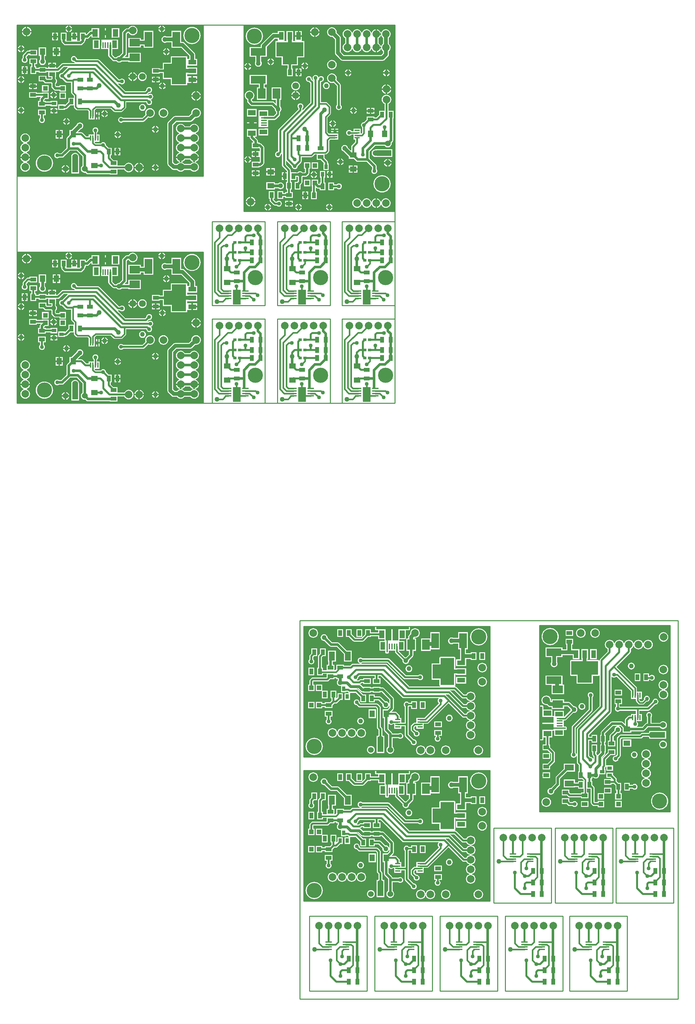
<source format=gtl>
%FSLAX25Y25*%
%MOIN*%
G70*
G01*
G75*
G04 Layer_Physical_Order=1*
G04 Layer_Color=255*
%ADD10R,0.06299X0.13386*%
%ADD11R,0.01772X0.06299*%
%ADD12R,0.05512X0.01654*%
%ADD13R,0.04724X0.04724*%
%ADD14R,0.09000X0.15000*%
%ADD15R,0.08465X0.05000*%
%ADD16R,0.05906X0.03937*%
%ADD17R,0.03937X0.05906*%
%ADD18R,0.07874X0.11024*%
%ADD19R,0.05906X0.15748*%
%ADD20R,0.03500X0.05000*%
%ADD21R,0.07874X0.15748*%
%ADD22R,0.06299X0.09449*%
%ADD23R,0.05512X0.07087*%
%ADD24R,0.13386X0.06299*%
%ADD25R,0.06299X0.01772*%
%ADD26R,0.01654X0.05512*%
%ADD27R,0.04724X0.04724*%
%ADD28R,0.15000X0.09000*%
%ADD29R,0.05000X0.08465*%
%ADD30R,0.11024X0.07874*%
%ADD31R,0.15748X0.05906*%
%ADD32R,0.05000X0.03500*%
%ADD33R,0.15748X0.07874*%
%ADD34R,0.09449X0.06299*%
%ADD35R,0.07087X0.05512*%
%ADD36R,0.06600X0.01700*%
%ADD37R,0.15000X0.28000*%
%ADD38R,0.28000X0.15000*%
%ADD39R,0.03300X0.03150*%
%ADD40C,0.02500*%
%ADD41C,0.02000*%
%ADD42C,0.03000*%
%ADD43C,0.01500*%
%ADD44C,0.04000*%
%ADD45C,0.01000*%
%ADD46C,0.01800*%
%ADD47C,0.05000*%
%ADD48R,0.01600X0.04800*%
%ADD49R,0.34200X0.03200*%
%ADD50R,0.04800X0.01600*%
%ADD51R,0.03200X0.34200*%
%ADD52R,0.14413X0.28346*%
%ADD53R,0.28346X0.14413*%
%ADD54R,0.27700X0.02100*%
%ADD55R,0.01900X0.03800*%
%ADD56R,0.35700X0.03400*%
%ADD57R,0.02100X0.27700*%
%ADD58R,0.03800X0.01900*%
%ADD59R,0.03400X0.35700*%
%ADD60R,0.08200X0.15600*%
%ADD61C,0.15800*%
%ADD62R,0.05118X0.07874*%
%ADD63R,0.05512X0.07874*%
%ADD64C,0.07874*%
%ADD65R,0.07874X0.05118*%
%ADD66R,0.07874X0.05512*%
%ADD67C,0.07087*%
%ADD68C,0.05000*%
%ADD69C,0.04000*%
%ADD70C,0.06000*%
%ADD71C,0.03937*%
G36*
X393700Y199700D02*
X236200D01*
Y284007D01*
X236615D01*
Y284007D01*
X239647D01*
Y277216D01*
X242289D01*
Y276716D01*
X242464Y275839D01*
X242961Y275094D01*
X246206Y271850D01*
Y271269D01*
X244547D01*
Y265332D01*
X252453D01*
X252453Y265332D01*
Y265332D01*
X252574Y265382D01*
X252906Y265050D01*
Y262268D01*
X252453D01*
Y262268D01*
X249250D01*
Y256331D01*
X252453D01*
Y256331D01*
X252552D01*
X252906Y255978D01*
Y251269D01*
X252453D01*
Y251269D01*
X244547D01*
Y245332D01*
X252453D01*
Y246006D01*
X253400D01*
X254278Y246181D01*
X255022Y246678D01*
X255022Y246678D01*
X255022Y246678D01*
X256822Y248478D01*
Y248478D01*
X256822Y248478D01*
X256822Y248478D01*
X256822D01*
X257319Y249222D01*
X257494Y250100D01*
Y266000D01*
X257319Y266878D01*
X256822Y267622D01*
X256822Y267622D01*
X256822Y267622D01*
X254522Y269922D01*
X254522Y269922D01*
X254522Y269922D01*
X253778Y270420D01*
X252900Y270594D01*
X252453D01*
Y271269D01*
X250794D01*
Y272800D01*
X250620Y273678D01*
X250122Y274422D01*
X250122Y274422D01*
X250122Y274422D01*
X247791Y276754D01*
X247982Y277216D01*
X249520D01*
Y284007D01*
X251576D01*
Y278594D01*
X261450D01*
Y285712D01*
X261450D01*
Y285832D01*
X257299D01*
Y287255D01*
X261450D01*
Y294779D01*
X268118D01*
X268118Y294779D01*
Y294779D01*
X268899Y294934D01*
X269560Y295376D01*
X273442Y299258D01*
X273884Y299920D01*
X274039Y300700D01*
Y303253D01*
X274496Y303604D01*
X275057Y304335D01*
X275410Y305186D01*
X275530Y306100D01*
X275410Y307014D01*
X275057Y307865D01*
X274496Y308596D01*
X274294Y308751D01*
Y315688D01*
X275137D01*
Y328712D01*
X265263D01*
Y315688D01*
X269706D01*
Y312292D01*
X269244Y312100D01*
X268022Y313322D01*
X267278Y313820D01*
X266400Y313994D01*
X266400Y313994D01*
X266400Y313994D01*
X266400D01*
X245650D01*
X244494Y315150D01*
Y315807D01*
X244690Y315887D01*
X245721Y316679D01*
X246513Y317710D01*
X247010Y318911D01*
X247180Y320200D01*
X247010Y321489D01*
X246513Y322690D01*
X245721Y323721D01*
X244690Y324513D01*
X243489Y325010D01*
X242200Y325180D01*
X240911Y325010D01*
X239710Y324513D01*
X238679Y323721D01*
X237888Y322690D01*
X237390Y321489D01*
X237220Y320200D01*
X237390Y318911D01*
X237888Y317710D01*
X238679Y316679D01*
X239710Y315887D01*
X239906Y315807D01*
Y314200D01*
X240080Y313322D01*
X240578Y312578D01*
X243078Y310078D01*
X243822Y309580D01*
X244700Y309406D01*
X265450D01*
X268503Y306353D01*
X268470Y306100D01*
X268590Y305186D01*
X268943Y304335D01*
X269504Y303604D01*
X269961Y303253D01*
Y301545D01*
X267273Y298857D01*
X261450D01*
Y304806D01*
X251576D01*
Y299393D01*
X249520D01*
Y306184D01*
X239647D01*
Y299393D01*
X236615D01*
Y299393D01*
X236554D01*
X236200Y299746D01*
Y393700D01*
X393700D01*
Y199700D01*
D02*
G37*
G36*
X194000Y0D02*
X0D01*
Y157500D01*
X84307D01*
Y157085D01*
X84307D01*
Y154053D01*
X77516D01*
Y151411D01*
X77017D01*
X76139Y151236D01*
X75394Y150739D01*
X72150Y147494D01*
X71569D01*
Y149153D01*
X65632D01*
Y141247D01*
X65632Y141247D01*
X65632D01*
X65682Y141126D01*
X65350Y140794D01*
X62568D01*
Y141247D01*
X62568D01*
Y144450D01*
X56631D01*
Y141247D01*
X56631D01*
Y141148D01*
X56278Y140794D01*
X51569D01*
Y141247D01*
X51569D01*
Y149153D01*
X45632D01*
Y141247D01*
X46306D01*
Y140300D01*
X46481Y139422D01*
X46978Y138678D01*
X46978Y138678D01*
X46978Y138678D01*
X48778Y136878D01*
X48778D01*
X48778Y136878D01*
X48778Y136878D01*
Y136878D01*
X49522Y136381D01*
X50400Y136206D01*
X66300D01*
X67178Y136381D01*
X67922Y136878D01*
X67922Y136878D01*
X67922Y136878D01*
X70222Y139178D01*
X70222Y139178D01*
X70222Y139178D01*
X70719Y139922D01*
X70894Y140800D01*
Y141247D01*
X71569D01*
Y142906D01*
X73100D01*
X73978Y143080D01*
X74722Y143578D01*
X74722Y143578D01*
X74722Y143578D01*
X77054Y145910D01*
X77516Y145718D01*
Y144179D01*
X84307D01*
Y142124D01*
X78894D01*
Y132250D01*
X86012D01*
Y132250D01*
X86132D01*
Y136401D01*
X87555D01*
Y132250D01*
X95079D01*
Y125582D01*
X95079Y125582D01*
X95079D01*
X95234Y124802D01*
X95676Y124140D01*
X99558Y120258D01*
X100220Y119816D01*
X101000Y119661D01*
X103553D01*
X103904Y119204D01*
X104635Y118643D01*
X105486Y118290D01*
X106400Y118170D01*
X107314Y118290D01*
X108165Y118643D01*
X108896Y119204D01*
X109051Y119406D01*
X115988D01*
Y118563D01*
X129012D01*
Y128437D01*
X115988D01*
Y123994D01*
X112592D01*
X112400Y124456D01*
X113622Y125678D01*
X114120Y126422D01*
X114294Y127300D01*
X114294Y127300D01*
X114294Y127300D01*
Y127300D01*
Y148050D01*
X115450Y149206D01*
X116106D01*
X116188Y149010D01*
X116979Y147979D01*
X118010Y147187D01*
X119211Y146690D01*
X120500Y146520D01*
X121789Y146690D01*
X122990Y147187D01*
X124021Y147979D01*
X124812Y149010D01*
X125310Y150211D01*
X125480Y151500D01*
X125310Y152789D01*
X124812Y153990D01*
X124021Y155021D01*
X122990Y155813D01*
X121789Y156310D01*
X120500Y156480D01*
X119211Y156310D01*
X118010Y155813D01*
X116979Y155021D01*
X116188Y153990D01*
X116106Y153794D01*
X114500D01*
X113622Y153620D01*
X112878Y153122D01*
X110378Y150622D01*
X109880Y149878D01*
X109706Y149000D01*
Y128250D01*
X106653Y125197D01*
X106400Y125230D01*
X105486Y125110D01*
X104635Y124757D01*
X103904Y124196D01*
X103553Y123739D01*
X101845D01*
X99157Y126426D01*
Y132250D01*
X105106D01*
Y142124D01*
X99693D01*
Y144179D01*
X106484D01*
Y154053D01*
X99693D01*
Y157085D01*
X99693D01*
Y157146D01*
X100047Y157500D01*
X194000D01*
Y0D01*
D02*
G37*
G36*
Y236300D02*
X0D01*
Y393800D01*
X84307D01*
Y393385D01*
X84307D01*
Y390353D01*
X77516D01*
Y387711D01*
X77017D01*
X76139Y387536D01*
X75394Y387039D01*
X72150Y383794D01*
X71569D01*
Y385453D01*
X65632D01*
Y377547D01*
X65632Y377547D01*
X65632D01*
X65682Y377426D01*
X65350Y377094D01*
X62568D01*
Y377547D01*
X62568D01*
Y380750D01*
X56631D01*
Y377547D01*
X56631D01*
Y377448D01*
X56278Y377094D01*
X51569D01*
Y377547D01*
X51569D01*
Y385453D01*
X45632D01*
Y377547D01*
X46306D01*
Y376600D01*
X46481Y375722D01*
X46978Y374978D01*
X46978Y374978D01*
X46978Y374978D01*
X48778Y373178D01*
X48778D01*
X48778Y373178D01*
X48778Y373178D01*
Y373178D01*
X49522Y372680D01*
X50400Y372506D01*
X66300D01*
X67178Y372680D01*
X67922Y373178D01*
X67922Y373178D01*
X67922Y373178D01*
X70222Y375478D01*
X70222Y375478D01*
X70222Y375478D01*
X70719Y376222D01*
X70894Y377100D01*
Y377547D01*
X71569D01*
Y379206D01*
X73100D01*
X73978Y379380D01*
X74722Y379878D01*
X74722Y379878D01*
X74722Y379878D01*
X77054Y382209D01*
X77516Y382018D01*
Y380480D01*
X84307D01*
Y378424D01*
X78894D01*
Y368550D01*
X86012D01*
Y368550D01*
X86132D01*
Y372701D01*
X87555D01*
Y368550D01*
X95079D01*
Y361882D01*
X95079Y361882D01*
X95079D01*
X95234Y361102D01*
X95676Y360440D01*
X99558Y356558D01*
X100220Y356116D01*
X101000Y355961D01*
X103553D01*
X103904Y355504D01*
X104635Y354943D01*
X105486Y354590D01*
X106400Y354470D01*
X107314Y354590D01*
X108165Y354943D01*
X108896Y355504D01*
X109051Y355706D01*
X115988D01*
Y354863D01*
X129012D01*
Y364737D01*
X115988D01*
Y360294D01*
X112592D01*
X112400Y360756D01*
X113622Y361978D01*
X114120Y362722D01*
X114294Y363600D01*
X114294Y363600D01*
X114294Y363600D01*
Y363600D01*
Y384350D01*
X115450Y385506D01*
X116106D01*
X116188Y385310D01*
X116979Y384279D01*
X118010Y383488D01*
X119211Y382990D01*
X120500Y382820D01*
X121789Y382990D01*
X122990Y383488D01*
X124021Y384279D01*
X124812Y385310D01*
X125310Y386511D01*
X125480Y387800D01*
X125310Y389089D01*
X124812Y390290D01*
X124021Y391321D01*
X122990Y392112D01*
X121789Y392610D01*
X120500Y392780D01*
X119211Y392610D01*
X118010Y392112D01*
X116979Y391321D01*
X116188Y390290D01*
X116106Y390094D01*
X114500D01*
X113622Y389919D01*
X112878Y389422D01*
X110378Y386922D01*
X109880Y386178D01*
X109706Y385300D01*
Y364550D01*
X106653Y361497D01*
X106400Y361530D01*
X105486Y361410D01*
X104635Y361057D01*
X103904Y360496D01*
X103553Y360039D01*
X101845D01*
X99157Y362726D01*
Y368550D01*
X105106D01*
Y378424D01*
X99693D01*
Y380480D01*
X106484D01*
Y390353D01*
X99693D01*
Y393385D01*
X99693D01*
Y393446D01*
X100047Y393800D01*
X194000D01*
Y236300D01*
D02*
G37*
G36*
X492700Y-518500D02*
X298500D01*
Y-382300D01*
X372980D01*
Y-385300D01*
X373058Y-385690D01*
X373279Y-386021D01*
X373610Y-386242D01*
X374000Y-386320D01*
X376116D01*
Y-388644D01*
X368568D01*
Y-385447D01*
X362632D01*
Y-390685D01*
X360030Y-393286D01*
X359731Y-393162D01*
X359731D01*
X359569Y-393094D01*
Y-385447D01*
X353631D01*
Y-393353D01*
X359310D01*
X359377Y-393515D01*
Y-393515D01*
X359502Y-393815D01*
X359055Y-394261D01*
X352345D01*
X348569Y-390485D01*
Y-385447D01*
X342632D01*
Y-393353D01*
X345669D01*
X350058Y-397742D01*
X350720Y-398184D01*
X351500Y-398339D01*
X359900D01*
X360680Y-398184D01*
X361342Y-397742D01*
X365731Y-393353D01*
X368568D01*
Y-392723D01*
X376116D01*
Y-395620D01*
X382907D01*
Y-397676D01*
X377494D01*
Y-407550D01*
X383680D01*
Y-409600D01*
X383758Y-409990D01*
X383979Y-410321D01*
X384310Y-410542D01*
X384700Y-410620D01*
X386300D01*
X386690Y-410542D01*
X387021Y-410321D01*
X387242Y-409990D01*
X387320Y-409600D01*
Y-407550D01*
X393781D01*
Y-408818D01*
X393781Y-408818D01*
X393781D01*
X393928Y-409559D01*
X394348Y-410188D01*
X401562Y-417401D01*
X401470Y-418100D01*
X401590Y-419014D01*
X401943Y-419865D01*
X402504Y-420596D01*
X403235Y-421157D01*
X404086Y-421510D01*
X405000Y-421630D01*
X405914Y-421510D01*
X406765Y-421157D01*
X407496Y-420596D01*
X408057Y-419865D01*
X408410Y-419014D01*
X408530Y-418100D01*
X408497Y-417847D01*
X412222Y-414122D01*
X412719Y-413378D01*
X412894Y-412500D01*
X412894Y-412500D01*
X412894Y-412500D01*
Y-412500D01*
Y-407912D01*
X415537D01*
Y-394888D01*
X414044D01*
X413981Y-394735D01*
X414285Y-394338D01*
X414600Y-394380D01*
X415889Y-394210D01*
X417090Y-393712D01*
X418121Y-392921D01*
X418913Y-391890D01*
X419410Y-390689D01*
X419580Y-389400D01*
X419410Y-388111D01*
X418913Y-386910D01*
X418121Y-385879D01*
X417090Y-385087D01*
X415889Y-384590D01*
X414600Y-384420D01*
X413311Y-384590D01*
X412110Y-385087D01*
X411079Y-385879D01*
X410288Y-386910D01*
X409790Y-388111D01*
X409620Y-389400D01*
X409702Y-390019D01*
X408460Y-391260D01*
X407979Y-391887D01*
X407891Y-392101D01*
X407677Y-392617D01*
X407574Y-393400D01*
Y-394888D01*
X405663D01*
Y-407912D01*
X408306D01*
Y-411550D01*
X405253Y-414603D01*
X405000Y-414570D01*
X404301Y-414662D01*
X397655Y-408016D01*
Y-407550D01*
X403706D01*
Y-397676D01*
X398293D01*
Y-395620D01*
X405084D01*
Y-386320D01*
X408200D01*
X408590Y-386242D01*
X408921Y-386021D01*
X409142Y-385690D01*
X409220Y-385300D01*
Y-382300D01*
X492700D01*
Y-518500D01*
D02*
G37*
G36*
X680500Y-425500D02*
X544300D01*
Y-351020D01*
X547300D01*
X547690Y-350942D01*
X548021Y-350721D01*
X548242Y-350390D01*
X548320Y-350000D01*
Y-347884D01*
X550644D01*
Y-355432D01*
X547447D01*
Y-361368D01*
X552685D01*
X555286Y-363970D01*
X555162Y-364269D01*
Y-364269D01*
X555094Y-364432D01*
X547447D01*
Y-370369D01*
X555353D01*
Y-364690D01*
X555515Y-364623D01*
X555515D01*
X555815Y-364498D01*
X556261Y-364945D01*
Y-371655D01*
X552485Y-375431D01*
X547447D01*
Y-381368D01*
X555353D01*
Y-378331D01*
X559742Y-373942D01*
X560184Y-373280D01*
X560339Y-372500D01*
Y-364100D01*
X560184Y-363320D01*
X559742Y-362658D01*
X555353Y-358269D01*
Y-355432D01*
X554723D01*
Y-347884D01*
X557620D01*
Y-341093D01*
X559676D01*
Y-346506D01*
X569550D01*
Y-340320D01*
X571600D01*
X571990Y-340242D01*
X572321Y-340021D01*
X572542Y-339690D01*
X572620Y-339300D01*
Y-337700D01*
X572542Y-337310D01*
X572321Y-336979D01*
X571990Y-336758D01*
X571600Y-336680D01*
X569550D01*
Y-335286D01*
Y-332727D01*
Y-330219D01*
X570818D01*
X571559Y-330072D01*
X572188Y-329652D01*
X579401Y-322438D01*
X580100Y-322530D01*
X581014Y-322410D01*
X581865Y-322057D01*
X582596Y-321496D01*
X583157Y-320765D01*
X583510Y-319914D01*
X583630Y-319000D01*
X583510Y-318086D01*
X583157Y-317235D01*
X582596Y-316504D01*
X581865Y-315943D01*
X581014Y-315590D01*
X580100Y-315470D01*
X579847Y-315503D01*
X576122Y-311778D01*
X575378Y-311280D01*
X574500Y-311106D01*
X569912D01*
Y-308463D01*
X556888D01*
Y-309956D01*
X556735Y-310019D01*
X556338Y-309715D01*
X556380Y-309400D01*
X556210Y-308111D01*
X555713Y-306910D01*
X554921Y-305879D01*
X553890Y-305087D01*
X552689Y-304590D01*
X551400Y-304420D01*
X550111Y-304590D01*
X548910Y-305087D01*
X547879Y-305879D01*
X547087Y-306910D01*
X546590Y-308111D01*
X546420Y-309400D01*
X546590Y-310689D01*
X547087Y-311890D01*
X547879Y-312921D01*
X548910Y-313713D01*
X550111Y-314210D01*
X551400Y-314380D01*
X552019Y-314298D01*
X553260Y-315540D01*
X553260Y-315540D01*
X553615Y-315812D01*
X553887Y-316020D01*
X554617Y-316323D01*
X555400Y-316426D01*
X556888D01*
Y-318337D01*
X569912D01*
Y-315694D01*
X573550D01*
X576603Y-318747D01*
X576570Y-319000D01*
X576662Y-319699D01*
X570016Y-326345D01*
X569550D01*
Y-320294D01*
X559676D01*
Y-325707D01*
X557620D01*
Y-318916D01*
X548320D01*
Y-315800D01*
X548242Y-315410D01*
X548021Y-315079D01*
X547690Y-314858D01*
X547300Y-314780D01*
X544300D01*
Y-231300D01*
X680500D01*
Y-425500D01*
D02*
G37*
G36*
X492700Y-368500D02*
X298500D01*
Y-232300D01*
X372980D01*
Y-235300D01*
X373058Y-235690D01*
X373279Y-236021D01*
X373610Y-236242D01*
X374000Y-236320D01*
X376116D01*
Y-238644D01*
X368568D01*
Y-235447D01*
X362632D01*
Y-240685D01*
X360030Y-243286D01*
X359731Y-243162D01*
X359731D01*
X359569Y-243094D01*
Y-235447D01*
X353631D01*
Y-243353D01*
X359310D01*
X359377Y-243515D01*
Y-243515D01*
X359502Y-243815D01*
X359055Y-244261D01*
X352345D01*
X348569Y-240485D01*
Y-235447D01*
X342632D01*
Y-243353D01*
X345669D01*
X350058Y-247742D01*
X350720Y-248184D01*
X351500Y-248339D01*
X359900D01*
X360680Y-248184D01*
X361342Y-247742D01*
X365731Y-243353D01*
X368568D01*
Y-242723D01*
X376116D01*
Y-245620D01*
X382907D01*
Y-247676D01*
X377494D01*
Y-257550D01*
X383680D01*
Y-259600D01*
X383758Y-259990D01*
X383979Y-260321D01*
X384310Y-260542D01*
X384700Y-260620D01*
X386300D01*
X386690Y-260542D01*
X387021Y-260321D01*
X387242Y-259990D01*
X387320Y-259600D01*
Y-257550D01*
X393781D01*
Y-258818D01*
X393781Y-258818D01*
X393781D01*
X393928Y-259559D01*
X394348Y-260188D01*
X401562Y-267401D01*
X401470Y-268100D01*
X401590Y-269014D01*
X401943Y-269865D01*
X402504Y-270596D01*
X403235Y-271157D01*
X404086Y-271510D01*
X405000Y-271630D01*
X405914Y-271510D01*
X406765Y-271157D01*
X407496Y-270596D01*
X408057Y-269865D01*
X408410Y-269014D01*
X408530Y-268100D01*
X408497Y-267847D01*
X412222Y-264122D01*
X412719Y-263378D01*
X412894Y-262500D01*
X412894Y-262500D01*
X412894Y-262500D01*
Y-262500D01*
Y-257912D01*
X415537D01*
Y-244888D01*
X414044D01*
X413981Y-244735D01*
X414285Y-244338D01*
X414600Y-244380D01*
X415889Y-244210D01*
X417090Y-243712D01*
X418121Y-242921D01*
X418913Y-241890D01*
X419410Y-240689D01*
X419580Y-239400D01*
X419410Y-238111D01*
X418913Y-236910D01*
X418121Y-235879D01*
X417090Y-235087D01*
X415889Y-234590D01*
X414600Y-234420D01*
X413311Y-234590D01*
X412110Y-235087D01*
X411079Y-235879D01*
X410288Y-236910D01*
X409790Y-238111D01*
X409620Y-239400D01*
X409702Y-240019D01*
X408460Y-241260D01*
X407979Y-241887D01*
X407891Y-242101D01*
X407677Y-242617D01*
X407574Y-243400D01*
Y-244888D01*
X405663D01*
Y-257912D01*
X408306D01*
Y-261550D01*
X405253Y-264603D01*
X405000Y-264570D01*
X404301Y-264662D01*
X397655Y-258016D01*
Y-257550D01*
X403706D01*
Y-247676D01*
X398293D01*
Y-245620D01*
X405084D01*
Y-236320D01*
X408200D01*
X408590Y-236242D01*
X408921Y-236021D01*
X409142Y-235690D01*
X409220Y-235300D01*
Y-232300D01*
X492700D01*
Y-368500D01*
D02*
G37*
%LPC*%
G36*
X150650Y93150D02*
X147968D01*
X147990Y92986D01*
X148343Y92135D01*
X148904Y91404D01*
X149635Y90843D01*
X150486Y90490D01*
X150650Y90469D01*
Y93150D01*
D02*
G37*
G36*
X50917Y86925D02*
X44193D01*
Y80201D01*
X50917D01*
Y86925D01*
D02*
G37*
G36*
X154832Y93150D02*
X152150D01*
Y90469D01*
X152314Y90490D01*
X153165Y90843D01*
X153896Y91404D01*
X154457Y92135D01*
X154810Y92986D01*
X154832Y93150D01*
D02*
G37*
G36*
X20453Y92750D02*
X17250D01*
Y90531D01*
X20453D01*
Y92750D01*
D02*
G37*
G36*
X15750D02*
X12547D01*
Y90531D01*
X15750D01*
Y92750D01*
D02*
G37*
G36*
X32807Y94799D02*
X26083D01*
Y88075D01*
X32807D01*
Y94799D01*
D02*
G37*
G36*
X187250Y88381D02*
Y84250D01*
X191381D01*
X191310Y84789D01*
X190813Y85990D01*
X190021Y87021D01*
X188990Y87813D01*
X187789Y88310D01*
X187250Y88381D01*
D02*
G37*
G36*
X185750D02*
X185211Y88310D01*
X184010Y87813D01*
X182979Y87021D01*
X182187Y85990D01*
X181690Y84789D01*
X181619Y84250D01*
X185750D01*
Y88381D01*
D02*
G37*
G36*
X41532Y83750D02*
X38850D01*
Y81068D01*
X39014Y81090D01*
X39865Y81443D01*
X40596Y82004D01*
X41157Y82735D01*
X41510Y83586D01*
X41532Y83750D01*
D02*
G37*
G36*
X38850Y87932D02*
Y85250D01*
X41532D01*
X41510Y85414D01*
X41157Y86265D01*
X40596Y86996D01*
X39865Y87557D01*
X39014Y87910D01*
X38850Y87932D01*
D02*
G37*
G36*
X37350D02*
X37186Y87910D01*
X36335Y87557D01*
X35604Y86996D01*
X35043Y86265D01*
X34690Y85414D01*
X34668Y85250D01*
X37350D01*
Y87932D01*
D02*
G37*
G36*
Y83750D02*
X34668D01*
X34690Y83586D01*
X35043Y82735D01*
X35604Y82004D01*
X36335Y81443D01*
X37186Y81090D01*
X37350Y81068D01*
Y83750D01*
D02*
G37*
G36*
X15750Y96469D02*
X12547D01*
Y94250D01*
X15750D01*
Y96469D01*
D02*
G37*
G36*
X124984Y102750D02*
X121250D01*
Y99016D01*
X121686Y99074D01*
X122791Y99531D01*
X123740Y100260D01*
X124469Y101209D01*
X124926Y102314D01*
X124984Y102750D01*
D02*
G37*
G36*
X187732Y103945D02*
X183250D01*
Y101195D01*
X187732D01*
Y103945D01*
D02*
G37*
G36*
X130500Y108082D02*
X129314Y107926D01*
X128209Y107469D01*
X127260Y106740D01*
X126531Y105791D01*
X126074Y104686D01*
X125917Y103500D01*
X126074Y102314D01*
X126531Y101209D01*
X127260Y100260D01*
X128209Y99531D01*
X129314Y99074D01*
X130500Y98918D01*
X131686Y99074D01*
X132791Y99531D01*
X133740Y100260D01*
X134469Y101209D01*
X134926Y102314D01*
X135082Y103500D01*
X134926Y104686D01*
X134469Y105791D01*
X133740Y106740D01*
X132791Y107469D01*
X131686Y107926D01*
X130500Y108082D01*
D02*
G37*
G36*
X119750Y102750D02*
X116016D01*
X116074Y102314D01*
X116531Y101209D01*
X117260Y100260D01*
X118209Y99531D01*
X119314Y99074D01*
X119750Y99016D01*
Y102750D01*
D02*
G37*
G36*
X143750Y103469D02*
X140547D01*
Y101250D01*
X143750D01*
Y103469D01*
D02*
G37*
G36*
X148453D02*
X145250D01*
Y101250D01*
X148453D01*
Y103469D01*
D02*
G37*
G36*
X3550Y103931D02*
X3386Y103910D01*
X2535Y103557D01*
X1804Y102996D01*
X1243Y102265D01*
X890Y101414D01*
X869Y101250D01*
X3550D01*
Y103931D01*
D02*
G37*
G36*
X5050D02*
Y101250D01*
X7732D01*
X7710Y101414D01*
X7357Y102265D01*
X6796Y102996D01*
X6065Y103557D01*
X5214Y103910D01*
X5050Y103931D01*
D02*
G37*
G36*
X152150Y97332D02*
Y94650D01*
X154832D01*
X154810Y94814D01*
X154457Y95665D01*
X153896Y96396D01*
X153165Y96957D01*
X152314Y97310D01*
X152150Y97332D01*
D02*
G37*
G36*
X187732Y99695D02*
X183250D01*
Y96945D01*
X187732D01*
Y99695D01*
D02*
G37*
G36*
X20453Y96469D02*
X17250D01*
Y94250D01*
X20453D01*
Y96469D01*
D02*
G37*
G36*
X150650Y97332D02*
X150486Y97310D01*
X149635Y96957D01*
X148904Y96396D01*
X148343Y95665D01*
X147990Y94814D01*
X147968Y94650D01*
X150650D01*
Y97332D01*
D02*
G37*
G36*
X143750Y99750D02*
X140547D01*
Y97531D01*
X143750D01*
Y99750D01*
D02*
G37*
G36*
X148453D02*
X145250D01*
Y97531D01*
X148453D01*
Y99750D01*
D02*
G37*
G36*
X3550D02*
X869D01*
X890Y99586D01*
X1243Y98735D01*
X1804Y98004D01*
X2535Y97443D01*
X3386Y97090D01*
X3550Y97069D01*
Y99750D01*
D02*
G37*
G36*
X7732D02*
X5050D01*
Y97069D01*
X5214Y97090D01*
X6065Y97443D01*
X6796Y98004D01*
X7357Y98735D01*
X7710Y99586D01*
X7732Y99750D01*
D02*
G37*
G36*
X86004Y61978D02*
X84927D01*
Y58973D01*
X86004D01*
Y61978D01*
D02*
G37*
G36*
X83427Y66484D02*
X82368D01*
Y62727D01*
Y58973D01*
X83427D01*
Y62727D01*
Y66484D01*
D02*
G37*
G36*
X52250Y60331D02*
Y57650D01*
X54931D01*
X54910Y57814D01*
X54557Y58665D01*
X53996Y59396D01*
X53265Y59957D01*
X52414Y60310D01*
X52250Y60331D01*
D02*
G37*
G36*
X138500Y70680D02*
X137211Y70510D01*
X136010Y70012D01*
X134979Y69221D01*
X134187Y68190D01*
X133690Y66989D01*
X133520Y65700D01*
X133690Y64411D01*
X133877Y63961D01*
X130455Y60539D01*
X110617D01*
X110540Y60640D01*
X109913Y61120D01*
X109183Y61423D01*
X108400Y61526D01*
X107617Y61423D01*
X106887Y61120D01*
X106260Y60640D01*
X105780Y60013D01*
X105477Y59283D01*
X105374Y58500D01*
X105477Y57717D01*
X105780Y56987D01*
X106260Y56360D01*
X106887Y55879D01*
X107617Y55577D01*
X108400Y55474D01*
X109183Y55577D01*
X109913Y55879D01*
X110540Y56360D01*
X110617Y56461D01*
X131300D01*
X132080Y56616D01*
X132742Y57058D01*
X132742Y57058D01*
X132742Y57058D01*
X136761Y61077D01*
X137211Y60890D01*
X138500Y60720D01*
X139789Y60890D01*
X140990Y61387D01*
X142021Y62179D01*
X142813Y63210D01*
X143310Y64411D01*
X143480Y65700D01*
X143310Y66989D01*
X142813Y68190D01*
X142021Y69221D01*
X140990Y70012D01*
X139789Y70510D01*
X138500Y70680D01*
D02*
G37*
G36*
X90450Y64150D02*
X87769D01*
X87790Y63986D01*
X88143Y63135D01*
X88704Y62404D01*
X89435Y61843D01*
X90286Y61490D01*
X90450Y61468D01*
Y64150D01*
D02*
G37*
G36*
X186500Y70680D02*
X185211Y70510D01*
X184010Y70012D01*
X182979Y69221D01*
X182187Y68190D01*
X181690Y66989D01*
X181520Y65700D01*
X181602Y65081D01*
X179047Y62526D01*
X164800D01*
X164017Y62423D01*
X163287Y62120D01*
X162660Y61640D01*
X157560Y56540D01*
X157080Y55913D01*
X156991Y55699D01*
X156777Y55183D01*
X156674Y54400D01*
Y13000D01*
X156777Y12217D01*
X156991Y11701D01*
X157080Y11487D01*
X157560Y10860D01*
X161060Y7360D01*
X161687Y6880D01*
X162052Y6728D01*
X162417Y6577D01*
X162508Y6565D01*
X163200Y6474D01*
X163200Y6474D01*
X166599D01*
X166979Y5979D01*
X168010Y5187D01*
X169211Y4690D01*
X170500Y4520D01*
X171789Y4690D01*
X172990Y5187D01*
X174021Y5979D01*
X174401Y6474D01*
X180599D01*
X180979Y5979D01*
X182010Y5187D01*
X183211Y4690D01*
X184500Y4520D01*
X185789Y4690D01*
X186990Y5187D01*
X188021Y5979D01*
X188812Y7010D01*
X189310Y8211D01*
X189480Y9500D01*
X189310Y10789D01*
X188812Y11990D01*
X188021Y13021D01*
X186990Y13813D01*
X185789Y14310D01*
X184500Y14480D01*
X183211Y14310D01*
X182010Y13813D01*
X180979Y13021D01*
X180599Y12526D01*
X174401D01*
X174021Y13021D01*
X172990Y13813D01*
X171789Y14310D01*
X170500Y14480D01*
X169211Y14310D01*
X168010Y13813D01*
X166979Y13021D01*
X166599Y12526D01*
X164453D01*
X162726Y14253D01*
Y53147D01*
X166053Y56474D01*
X180300D01*
X181083Y56577D01*
X181599Y56791D01*
X181813Y56880D01*
X182440Y57360D01*
X185881Y60802D01*
X186500Y60720D01*
X187789Y60890D01*
X188990Y61387D01*
X190021Y62179D01*
X190813Y63210D01*
X191310Y64411D01*
X191480Y65700D01*
X191310Y66989D01*
X190813Y68190D01*
X190021Y69221D01*
X188990Y70012D01*
X187789Y70510D01*
X186500Y70680D01*
D02*
G37*
G36*
X152500D02*
X151211Y70510D01*
X150010Y70012D01*
X148979Y69221D01*
X148187Y68190D01*
X147690Y66989D01*
X147520Y65700D01*
X147690Y64411D01*
X148187Y63210D01*
X148979Y62179D01*
X150010Y61387D01*
X151211Y60890D01*
X152500Y60720D01*
X153789Y60890D01*
X154990Y61387D01*
X156021Y62179D01*
X156813Y63210D01*
X157310Y64411D01*
X157480Y65700D01*
X157310Y66989D01*
X156813Y68190D01*
X156021Y69221D01*
X154990Y70012D01*
X153789Y70510D01*
X152500Y70680D01*
D02*
G37*
G36*
X50750Y60331D02*
X50586Y60310D01*
X49735Y59957D01*
X49004Y59396D01*
X48443Y58665D01*
X48090Y57814D01*
X48068Y57650D01*
X50750D01*
Y60331D01*
D02*
G37*
G36*
X144850Y52232D02*
Y49550D01*
X147531D01*
X147510Y49714D01*
X147157Y50565D01*
X146596Y51296D01*
X145865Y51857D01*
X145014Y52210D01*
X144850Y52232D01*
D02*
G37*
G36*
X143350D02*
X143186Y52210D01*
X142335Y51857D01*
X141604Y51296D01*
X141043Y50565D01*
X140690Y49714D01*
X140668Y49550D01*
X143350D01*
Y52232D01*
D02*
G37*
G36*
X147531Y48050D02*
X144850D01*
Y45368D01*
X145014Y45390D01*
X145865Y45743D01*
X146596Y46304D01*
X147157Y47035D01*
X147510Y47886D01*
X147531Y48050D01*
D02*
G37*
G36*
X184500Y54480D02*
X183211Y54310D01*
X182010Y53812D01*
X180979Y53021D01*
X180187Y51990D01*
X180106Y51794D01*
X174893D01*
X174812Y51990D01*
X174021Y53021D01*
X172990Y53812D01*
X171789Y54310D01*
X170500Y54480D01*
X169211Y54310D01*
X168010Y53812D01*
X166979Y53021D01*
X166188Y51990D01*
X165690Y50789D01*
X165520Y49500D01*
X165690Y48211D01*
X166188Y47010D01*
X166979Y45979D01*
X168010Y45188D01*
X169067Y44750D01*
Y44250D01*
X168010Y43813D01*
X166979Y43021D01*
X166188Y41990D01*
X165690Y40789D01*
X165520Y39500D01*
X165690Y38211D01*
X166188Y37010D01*
X166979Y35979D01*
X168010Y35188D01*
X169067Y34750D01*
Y34250D01*
X168010Y33812D01*
X166979Y33021D01*
X166188Y31990D01*
X165690Y30789D01*
X165520Y29500D01*
X165690Y28211D01*
X166188Y27010D01*
X166979Y25979D01*
X168010Y25188D01*
X169067Y24750D01*
Y24250D01*
X168010Y23812D01*
X166979Y23021D01*
X166188Y21990D01*
X165690Y20789D01*
X165619Y20250D01*
X170501D01*
Y19501D01*
X171250D01*
Y14619D01*
X171789Y14690D01*
X172990Y15188D01*
X174021Y15979D01*
X174812Y17010D01*
X174893Y17206D01*
X180106D01*
X180187Y17010D01*
X180979Y15979D01*
X182010Y15188D01*
X183211Y14690D01*
X183750Y14619D01*
Y19501D01*
X184499D01*
Y20250D01*
X189381D01*
X189310Y20789D01*
X188812Y21990D01*
X188021Y23021D01*
X186990Y23812D01*
X185933Y24250D01*
Y24750D01*
X186990Y25188D01*
X188021Y25979D01*
X188812Y27010D01*
X189310Y28211D01*
X189480Y29500D01*
X189310Y30789D01*
X188812Y31990D01*
X188021Y33021D01*
X186990Y33812D01*
X185933Y34250D01*
Y34750D01*
X186990Y35188D01*
X188021Y35979D01*
X188812Y37010D01*
X189310Y38211D01*
X189480Y39500D01*
X189310Y40789D01*
X188812Y41990D01*
X188021Y43021D01*
X186990Y43813D01*
X185933Y44250D01*
Y44750D01*
X186990Y45188D01*
X188021Y45979D01*
X188812Y47010D01*
X189310Y48211D01*
X189480Y49500D01*
X189310Y50789D01*
X188812Y51990D01*
X188021Y53021D01*
X186990Y53812D01*
X185789Y54310D01*
X184500Y54480D01*
D02*
G37*
G36*
X29953Y69368D02*
X22047D01*
Y63432D01*
X23961D01*
Y60617D01*
X23860Y60540D01*
X23380Y59913D01*
X23077Y59183D01*
X22974Y58400D01*
X23077Y57617D01*
X23380Y56887D01*
X23860Y56260D01*
X24487Y55779D01*
X25217Y55477D01*
X26000Y55374D01*
X26783Y55477D01*
X27513Y55779D01*
X28140Y56260D01*
X28620Y56887D01*
X28923Y57617D01*
X29026Y58400D01*
X28923Y59183D01*
X28620Y59913D01*
X28140Y60540D01*
X28039Y60617D01*
Y63432D01*
X29953D01*
Y69368D01*
D02*
G37*
G36*
X54931Y56150D02*
X52250D01*
Y53469D01*
X52414Y53490D01*
X53265Y53843D01*
X53996Y54404D01*
X54557Y55135D01*
X54910Y55986D01*
X54931Y56150D01*
D02*
G37*
G36*
X50750D02*
X48068D01*
X48090Y55986D01*
X48443Y55135D01*
X49004Y54404D01*
X49735Y53843D01*
X50586Y53490D01*
X50750Y53469D01*
Y56150D01*
D02*
G37*
G36*
X94631Y64150D02*
X91950D01*
Y61468D01*
X92114Y61490D01*
X92965Y61843D01*
X93696Y62404D01*
X94257Y63135D01*
X94610Y63986D01*
X94631Y64150D01*
D02*
G37*
G36*
X3550Y71931D02*
X3386Y71910D01*
X2535Y71557D01*
X1804Y70996D01*
X1243Y70265D01*
X890Y69414D01*
X869Y69250D01*
X3550D01*
Y71931D01*
D02*
G37*
G36*
X42000Y70770D02*
X39250D01*
Y68770D01*
X42000D01*
Y70770D01*
D02*
G37*
G36*
X37750D02*
X35000D01*
Y68770D01*
X37750D01*
Y70770D01*
D02*
G37*
G36*
X5050Y71931D02*
Y69250D01*
X7732D01*
X7710Y69414D01*
X7357Y70265D01*
X6796Y70996D01*
X6065Y71557D01*
X5214Y71910D01*
X5050Y71931D01*
D02*
G37*
G36*
X191381Y82750D02*
X187250D01*
Y78619D01*
X187789Y78690D01*
X188990Y79188D01*
X190021Y79979D01*
X190813Y81010D01*
X191310Y82211D01*
X191381Y82750D01*
D02*
G37*
G36*
X185750D02*
X181619D01*
X181690Y82211D01*
X182187Y81010D01*
X182979Y79979D01*
X184010Y79188D01*
X185211Y78690D01*
X185750Y78619D01*
Y82750D01*
D02*
G37*
G36*
X20453Y87468D02*
X12547D01*
Y81532D01*
X20453D01*
Y82461D01*
X24445D01*
X24636Y81999D01*
X24378Y81740D01*
X23880Y80996D01*
X23706Y80118D01*
Y78369D01*
X22047D01*
Y72431D01*
X29953D01*
Y73461D01*
X35000D01*
Y72750D01*
X42000D01*
Y78250D01*
X35000D01*
Y77539D01*
X29953D01*
Y78369D01*
X28294D01*
Y79168D01*
X29327Y80201D01*
X32807D01*
Y86925D01*
X26083D01*
Y86539D01*
X20453D01*
Y87468D01*
D02*
G37*
G36*
X130700Y75030D02*
X129786Y74910D01*
X128935Y74557D01*
X128204Y73996D01*
X127643Y73265D01*
X127290Y72414D01*
X127170Y71500D01*
X127290Y70586D01*
X127643Y69735D01*
X128204Y69004D01*
X128935Y68443D01*
X129786Y68090D01*
X130700Y67970D01*
X131614Y68090D01*
X132465Y68443D01*
X133196Y69004D01*
X133757Y69735D01*
X134110Y70586D01*
X134230Y71500D01*
X134110Y72414D01*
X133757Y73265D01*
X133196Y73996D01*
X132465Y74557D01*
X131614Y74910D01*
X130700Y75030D01*
D02*
G37*
G36*
X7732Y67750D02*
X5050D01*
Y65069D01*
X5214Y65090D01*
X6065Y65443D01*
X6796Y66004D01*
X7357Y66735D01*
X7710Y67586D01*
X7732Y67750D01*
D02*
G37*
G36*
X3550D02*
X869D01*
X890Y67586D01*
X1243Y66735D01*
X1804Y66004D01*
X2535Y65443D01*
X3386Y65090D01*
X3550Y65069D01*
Y67750D01*
D02*
G37*
G36*
X86004Y66484D02*
X84927D01*
Y63478D01*
X86004D01*
Y66484D01*
D02*
G37*
G36*
X37750Y67270D02*
X35000D01*
Y65270D01*
X37750D01*
Y67270D01*
D02*
G37*
G36*
X91950Y68331D02*
Y65650D01*
X94631D01*
X94610Y65814D01*
X94257Y66665D01*
X93696Y67396D01*
X92965Y67957D01*
X92114Y68310D01*
X91950Y68331D01*
D02*
G37*
G36*
X90450D02*
X90286Y68310D01*
X89435Y67957D01*
X88704Y67396D01*
X88143Y66665D01*
X87790Y65814D01*
X87769Y65650D01*
X90450D01*
Y68331D01*
D02*
G37*
G36*
X42000Y67270D02*
X39250D01*
Y65270D01*
X42000D01*
Y67270D01*
D02*
G37*
G36*
X119750Y107984D02*
X119314Y107926D01*
X118209Y107469D01*
X117260Y106740D01*
X116531Y105791D01*
X116074Y104686D01*
X116016Y104250D01*
X119750D01*
Y107984D01*
D02*
G37*
G36*
X150050Y156731D02*
X149886Y156710D01*
X149035Y156357D01*
X148304Y155796D01*
X147743Y155065D01*
X147390Y154214D01*
X147369Y154050D01*
X150050D01*
Y156731D01*
D02*
G37*
G36*
X54650D02*
Y154050D01*
X57332D01*
X57310Y154214D01*
X56957Y155065D01*
X56396Y155796D01*
X55665Y156357D01*
X54814Y156710D01*
X54650Y156731D01*
D02*
G37*
G36*
X53150D02*
X52986Y156710D01*
X52135Y156357D01*
X51404Y155796D01*
X50843Y155065D01*
X50490Y154214D01*
X50468Y154050D01*
X53150D01*
Y156731D01*
D02*
G37*
G36*
X151550D02*
Y154050D01*
X154232D01*
X154210Y154214D01*
X153857Y155065D01*
X153296Y155796D01*
X152565Y156357D01*
X151714Y156710D01*
X151550Y156731D01*
D02*
G37*
G36*
X292450Y203250D02*
X289769D01*
X289790Y203086D01*
X290143Y202235D01*
X290704Y201504D01*
X291435Y200943D01*
X292286Y200590D01*
X292450Y200569D01*
Y203250D01*
D02*
G37*
G36*
X264632D02*
X261950D01*
Y200569D01*
X262114Y200590D01*
X262965Y200943D01*
X263696Y201504D01*
X264257Y202235D01*
X264610Y203086D01*
X264632Y203250D01*
D02*
G37*
G36*
X260450D02*
X257769D01*
X257790Y203086D01*
X258143Y202235D01*
X258704Y201504D01*
X259435Y200943D01*
X260286Y200590D01*
X260450Y200569D01*
Y203250D01*
D02*
G37*
G36*
X10750Y155281D02*
Y151150D01*
X14881D01*
X14810Y151689D01*
X14312Y152890D01*
X13521Y153921D01*
X12490Y154712D01*
X11289Y155210D01*
X10750Y155281D01*
D02*
G37*
G36*
X53150Y152550D02*
X50468D01*
X50490Y152386D01*
X50843Y151535D01*
X51404Y150804D01*
X52135Y150243D01*
X52986Y149890D01*
X53150Y149869D01*
Y152550D01*
D02*
G37*
G36*
X62568Y149153D02*
X60350D01*
Y145950D01*
X62568D01*
Y149153D01*
D02*
G37*
G36*
X58850D02*
X56631D01*
Y145950D01*
X58850D01*
Y149153D01*
D02*
G37*
G36*
X57332Y152550D02*
X54650D01*
Y149869D01*
X54814Y149890D01*
X55665Y150243D01*
X56396Y150804D01*
X56957Y151535D01*
X57310Y152386D01*
X57332Y152550D01*
D02*
G37*
G36*
X9250Y155281D02*
X8711Y155210D01*
X7510Y154712D01*
X6479Y153921D01*
X5688Y152890D01*
X5190Y151689D01*
X5119Y151150D01*
X9250D01*
Y155281D01*
D02*
G37*
G36*
X154232Y152550D02*
X151550D01*
Y149869D01*
X151714Y149890D01*
X152565Y150243D01*
X153296Y150804D01*
X153857Y151535D01*
X154210Y152386D01*
X154232Y152550D01*
D02*
G37*
G36*
X150050D02*
X147369D01*
X147390Y152386D01*
X147743Y151535D01*
X148304Y150804D01*
X149035Y150243D01*
X149886Y149890D01*
X150050Y149869D01*
Y152550D01*
D02*
G37*
G36*
X296632Y203250D02*
X293950D01*
Y200569D01*
X294114Y200590D01*
X294965Y200943D01*
X295696Y201504D01*
X296257Y202235D01*
X296610Y203086D01*
X296632Y203250D01*
D02*
G37*
G36*
X325950Y207432D02*
Y204750D01*
X328631D01*
X328610Y204914D01*
X328257Y205765D01*
X327696Y206496D01*
X326965Y207057D01*
X326114Y207410D01*
X325950Y207432D01*
D02*
G37*
G36*
X324450D02*
X324286Y207410D01*
X323435Y207057D01*
X322704Y206496D01*
X322143Y205765D01*
X321790Y204914D01*
X321768Y204750D01*
X324450D01*
Y207432D01*
D02*
G37*
G36*
X293950D02*
Y204750D01*
X296632D01*
X296610Y204914D01*
X296257Y205765D01*
X295696Y206496D01*
X294965Y207057D01*
X294114Y207410D01*
X293950Y207432D01*
D02*
G37*
G36*
X242550Y208950D02*
X238419D01*
X238490Y208411D01*
X238987Y207210D01*
X239779Y206179D01*
X240810Y205387D01*
X242011Y204890D01*
X242550Y204819D01*
Y208950D01*
D02*
G37*
G36*
X287253Y210668D02*
X284050D01*
Y208450D01*
X287253D01*
Y210668D01*
D02*
G37*
G36*
X282550D02*
X279347D01*
Y208450D01*
X282550D01*
Y210668D01*
D02*
G37*
G36*
X248181Y208950D02*
X244050D01*
Y204819D01*
X244589Y204890D01*
X245790Y205387D01*
X246821Y206179D01*
X247613Y207210D01*
X248110Y208411D01*
X248181Y208950D01*
D02*
G37*
G36*
X292450Y207432D02*
X292286Y207410D01*
X291435Y207057D01*
X290704Y206496D01*
X290143Y205765D01*
X289790Y204914D01*
X289769Y204750D01*
X292450D01*
Y207432D01*
D02*
G37*
G36*
X268168Y220653D02*
X262231D01*
Y212747D01*
X263161D01*
Y211100D01*
X263161Y211100D01*
X263316Y210320D01*
X263758Y209658D01*
X267158Y206258D01*
X267820Y205816D01*
X268600Y205661D01*
X270583D01*
X270660Y205560D01*
X271287Y205080D01*
X272017Y204777D01*
X272800Y204674D01*
X273583Y204777D01*
X274313Y205080D01*
X274940Y205560D01*
X275420Y206187D01*
X275723Y206917D01*
X275826Y207700D01*
X275723Y208483D01*
X275420Y209213D01*
X274940Y209840D01*
X274313Y210320D01*
X273583Y210623D01*
X272800Y210726D01*
X272017Y210623D01*
X271287Y210320D01*
X270660Y209840D01*
X270583Y209739D01*
X269445D01*
X267239Y211945D01*
Y212747D01*
X268168D01*
Y220653D01*
D02*
G37*
G36*
X328631Y203250D02*
X325950D01*
Y200569D01*
X326114Y200590D01*
X326965Y200943D01*
X327696Y201504D01*
X328257Y202235D01*
X328610Y203086D01*
X328631Y203250D01*
D02*
G37*
G36*
X324450D02*
X321768D01*
X321790Y203086D01*
X322143Y202235D01*
X322704Y201504D01*
X323435Y200943D01*
X324286Y200590D01*
X324450Y200569D01*
Y203250D01*
D02*
G37*
G36*
X282550Y206950D02*
X279347D01*
Y204731D01*
X282550D01*
Y206950D01*
D02*
G37*
G36*
X261950Y207432D02*
Y204750D01*
X264632D01*
X264610Y204914D01*
X264257Y205765D01*
X263696Y206496D01*
X262965Y207057D01*
X262114Y207410D01*
X261950Y207432D01*
D02*
G37*
G36*
X260450D02*
X260286Y207410D01*
X259435Y207057D01*
X258704Y206496D01*
X258143Y205765D01*
X257790Y204914D01*
X257769Y204750D01*
X260450D01*
Y207432D01*
D02*
G37*
G36*
X287253Y206950D02*
X284050D01*
Y204731D01*
X287253D01*
Y206950D01*
D02*
G37*
G36*
X44823Y128750D02*
X41817D01*
Y124957D01*
X44823D01*
Y128750D01*
D02*
G37*
G36*
X40317D02*
X37311D01*
Y124957D01*
X40317D01*
Y128750D01*
D02*
G37*
G36*
X30256Y134043D02*
X22744D01*
Y124957D01*
X23951D01*
Y121627D01*
X23443Y120965D01*
X23090Y120114D01*
X22970Y119200D01*
X23090Y118286D01*
X23443Y117435D01*
X24004Y116704D01*
X24735Y116143D01*
X25586Y115790D01*
X26500Y115670D01*
X27414Y115790D01*
X28265Y116143D01*
X28996Y116704D01*
X29557Y117435D01*
X29910Y118286D01*
X30030Y119200D01*
X29910Y120114D01*
X29557Y120965D01*
X29049Y121627D01*
Y124957D01*
X30256D01*
Y134043D01*
D02*
G37*
G36*
X154850Y128750D02*
X152169D01*
X152190Y128586D01*
X152543Y127735D01*
X153104Y127004D01*
X153835Y126443D01*
X154686Y126090D01*
X154850Y126068D01*
Y128750D01*
D02*
G37*
G36*
X7732Y131750D02*
X5050D01*
Y129069D01*
X5214Y129090D01*
X6065Y129443D01*
X6796Y130004D01*
X7357Y130735D01*
X7710Y131586D01*
X7732Y131750D01*
D02*
G37*
G36*
X3550D02*
X869D01*
X890Y131586D01*
X1243Y130735D01*
X1804Y130004D01*
X2535Y129443D01*
X3386Y129090D01*
X3550Y129069D01*
Y131750D01*
D02*
G37*
G36*
X159031Y128750D02*
X156350D01*
Y126068D01*
X156514Y126090D01*
X157365Y126443D01*
X158096Y127004D01*
X158657Y127735D01*
X159010Y128586D01*
X159031Y128750D01*
D02*
G37*
G36*
X40453Y117868D02*
X37250D01*
Y115650D01*
X40453D01*
Y117868D01*
D02*
G37*
G36*
X10968Y109650D02*
X8750D01*
Y106447D01*
X10968D01*
Y109650D01*
D02*
G37*
G36*
X7250D02*
X5032D01*
Y106447D01*
X7250D01*
Y109650D01*
D02*
G37*
G36*
X121250Y107984D02*
Y104250D01*
X124984D01*
X124926Y104686D01*
X124469Y105791D01*
X123740Y106740D01*
X122791Y107469D01*
X121686Y107926D01*
X121250Y107984D01*
D02*
G37*
G36*
X7250Y114353D02*
X5032D01*
Y111150D01*
X7250D01*
Y114353D01*
D02*
G37*
G36*
X35750Y117868D02*
X32547D01*
Y115650D01*
X35750D01*
Y117868D01*
D02*
G37*
G36*
X59200Y124926D02*
X58417Y124823D01*
X57687Y124521D01*
X57060Y124040D01*
X56580Y123413D01*
X56277Y122683D01*
X56174Y121900D01*
X56277Y121117D01*
X56580Y120387D01*
X57060Y119760D01*
X57687Y119280D01*
X58417Y118977D01*
X59200Y118874D01*
X59325Y118891D01*
X60058Y118158D01*
X60119Y118118D01*
X59973Y117639D01*
X47800D01*
X47020Y117484D01*
X46358Y117042D01*
X41855Y112539D01*
X40453D01*
Y114150D01*
X32547D01*
Y112539D01*
X30453D01*
Y113469D01*
X22547D01*
Y112539D01*
X19969D01*
Y114353D01*
X19039D01*
Y116532D01*
X20953D01*
Y122468D01*
X13047D01*
Y116532D01*
X14961D01*
Y114353D01*
X14031D01*
Y106447D01*
X19969D01*
Y108461D01*
X22547D01*
Y107531D01*
X30453D01*
Y108461D01*
X32547D01*
Y102931D01*
X35806D01*
Y101551D01*
X35604Y101396D01*
X35449Y101194D01*
X31250D01*
X30453Y101992D01*
Y104469D01*
X22547D01*
Y98532D01*
X27424D01*
X28678Y97278D01*
X29422Y96781D01*
X30300Y96606D01*
X35449D01*
X35604Y96404D01*
X35806Y96249D01*
Y93200D01*
X35980Y92322D01*
X36478Y91578D01*
X36478Y91578D01*
X36478Y91578D01*
X38241Y89815D01*
X38985Y89318D01*
X39863Y89143D01*
X44193D01*
Y88075D01*
X50917D01*
Y94799D01*
X44193D01*
Y93731D01*
X40813D01*
X40394Y94150D01*
Y96249D01*
X40596Y96404D01*
X41157Y97135D01*
X41510Y97986D01*
X41630Y98900D01*
X41510Y99814D01*
X41157Y100665D01*
X40596Y101396D01*
X40394Y101551D01*
Y102931D01*
X40453D01*
Y108461D01*
X42700D01*
X43480Y108616D01*
X44142Y109058D01*
X44142Y109058D01*
X44142Y109058D01*
X48645Y113561D01*
X52524D01*
X52715Y113099D01*
X47025Y107409D01*
X46900Y107426D01*
X46117Y107323D01*
X45387Y107020D01*
X44760Y106540D01*
X44280Y105913D01*
X43977Y105183D01*
X43874Y104400D01*
X43977Y103617D01*
X44280Y102887D01*
X44760Y102260D01*
X45387Y101779D01*
X46117Y101477D01*
X46900Y101374D01*
X47025Y101391D01*
X50658Y97758D01*
X51320Y97316D01*
X52100Y97161D01*
X56416D01*
Y87100D01*
X56416Y87100D01*
X56416D01*
X56551Y86417D01*
X56938Y85838D01*
X59216Y83561D01*
Y81453D01*
X53531D01*
Y77415D01*
X50336Y74220D01*
X49874Y74411D01*
Y74510D01*
X42874D01*
Y69010D01*
X49874D01*
Y69721D01*
X50760D01*
X51540Y69876D01*
X52202Y70318D01*
X55431Y73547D01*
X59216D01*
Y72312D01*
X59351Y71629D01*
X59738Y71050D01*
X61750Y69038D01*
X62329Y68651D01*
X63012Y68516D01*
X73561D01*
X74716Y67361D01*
Y66484D01*
X74673D01*
Y58973D01*
X80886D01*
Y62727D01*
Y66484D01*
X80843D01*
Y68620D01*
X82539Y70316D01*
X97561D01*
X100538Y67338D01*
X100538Y67338D01*
X100828Y67145D01*
X101117Y66952D01*
X101800Y66816D01*
X101800Y66816D01*
X108600D01*
X109283Y66952D01*
X109862Y67338D01*
X113062Y70538D01*
X113062Y70538D01*
X113449Y71117D01*
X113584Y71800D01*
Y77061D01*
X134623D01*
X134691Y76983D01*
X134794Y76200D01*
X135097Y75470D01*
X135577Y74843D01*
X136204Y74362D01*
X136934Y74060D01*
X137717Y73957D01*
X138500Y74060D01*
X139230Y74362D01*
X139857Y74843D01*
X140338Y75470D01*
X140640Y76200D01*
X140743Y76983D01*
X140640Y77766D01*
X140338Y78496D01*
X139857Y79123D01*
X139230Y79603D01*
X139247Y79733D01*
X139583Y79777D01*
X140313Y80080D01*
X140940Y80560D01*
X141420Y81187D01*
X141723Y81917D01*
X141826Y82700D01*
X141723Y83483D01*
X141420Y84213D01*
X140940Y84840D01*
X140313Y85321D01*
X139583Y85623D01*
X138800Y85726D01*
X138017Y85623D01*
X137287Y85321D01*
X136663Y84842D01*
X136180Y84971D01*
X136085Y85201D01*
X137575Y86691D01*
X137700Y86674D01*
X138483Y86777D01*
X139213Y87080D01*
X139840Y87560D01*
X140321Y88187D01*
X140623Y88917D01*
X140726Y89700D01*
X140623Y90483D01*
X140321Y91213D01*
X139840Y91840D01*
X139213Y92321D01*
X138483Y92623D01*
X137700Y92726D01*
X136917Y92623D01*
X136187Y92321D01*
X135560Y91840D01*
X135080Y91213D01*
X134777Y90483D01*
X134674Y89700D01*
X134691Y89574D01*
X133355Y88239D01*
X112945D01*
X105099Y96085D01*
X105300Y96461D01*
X105300Y96461D01*
X107083D01*
X107160Y96360D01*
X107787Y95880D01*
X108517Y95577D01*
X109300Y95474D01*
X110083Y95577D01*
X110813Y95880D01*
X111440Y96360D01*
X111920Y96987D01*
X112223Y97717D01*
X112326Y98500D01*
X112223Y99283D01*
X111920Y100013D01*
X111440Y100640D01*
X110813Y101120D01*
X110083Y101423D01*
X109300Y101526D01*
X108517Y101423D01*
X107787Y101120D01*
X107160Y100640D01*
X107083Y100539D01*
X106145D01*
X85642Y121042D01*
X84980Y121484D01*
X84200Y121639D01*
X64208D01*
X62226Y121900D01*
X62123Y122683D01*
X61821Y123413D01*
X61340Y124040D01*
X60713Y124521D01*
X59983Y124823D01*
X59200Y124926D01*
D02*
G37*
G36*
X10968Y114353D02*
X8750D01*
Y111150D01*
X10968D01*
Y114353D01*
D02*
G37*
G36*
X40317Y134043D02*
X37311D01*
Y130250D01*
X40317D01*
Y134043D01*
D02*
G37*
G36*
X170937Y151274D02*
X161063D01*
Y145326D01*
X155806D01*
X155765Y145357D01*
X154914Y145710D01*
X154000Y145830D01*
X153086Y145710D01*
X152235Y145357D01*
X151504Y144796D01*
X150943Y144065D01*
X150590Y143214D01*
X150470Y142300D01*
X150590Y141386D01*
X150943Y140535D01*
X151504Y139804D01*
X152235Y139243D01*
X153086Y138890D01*
X154000Y138770D01*
X154914Y138890D01*
X155765Y139243D01*
X155806Y139274D01*
X161063D01*
Y133526D01*
X170937D01*
Y133526D01*
X171095Y133526D01*
X179474Y125147D01*
Y122055D01*
X177554D01*
X177554Y122055D01*
Y122055D01*
X177268Y122055D01*
X177200Y122123D01*
Y124500D01*
X160200D01*
Y118000D01*
X151803D01*
Y111794D01*
X148453D01*
Y112469D01*
X140547D01*
Y106532D01*
X148453D01*
Y107206D01*
X151803D01*
Y101000D01*
X160200D01*
Y94500D01*
X177200D01*
Y96945D01*
X177200D01*
X177268D01*
X177554Y96945D01*
X177554Y96945D01*
Y96945D01*
X181750D01*
Y100444D01*
Y103945D01*
X177554D01*
X177554Y103945D01*
Y103945D01*
X177268Y103945D01*
X177200Y104013D01*
Y106000D01*
X177268D01*
Y106000D01*
X187732D01*
Y113000D01*
X177268D01*
D01*
X177268D01*
X177200Y113068D01*
Y114987D01*
X177268Y115055D01*
X177554Y115055D01*
X177554Y115055D01*
Y115055D01*
X187732D01*
Y122055D01*
X185526D01*
Y126400D01*
X185423Y127183D01*
X185209Y127699D01*
X185120Y127913D01*
X184640Y128540D01*
X174340Y138840D01*
X173713Y139321D01*
X173499Y139409D01*
X172983Y139623D01*
X172200Y139726D01*
X170937D01*
Y151274D01*
D02*
G37*
G36*
X141803D02*
X131929D01*
Y141880D01*
X129012D01*
Y143791D01*
X115988D01*
Y133917D01*
X129012D01*
Y135828D01*
X131929D01*
Y133526D01*
X141803D01*
Y151274D01*
D02*
G37*
G36*
X42568Y144450D02*
X40350D01*
Y141247D01*
X42568D01*
Y144450D01*
D02*
G37*
G36*
X9250Y149650D02*
X5119D01*
X5190Y149111D01*
X5688Y147910D01*
X6479Y146879D01*
X7510Y146088D01*
X8711Y145590D01*
X9250Y145519D01*
Y149650D01*
D02*
G37*
G36*
X42568Y149153D02*
X40350D01*
Y145950D01*
X42568D01*
Y149153D01*
D02*
G37*
G36*
X38850D02*
X36632D01*
Y145950D01*
X38850D01*
Y149153D01*
D02*
G37*
G36*
X14881Y149650D02*
X10750D01*
Y145519D01*
X11289Y145590D01*
X12490Y146088D01*
X13521Y146879D01*
X14312Y147910D01*
X14810Y149111D01*
X14881Y149650D01*
D02*
G37*
G36*
X38850Y144450D02*
X36632D01*
Y141247D01*
X38850D01*
Y144450D01*
D02*
G37*
G36*
X156350Y132931D02*
Y130250D01*
X159031D01*
X159010Y130414D01*
X158657Y131265D01*
X158096Y131996D01*
X157365Y132557D01*
X156514Y132910D01*
X156350Y132931D01*
D02*
G37*
G36*
X154850D02*
X154686Y132910D01*
X153835Y132557D01*
X153104Y131996D01*
X152543Y131265D01*
X152190Y130414D01*
X152169Y130250D01*
X154850D01*
Y132931D01*
D02*
G37*
G36*
X44823Y134043D02*
X41817D01*
Y130250D01*
X44823D01*
Y134043D01*
D02*
G37*
G36*
X20953Y131468D02*
X13047D01*
Y130539D01*
X11400D01*
X11400Y130539D01*
X10620Y130384D01*
X9958Y129942D01*
X6558Y126542D01*
X6116Y125880D01*
X5961Y125100D01*
Y123117D01*
X5860Y123040D01*
X5379Y122413D01*
X5077Y121683D01*
X4974Y120900D01*
X5077Y120117D01*
X5379Y119387D01*
X5860Y118760D01*
X6487Y118280D01*
X7217Y117977D01*
X8000Y117874D01*
X8783Y117977D01*
X9513Y118280D01*
X10140Y118760D01*
X10621Y119387D01*
X10923Y120117D01*
X11026Y120900D01*
X10923Y121683D01*
X10621Y122413D01*
X10140Y123040D01*
X10039Y123117D01*
Y124255D01*
X12245Y126461D01*
X13047D01*
Y125531D01*
X20953D01*
Y131468D01*
D02*
G37*
G36*
X182300Y155343D02*
X180555Y155171D01*
X178878Y154662D01*
X177331Y153836D01*
X175976Y152724D01*
X174864Y151368D01*
X174038Y149822D01*
X173529Y148145D01*
X173357Y146400D01*
X173529Y144655D01*
X174038Y142978D01*
X174864Y141431D01*
X175976Y140076D01*
X177331Y138964D01*
X178878Y138138D01*
X180555Y137629D01*
X182300Y137457D01*
X184045Y137629D01*
X185722Y138138D01*
X187268Y138964D01*
X188624Y140076D01*
X189736Y141431D01*
X190562Y142978D01*
X191071Y144655D01*
X191243Y146400D01*
X191071Y148145D01*
X190562Y149822D01*
X189736Y151368D01*
X188624Y152724D01*
X187268Y153836D01*
X185722Y154662D01*
X184045Y155171D01*
X182300Y155343D01*
D02*
G37*
G36*
X5050Y135932D02*
Y133250D01*
X7732D01*
X7710Y133414D01*
X7357Y134265D01*
X6796Y134996D01*
X6065Y135557D01*
X5214Y135910D01*
X5050Y135932D01*
D02*
G37*
G36*
X3550D02*
X3386Y135910D01*
X2535Y135557D01*
X1804Y134996D01*
X1243Y134265D01*
X890Y133414D01*
X869Y133250D01*
X3550D01*
Y135932D01*
D02*
G37*
G36*
X555353Y-384432D02*
X547447D01*
Y-386725D01*
X547387Y-386815D01*
X547271Y-387400D01*
X547387Y-387985D01*
X547447Y-388075D01*
Y-390369D01*
X555353D01*
Y-384432D01*
D02*
G37*
G36*
X336600Y-385271D02*
X336015Y-385387D01*
X335925Y-385447D01*
X333631D01*
Y-393353D01*
X339568D01*
Y-385447D01*
X337275D01*
X337185Y-385387D01*
X336600Y-385271D01*
D02*
G37*
G36*
X308600Y-384420D02*
X307311Y-384590D01*
X306110Y-385087D01*
X305079Y-385879D01*
X304288Y-386910D01*
X303790Y-388111D01*
X303620Y-389400D01*
X303790Y-390689D01*
X304288Y-391890D01*
X305079Y-392921D01*
X306110Y-393712D01*
X307311Y-394210D01*
X308600Y-394380D01*
X309889Y-394210D01*
X311090Y-393712D01*
X312121Y-392921D01*
X312913Y-391890D01*
X313410Y-390689D01*
X313580Y-389400D01*
X313410Y-388111D01*
X312913Y-386910D01*
X312121Y-385879D01*
X311090Y-385087D01*
X309889Y-384590D01*
X308600Y-384420D01*
D02*
G37*
G36*
X643000Y-362570D02*
X642086Y-362690D01*
X641235Y-363043D01*
X640504Y-363604D01*
X639943Y-364335D01*
X639590Y-365186D01*
X639470Y-366100D01*
X639590Y-367014D01*
X639943Y-367865D01*
X640504Y-368596D01*
X641235Y-369157D01*
X642086Y-369510D01*
X643000Y-369630D01*
X643914Y-369510D01*
X644765Y-369157D01*
X645496Y-368596D01*
X646057Y-367865D01*
X646410Y-367014D01*
X646530Y-366100D01*
X646410Y-365186D01*
X646057Y-364335D01*
X645496Y-363604D01*
X644765Y-363043D01*
X643914Y-362690D01*
X643000Y-362570D01*
D02*
G37*
G36*
X309600Y-348457D02*
X307855Y-348629D01*
X306178Y-349138D01*
X304631Y-349964D01*
X303276Y-351076D01*
X302164Y-352432D01*
X301338Y-353978D01*
X300829Y-355655D01*
X300657Y-357400D01*
X300829Y-359145D01*
X301338Y-360822D01*
X302164Y-362368D01*
X303276Y-363724D01*
X304631Y-364836D01*
X306178Y-365662D01*
X307855Y-366171D01*
X309600Y-366343D01*
X311345Y-366171D01*
X313022Y-365662D01*
X314568Y-364836D01*
X315924Y-363724D01*
X317036Y-362368D01*
X317862Y-360822D01*
X318371Y-359145D01*
X318543Y-357400D01*
X318371Y-355655D01*
X317862Y-353978D01*
X317036Y-352432D01*
X315924Y-351076D01*
X314568Y-349964D01*
X313022Y-349138D01*
X311345Y-348629D01*
X309600Y-348457D01*
D02*
G37*
G36*
X446600Y-356420D02*
X445311Y-356590D01*
X444110Y-357087D01*
X443079Y-357879D01*
X442287Y-358910D01*
X441790Y-360111D01*
X441620Y-361400D01*
X441790Y-362689D01*
X442287Y-363890D01*
X443079Y-364921D01*
X444110Y-365712D01*
X445311Y-366210D01*
X446600Y-366380D01*
X447889Y-366210D01*
X449090Y-365712D01*
X450121Y-364921D01*
X450913Y-363890D01*
X451410Y-362689D01*
X451580Y-361400D01*
X451410Y-360111D01*
X450913Y-358910D01*
X450121Y-357879D01*
X449090Y-357087D01*
X447889Y-356590D01*
X446600Y-356420D01*
D02*
G37*
G36*
X480532Y-356452D02*
X479243Y-356622D01*
X478042Y-357120D01*
X477011Y-357911D01*
X476220Y-358942D01*
X475722Y-360143D01*
X475553Y-361432D01*
X475722Y-362721D01*
X476220Y-363922D01*
X477011Y-364953D01*
X478042Y-365744D01*
X479243Y-366242D01*
X480532Y-366412D01*
X481821Y-366242D01*
X483022Y-365744D01*
X484053Y-364953D01*
X484844Y-363922D01*
X485342Y-362721D01*
X485512Y-361432D01*
X485342Y-360143D01*
X484844Y-358942D01*
X484053Y-357911D01*
X483022Y-357120D01*
X481821Y-356622D01*
X480532Y-356452D01*
D02*
G37*
G36*
X469537Y-388526D02*
X459663D01*
Y-394474D01*
X454406D01*
X454365Y-394443D01*
X453514Y-394090D01*
X452600Y-393970D01*
X451686Y-394090D01*
X450835Y-394443D01*
X450104Y-395004D01*
X449543Y-395735D01*
X449190Y-396586D01*
X449070Y-397500D01*
X449190Y-398414D01*
X449543Y-399265D01*
X450104Y-399996D01*
X450835Y-400557D01*
X451686Y-400910D01*
X452600Y-401030D01*
X453514Y-400910D01*
X454365Y-400557D01*
X454406Y-400526D01*
X459663D01*
Y-406274D01*
X461574D01*
Y-416845D01*
X457368D01*
Y-423845D01*
X467832D01*
Y-416845D01*
X467832D01*
Y-416779D01*
X468186Y-416426D01*
X472632D01*
Y-417353D01*
X478569D01*
Y-413836D01*
X478626Y-413400D01*
X478569Y-412964D01*
Y-409447D01*
X472632D01*
Y-410374D01*
X467626D01*
Y-406274D01*
X469537D01*
Y-388526D01*
D02*
G37*
G36*
X440403D02*
X430529D01*
Y-394888D01*
X421017D01*
Y-407912D01*
X430891D01*
Y-406274D01*
X440403D01*
Y-388526D01*
D02*
G37*
G36*
X620900Y-384650D02*
X613900D01*
Y-390150D01*
X618266D01*
X619086Y-390969D01*
X618894Y-391431D01*
X611447D01*
Y-397369D01*
X619353D01*
Y-396439D01*
X621855D01*
X623431Y-398015D01*
Y-403353D01*
X624416D01*
Y-406101D01*
X623093D01*
Y-412825D01*
X629817D01*
Y-406101D01*
X628494D01*
Y-403353D01*
X629368D01*
Y-395447D01*
X626631D01*
X624739Y-393555D01*
Y-391700D01*
X624739Y-391700D01*
X624584Y-390920D01*
X624142Y-390258D01*
X624142Y-390258D01*
X620900Y-387016D01*
Y-384650D01*
D02*
G37*
G36*
X619353Y-400431D02*
X611447D01*
Y-406101D01*
X604983D01*
Y-412825D01*
X611707D01*
Y-406368D01*
X619353D01*
Y-400431D01*
D02*
G37*
G36*
X638369Y-395447D02*
X632432D01*
Y-403353D01*
X638369D01*
Y-401439D01*
X641183D01*
X641260Y-401540D01*
X641887Y-402021D01*
X642617Y-402323D01*
X643400Y-402426D01*
X644183Y-402323D01*
X644913Y-402021D01*
X645540Y-401540D01*
X646021Y-400913D01*
X646323Y-400183D01*
X646426Y-399400D01*
X646323Y-398617D01*
X646021Y-397887D01*
X645540Y-397260D01*
X644913Y-396779D01*
X644183Y-396477D01*
X643400Y-396374D01*
X642617Y-396477D01*
X641887Y-396779D01*
X641260Y-397260D01*
X641183Y-397361D01*
X638369D01*
Y-395447D01*
D02*
G37*
G36*
X581124Y-375250D02*
X569676D01*
Y-380580D01*
X561778Y-388478D01*
X561281Y-389222D01*
X561106Y-390100D01*
Y-395850D01*
X556353Y-400603D01*
X556100Y-400570D01*
X555186Y-400690D01*
X554335Y-401043D01*
X553604Y-401604D01*
X553043Y-402335D01*
X552690Y-403186D01*
X552570Y-404100D01*
X552690Y-405014D01*
X553043Y-405865D01*
X553604Y-406596D01*
X554335Y-407157D01*
X555186Y-407510D01*
X556100Y-407630D01*
X557014Y-407510D01*
X557865Y-407157D01*
X558596Y-406596D01*
X559157Y-405865D01*
X559510Y-405014D01*
X559630Y-404100D01*
X559597Y-403847D01*
X565022Y-398422D01*
X565022Y-398422D01*
X565022Y-398422D01*
X565519Y-397678D01*
X565694Y-396800D01*
Y-391050D01*
X573195Y-383550D01*
X581124D01*
Y-375250D01*
D02*
G37*
G36*
X655400Y-360420D02*
X654111Y-360590D01*
X652910Y-361087D01*
X651879Y-361879D01*
X651088Y-362910D01*
X650590Y-364111D01*
X650420Y-365400D01*
X650590Y-366689D01*
X651088Y-367890D01*
X651879Y-368921D01*
X652910Y-369712D01*
X653967Y-370150D01*
Y-370650D01*
X652910Y-371088D01*
X651879Y-371879D01*
X651088Y-372910D01*
X650590Y-374111D01*
X650420Y-375400D01*
X650590Y-376689D01*
X651088Y-377890D01*
X651879Y-378921D01*
X652910Y-379713D01*
X653967Y-380150D01*
Y-380650D01*
X652910Y-381087D01*
X651879Y-381879D01*
X651088Y-382910D01*
X650590Y-384111D01*
X650420Y-385400D01*
X650590Y-386689D01*
X651088Y-387890D01*
X651879Y-388921D01*
X652910Y-389713D01*
X653967Y-390150D01*
Y-390650D01*
X652910Y-391088D01*
X651879Y-391879D01*
X651088Y-392910D01*
X650590Y-394111D01*
X650420Y-395400D01*
X650590Y-396689D01*
X651088Y-397890D01*
X651879Y-398921D01*
X652910Y-399712D01*
X654111Y-400210D01*
X655400Y-400380D01*
X656689Y-400210D01*
X657890Y-399712D01*
X658921Y-398921D01*
X659713Y-397890D01*
X660210Y-396689D01*
X660380Y-395400D01*
X660210Y-394111D01*
X659713Y-392910D01*
X658921Y-391879D01*
X657890Y-391088D01*
X656834Y-390650D01*
Y-390150D01*
X657890Y-389713D01*
X658921Y-388921D01*
X659713Y-387890D01*
X660210Y-386689D01*
X660380Y-385400D01*
X660210Y-384111D01*
X659713Y-382910D01*
X658921Y-381879D01*
X657890Y-381087D01*
X656834Y-380650D01*
Y-380150D01*
X657890Y-379713D01*
X658921Y-378921D01*
X659713Y-377890D01*
X660210Y-376689D01*
X660380Y-375400D01*
X660210Y-374111D01*
X659713Y-372910D01*
X658921Y-371879D01*
X657890Y-371088D01*
X656834Y-370650D01*
Y-370150D01*
X657890Y-369712D01*
X658921Y-368921D01*
X659713Y-367890D01*
X660210Y-366689D01*
X660380Y-365400D01*
X660210Y-364111D01*
X659713Y-362910D01*
X658921Y-361879D01*
X657890Y-361087D01*
X656689Y-360590D01*
X655400Y-360420D01*
D02*
G37*
G36*
X480900Y-384457D02*
X479155Y-384629D01*
X477478Y-385138D01*
X475932Y-385964D01*
X474576Y-387076D01*
X473464Y-388432D01*
X472638Y-389978D01*
X472129Y-391655D01*
X471957Y-393400D01*
X472129Y-395145D01*
X472638Y-396822D01*
X473464Y-398369D01*
X474576Y-399724D01*
X475932Y-400836D01*
X477478Y-401662D01*
X479155Y-402171D01*
X480900Y-402343D01*
X482645Y-402171D01*
X484322Y-401662D01*
X485869Y-400836D01*
X487224Y-399724D01*
X488336Y-398369D01*
X489162Y-396822D01*
X489671Y-395145D01*
X489843Y-393400D01*
X489671Y-391655D01*
X489162Y-389978D01*
X488336Y-388432D01*
X487224Y-387076D01*
X485869Y-385964D01*
X484322Y-385138D01*
X482645Y-384629D01*
X480900Y-384457D01*
D02*
G37*
G36*
X368600Y-356965D02*
X367556Y-357103D01*
X366583Y-357506D01*
X365747Y-358147D01*
X365106Y-358983D01*
X364703Y-359956D01*
X364565Y-361000D01*
X364703Y-362044D01*
X365106Y-363017D01*
X365747Y-363853D01*
X366583Y-364494D01*
X367556Y-364897D01*
X368600Y-365035D01*
X369644Y-364897D01*
X370617Y-364494D01*
X371453Y-363853D01*
X372094Y-363017D01*
X372497Y-362044D01*
X372635Y-361000D01*
X372497Y-359956D01*
X372094Y-358983D01*
X371453Y-358147D01*
X370617Y-357506D01*
X369644Y-357103D01*
X368600Y-356965D01*
D02*
G37*
G36*
X450300Y-324370D02*
X449386Y-324490D01*
X448535Y-324843D01*
X447804Y-325404D01*
X447243Y-326135D01*
X446890Y-326986D01*
X446770Y-327900D01*
X446890Y-328814D01*
X447243Y-329665D01*
X447804Y-330396D01*
X448535Y-330957D01*
X449386Y-331310D01*
X450300Y-331430D01*
X451214Y-331310D01*
X452065Y-330957D01*
X452796Y-330396D01*
X453357Y-329665D01*
X453710Y-328814D01*
X453830Y-327900D01*
X453710Y-326986D01*
X453357Y-326135D01*
X452796Y-325404D01*
X452065Y-324843D01*
X451214Y-324490D01*
X450300Y-324370D01*
D02*
G37*
G36*
X328553Y-320431D02*
X320647D01*
Y-326368D01*
X322561D01*
Y-329183D01*
X322460Y-329260D01*
X321979Y-329887D01*
X321677Y-330617D01*
X321574Y-331400D01*
X321677Y-332183D01*
X321979Y-332913D01*
X322460Y-333540D01*
X323087Y-334020D01*
X323817Y-334323D01*
X324600Y-334426D01*
X325383Y-334323D01*
X326113Y-334020D01*
X326740Y-333540D01*
X327221Y-332913D01*
X327523Y-332183D01*
X327626Y-331400D01*
X327523Y-330617D01*
X327221Y-329887D01*
X326740Y-329260D01*
X326639Y-329183D01*
Y-326368D01*
X328553D01*
Y-320431D01*
D02*
G37*
G36*
X357900Y-327470D02*
X356986Y-327590D01*
X356135Y-327943D01*
X355404Y-328504D01*
X354843Y-329235D01*
X354490Y-330086D01*
X354370Y-331000D01*
X354490Y-331914D01*
X354843Y-332765D01*
X355404Y-333496D01*
X356135Y-334057D01*
X356986Y-334410D01*
X357900Y-334530D01*
X358814Y-334410D01*
X359665Y-334057D01*
X360396Y-333496D01*
X360957Y-332765D01*
X361310Y-331914D01*
X361430Y-331000D01*
X361310Y-330086D01*
X360957Y-329235D01*
X360396Y-328504D01*
X359665Y-327943D01*
X358814Y-327590D01*
X357900Y-327470D01*
D02*
G37*
G36*
X373789Y-318857D02*
X366277D01*
Y-327943D01*
X373789D01*
Y-318857D01*
D02*
G37*
G36*
X310025Y-311093D02*
X303301D01*
Y-317817D01*
X310025D01*
Y-311093D01*
D02*
G37*
G36*
X425568Y-310447D02*
X419631D01*
Y-318353D01*
X425568D01*
Y-310447D01*
D02*
G37*
G36*
X588500Y-312270D02*
X587586Y-312390D01*
X586735Y-312743D01*
X586004Y-313304D01*
X585443Y-314035D01*
X585090Y-314886D01*
X584970Y-315800D01*
X585090Y-316714D01*
X585443Y-317565D01*
X586004Y-318296D01*
X586735Y-318857D01*
X587586Y-319210D01*
X588500Y-319330D01*
X589414Y-319210D01*
X590265Y-318857D01*
X590996Y-318296D01*
X591557Y-317565D01*
X591910Y-316714D01*
X592030Y-315800D01*
X591910Y-314886D01*
X591557Y-314035D01*
X590996Y-313304D01*
X590265Y-312743D01*
X589414Y-312390D01*
X588500Y-312270D01*
D02*
G37*
G36*
X442553Y-331432D02*
X434647D01*
Y-337368D01*
X442553D01*
Y-331432D01*
D02*
G37*
G36*
X673000Y-351365D02*
X671956Y-351503D01*
X670983Y-351906D01*
X670147Y-352547D01*
X669506Y-353383D01*
X669103Y-354356D01*
X668965Y-355400D01*
X669103Y-356444D01*
X669506Y-357417D01*
X670147Y-358253D01*
X670983Y-358894D01*
X671956Y-359297D01*
X673000Y-359435D01*
X674044Y-359297D01*
X675017Y-358894D01*
X675853Y-358253D01*
X676494Y-357417D01*
X676897Y-356444D01*
X677035Y-355400D01*
X676897Y-354356D01*
X676494Y-353383D01*
X675853Y-352547D01*
X675017Y-351906D01*
X674044Y-351503D01*
X673000Y-351365D01*
D02*
G37*
G36*
X430600Y-356420D02*
X429311Y-356590D01*
X428110Y-357087D01*
X427079Y-357879D01*
X426288Y-358910D01*
X425850Y-359966D01*
X425350D01*
X424913Y-358910D01*
X424121Y-357879D01*
X423090Y-357087D01*
X421889Y-356590D01*
X420600Y-356420D01*
X419311Y-356590D01*
X418110Y-357087D01*
X417079Y-357879D01*
X416288Y-358910D01*
X415790Y-360111D01*
X415620Y-361400D01*
X415790Y-362689D01*
X416288Y-363890D01*
X417079Y-364921D01*
X418110Y-365712D01*
X419311Y-366210D01*
X420600Y-366380D01*
X421889Y-366210D01*
X423090Y-365712D01*
X424121Y-364921D01*
X424913Y-363890D01*
X425350Y-362833D01*
X425850D01*
X426288Y-363890D01*
X427079Y-364921D01*
X428110Y-365712D01*
X429311Y-366210D01*
X430600Y-366380D01*
X431889Y-366210D01*
X433090Y-365712D01*
X434121Y-364921D01*
X434912Y-363890D01*
X435410Y-362689D01*
X435580Y-361400D01*
X435410Y-360111D01*
X434912Y-358910D01*
X434121Y-357879D01*
X433090Y-357087D01*
X431889Y-356590D01*
X430600Y-356420D01*
D02*
G37*
G36*
X353800Y-308474D02*
X353017Y-308577D01*
X352287Y-308879D01*
X351660Y-309360D01*
X351180Y-309987D01*
X350877Y-310717D01*
X350774Y-311500D01*
X350877Y-312283D01*
X351180Y-313013D01*
X351660Y-313640D01*
X352287Y-314121D01*
X353017Y-314423D01*
X353800Y-314526D01*
X353837Y-314521D01*
X355558Y-316242D01*
X356220Y-316684D01*
X357000Y-316839D01*
X373855D01*
X374861Y-317845D01*
Y-337700D01*
X375016Y-338480D01*
X375458Y-339142D01*
X376561Y-340245D01*
Y-345923D01*
X375775Y-346526D01*
X374647D01*
Y-348779D01*
X374566Y-349400D01*
X374647Y-350021D01*
Y-364274D01*
X382553D01*
Y-350021D01*
X382634Y-349400D01*
X382553Y-348779D01*
Y-346526D01*
X381425D01*
X380639Y-345923D01*
Y-339400D01*
X380484Y-338620D01*
X380042Y-337958D01*
X378939Y-336855D01*
Y-317000D01*
X378784Y-316220D01*
X378342Y-315558D01*
X376142Y-313358D01*
X375480Y-312916D01*
X374700Y-312761D01*
X357845D01*
X356798Y-311714D01*
X356826Y-311500D01*
X356723Y-310717D01*
X356420Y-309987D01*
X355940Y-309360D01*
X355313Y-308879D01*
X354583Y-308577D01*
X353800Y-308474D01*
D02*
G37*
G36*
X639943Y-350211D02*
X630857D01*
Y-357723D01*
X639943D01*
Y-350211D01*
D02*
G37*
G36*
X358600Y-338420D02*
X357311Y-338590D01*
X356110Y-339088D01*
X355079Y-339879D01*
X354288Y-340910D01*
X353850Y-341967D01*
X353350D01*
X352912Y-340910D01*
X352121Y-339879D01*
X351090Y-339088D01*
X349889Y-338590D01*
X348600Y-338420D01*
X347311Y-338590D01*
X346110Y-339088D01*
X345079Y-339879D01*
X344287Y-340910D01*
X343850Y-341967D01*
X343350D01*
X342913Y-340910D01*
X342121Y-339879D01*
X341090Y-339088D01*
X339889Y-338590D01*
X338600Y-338420D01*
X337311Y-338590D01*
X336110Y-339088D01*
X335079Y-339879D01*
X334288Y-340910D01*
X333850Y-341967D01*
X333350D01*
X332912Y-340910D01*
X332121Y-339879D01*
X331090Y-339088D01*
X329889Y-338590D01*
X328600Y-338420D01*
X327311Y-338590D01*
X326110Y-339088D01*
X325079Y-339879D01*
X324288Y-340910D01*
X323790Y-342111D01*
X323620Y-343400D01*
X323790Y-344689D01*
X324288Y-345890D01*
X325079Y-346921D01*
X326110Y-347712D01*
X327311Y-348210D01*
X328600Y-348380D01*
X329889Y-348210D01*
X331090Y-347712D01*
X332121Y-346921D01*
X332912Y-345890D01*
X333350Y-344833D01*
X333850D01*
X334288Y-345890D01*
X335079Y-346921D01*
X336110Y-347712D01*
X337311Y-348210D01*
X338600Y-348380D01*
X339889Y-348210D01*
X341090Y-347712D01*
X342121Y-346921D01*
X342913Y-345890D01*
X343350Y-344833D01*
X343850D01*
X344287Y-345890D01*
X345079Y-346921D01*
X346110Y-347712D01*
X347311Y-348210D01*
X348600Y-348380D01*
X349889Y-348210D01*
X351090Y-347712D01*
X352121Y-346921D01*
X352912Y-345890D01*
X353350Y-344833D01*
X353850D01*
X354288Y-345890D01*
X355079Y-346921D01*
X356110Y-347712D01*
X357311Y-348210D01*
X358600Y-348380D01*
X359889Y-348210D01*
X361090Y-347712D01*
X362121Y-346921D01*
X362913Y-345890D01*
X363410Y-344689D01*
X363580Y-343400D01*
X363410Y-342111D01*
X362913Y-340910D01*
X362121Y-339879D01*
X361090Y-339088D01*
X359889Y-338590D01*
X358600Y-338420D01*
D02*
G37*
G36*
X661400Y-341366D02*
X660779Y-341447D01*
X658526D01*
Y-342575D01*
X657923Y-343361D01*
X651400D01*
X650620Y-343516D01*
X649958Y-343958D01*
X648855Y-345061D01*
X629000D01*
X628220Y-345216D01*
X627558Y-345658D01*
X625358Y-347858D01*
X624916Y-348520D01*
X624761Y-349300D01*
Y-366155D01*
X623714Y-367202D01*
X623500Y-367174D01*
X622717Y-367277D01*
X621987Y-367580D01*
X621360Y-368060D01*
X620880Y-368687D01*
X620577Y-369417D01*
X620474Y-370200D01*
X620577Y-370983D01*
X620880Y-371713D01*
X621360Y-372340D01*
X621987Y-372820D01*
X622717Y-373123D01*
X623500Y-373226D01*
X624283Y-373123D01*
X625013Y-372820D01*
X625640Y-372340D01*
X626121Y-371713D01*
X626423Y-370983D01*
X626526Y-370200D01*
X626521Y-370163D01*
X628242Y-368442D01*
X628684Y-367780D01*
X628839Y-367000D01*
Y-350145D01*
X629845Y-349139D01*
X649700D01*
X650480Y-348984D01*
X651142Y-348542D01*
X651142Y-348542D01*
X651142Y-348542D01*
X652245Y-347439D01*
X657923D01*
X658526Y-348225D01*
Y-349353D01*
X660779D01*
X661400Y-349434D01*
X662021Y-349353D01*
X676274D01*
Y-341447D01*
X662021D01*
X661400Y-341366D01*
D02*
G37*
G36*
X442553Y-340431D02*
X434647D01*
Y-346369D01*
X436316D01*
Y-346988D01*
X435960Y-347260D01*
X435479Y-347887D01*
X435177Y-348617D01*
X435074Y-349400D01*
X435177Y-350183D01*
X435479Y-350913D01*
X435960Y-351540D01*
X436587Y-352021D01*
X437317Y-352323D01*
X438100Y-352426D01*
X438883Y-352323D01*
X439613Y-352021D01*
X440240Y-351540D01*
X440721Y-350913D01*
X441023Y-350183D01*
X441126Y-349400D01*
X441023Y-348617D01*
X440721Y-347887D01*
X440240Y-347260D01*
X439884Y-346988D01*
Y-346369D01*
X442553D01*
Y-340431D01*
D02*
G37*
G36*
X328553Y-470432D02*
X320647D01*
Y-476369D01*
X322561D01*
Y-479183D01*
X322460Y-479260D01*
X321979Y-479887D01*
X321677Y-480617D01*
X321574Y-481400D01*
X321677Y-482183D01*
X321979Y-482913D01*
X322460Y-483540D01*
X323087Y-484021D01*
X323817Y-484323D01*
X324600Y-484426D01*
X325383Y-484323D01*
X326113Y-484021D01*
X326740Y-483540D01*
X327221Y-482913D01*
X327523Y-482183D01*
X327626Y-481400D01*
X327523Y-480617D01*
X327221Y-479887D01*
X326740Y-479260D01*
X326639Y-479183D01*
Y-476369D01*
X328553D01*
Y-470432D01*
D02*
G37*
G36*
X357900Y-477470D02*
X356986Y-477590D01*
X356135Y-477943D01*
X355404Y-478504D01*
X354843Y-479235D01*
X354490Y-480086D01*
X354370Y-481000D01*
X354490Y-481914D01*
X354843Y-482765D01*
X355404Y-483496D01*
X356135Y-484057D01*
X356986Y-484410D01*
X357900Y-484530D01*
X358814Y-484410D01*
X359665Y-484057D01*
X360396Y-483496D01*
X360957Y-482765D01*
X361310Y-481914D01*
X361430Y-481000D01*
X361310Y-480086D01*
X360957Y-479235D01*
X360396Y-478504D01*
X359665Y-477943D01*
X358814Y-477590D01*
X357900Y-477470D01*
D02*
G37*
G36*
X442553Y-481431D02*
X434647D01*
Y-487368D01*
X442553D01*
Y-481431D01*
D02*
G37*
G36*
X450300Y-474370D02*
X449386Y-474490D01*
X448535Y-474843D01*
X447804Y-475404D01*
X447243Y-476135D01*
X446890Y-476986D01*
X446770Y-477900D01*
X446890Y-478814D01*
X447243Y-479665D01*
X447804Y-480396D01*
X448535Y-480957D01*
X449386Y-481310D01*
X450300Y-481430D01*
X451214Y-481310D01*
X452065Y-480957D01*
X452796Y-480396D01*
X453357Y-479665D01*
X453710Y-478814D01*
X453830Y-477900D01*
X453710Y-476986D01*
X453357Y-476135D01*
X452796Y-475404D01*
X452065Y-474843D01*
X451214Y-474490D01*
X450300Y-474370D01*
D02*
G37*
G36*
X310025Y-461093D02*
X303301D01*
Y-467817D01*
X310025D01*
Y-461093D01*
D02*
G37*
G36*
X425568Y-460447D02*
X419631D01*
Y-468353D01*
X425568D01*
Y-460447D01*
D02*
G37*
G36*
X373789Y-468857D02*
X366277D01*
Y-477943D01*
X373789D01*
Y-468857D01*
D02*
G37*
G36*
X358600Y-488420D02*
X357311Y-488590D01*
X356110Y-489087D01*
X355079Y-489879D01*
X354288Y-490910D01*
X353850Y-491966D01*
X353350D01*
X352912Y-490910D01*
X352121Y-489879D01*
X351090Y-489087D01*
X349889Y-488590D01*
X348600Y-488420D01*
X347311Y-488590D01*
X346110Y-489087D01*
X345079Y-489879D01*
X344287Y-490910D01*
X343850Y-491966D01*
X343350D01*
X342913Y-490910D01*
X342121Y-489879D01*
X341090Y-489087D01*
X339889Y-488590D01*
X338600Y-488420D01*
X337311Y-488590D01*
X336110Y-489087D01*
X335079Y-489879D01*
X334288Y-490910D01*
X333850Y-491966D01*
X333350D01*
X332912Y-490910D01*
X332121Y-489879D01*
X331090Y-489087D01*
X329889Y-488590D01*
X328600Y-488420D01*
X327311Y-488590D01*
X326110Y-489087D01*
X325079Y-489879D01*
X324288Y-490910D01*
X323790Y-492111D01*
X323620Y-493400D01*
X323790Y-494689D01*
X324288Y-495890D01*
X325079Y-496921D01*
X326110Y-497713D01*
X327311Y-498210D01*
X328600Y-498380D01*
X329889Y-498210D01*
X331090Y-497713D01*
X332121Y-496921D01*
X332912Y-495890D01*
X333350Y-494834D01*
X333850D01*
X334288Y-495890D01*
X335079Y-496921D01*
X336110Y-497713D01*
X337311Y-498210D01*
X338600Y-498380D01*
X339889Y-498210D01*
X341090Y-497713D01*
X342121Y-496921D01*
X342913Y-495890D01*
X343350Y-494834D01*
X343850D01*
X344287Y-495890D01*
X345079Y-496921D01*
X346110Y-497713D01*
X347311Y-498210D01*
X348600Y-498380D01*
X349889Y-498210D01*
X351090Y-497713D01*
X352121Y-496921D01*
X352912Y-495890D01*
X353350Y-494834D01*
X353850D01*
X354288Y-495890D01*
X355079Y-496921D01*
X356110Y-497713D01*
X357311Y-498210D01*
X358600Y-498380D01*
X359889Y-498210D01*
X361090Y-497713D01*
X362121Y-496921D01*
X362913Y-495890D01*
X363410Y-494689D01*
X363580Y-493400D01*
X363410Y-492111D01*
X362913Y-490910D01*
X362121Y-489879D01*
X361090Y-489087D01*
X359889Y-488590D01*
X358600Y-488420D01*
D02*
G37*
G36*
X309600Y-498457D02*
X307855Y-498629D01*
X306178Y-499138D01*
X304631Y-499964D01*
X303276Y-501076D01*
X302164Y-502431D01*
X301338Y-503978D01*
X300829Y-505655D01*
X300657Y-507400D01*
X300829Y-509145D01*
X301338Y-510822D01*
X302164Y-512368D01*
X303276Y-513724D01*
X304631Y-514836D01*
X306178Y-515662D01*
X307855Y-516171D01*
X309600Y-516343D01*
X311345Y-516171D01*
X313022Y-515662D01*
X314568Y-514836D01*
X315924Y-513724D01*
X317036Y-512368D01*
X317862Y-510822D01*
X318371Y-509145D01*
X318543Y-507400D01*
X318371Y-505655D01*
X317862Y-503978D01*
X317036Y-502431D01*
X315924Y-501076D01*
X314568Y-499964D01*
X313022Y-499138D01*
X311345Y-498629D01*
X309600Y-498457D01*
D02*
G37*
G36*
X446600Y-506420D02*
X445311Y-506590D01*
X444110Y-507088D01*
X443079Y-507879D01*
X442287Y-508910D01*
X441790Y-510111D01*
X441620Y-511400D01*
X441790Y-512689D01*
X442287Y-513890D01*
X443079Y-514921D01*
X444110Y-515712D01*
X445311Y-516210D01*
X446600Y-516380D01*
X447889Y-516210D01*
X449090Y-515712D01*
X450121Y-514921D01*
X450913Y-513890D01*
X451410Y-512689D01*
X451580Y-511400D01*
X451410Y-510111D01*
X450913Y-508910D01*
X450121Y-507879D01*
X449090Y-507088D01*
X447889Y-506590D01*
X446600Y-506420D01*
D02*
G37*
G36*
X480532Y-506453D02*
X479243Y-506622D01*
X478042Y-507120D01*
X477011Y-507911D01*
X476220Y-508942D01*
X475722Y-510143D01*
X475553Y-511432D01*
X475722Y-512721D01*
X476220Y-513922D01*
X477011Y-514953D01*
X478042Y-515744D01*
X479243Y-516242D01*
X480532Y-516412D01*
X481821Y-516242D01*
X483022Y-515744D01*
X484053Y-514953D01*
X484844Y-513922D01*
X485342Y-512721D01*
X485512Y-511432D01*
X485342Y-510143D01*
X484844Y-508942D01*
X484053Y-507911D01*
X483022Y-507120D01*
X481821Y-506622D01*
X480532Y-506453D01*
D02*
G37*
G36*
X368600Y-506965D02*
X367556Y-507103D01*
X366583Y-507506D01*
X365747Y-508147D01*
X365106Y-508983D01*
X364703Y-509956D01*
X364565Y-511000D01*
X364703Y-512044D01*
X365106Y-513017D01*
X365747Y-513853D01*
X366583Y-514494D01*
X367556Y-514897D01*
X368600Y-515034D01*
X369644Y-514897D01*
X370617Y-514494D01*
X371453Y-513853D01*
X372094Y-513017D01*
X372497Y-512044D01*
X372635Y-511000D01*
X372497Y-509956D01*
X372094Y-508983D01*
X371453Y-508147D01*
X370617Y-507506D01*
X369644Y-507103D01*
X368600Y-506965D01*
D02*
G37*
G36*
X442553Y-490431D02*
X434647D01*
Y-496369D01*
X436316D01*
Y-496988D01*
X435960Y-497260D01*
X435479Y-497887D01*
X435177Y-498617D01*
X435074Y-499400D01*
X435177Y-500183D01*
X435479Y-500913D01*
X435960Y-501540D01*
X436587Y-502021D01*
X437317Y-502323D01*
X438100Y-502426D01*
X438883Y-502323D01*
X439613Y-502021D01*
X440240Y-501540D01*
X440721Y-500913D01*
X441023Y-500183D01*
X441126Y-499400D01*
X441023Y-498617D01*
X440721Y-497887D01*
X440240Y-497260D01*
X439884Y-496988D01*
Y-496369D01*
X442553D01*
Y-490431D01*
D02*
G37*
G36*
X430600Y-506420D02*
X429311Y-506590D01*
X428110Y-507088D01*
X427079Y-507879D01*
X426288Y-508910D01*
X425850Y-509967D01*
X425350D01*
X424913Y-508910D01*
X424121Y-507879D01*
X423090Y-507088D01*
X421889Y-506590D01*
X420600Y-506420D01*
X419311Y-506590D01*
X418110Y-507088D01*
X417079Y-507879D01*
X416288Y-508910D01*
X415790Y-510111D01*
X415620Y-511400D01*
X415790Y-512689D01*
X416288Y-513890D01*
X417079Y-514921D01*
X418110Y-515712D01*
X419311Y-516210D01*
X420600Y-516380D01*
X421889Y-516210D01*
X423090Y-515712D01*
X424121Y-514921D01*
X424913Y-513890D01*
X425350Y-512833D01*
X425850D01*
X426288Y-513890D01*
X427079Y-514921D01*
X428110Y-515712D01*
X429311Y-516210D01*
X430600Y-516380D01*
X431889Y-516210D01*
X433090Y-515712D01*
X434121Y-514921D01*
X434912Y-513890D01*
X435410Y-512689D01*
X435580Y-511400D01*
X435410Y-510111D01*
X434912Y-508910D01*
X434121Y-507879D01*
X433090Y-507088D01*
X431889Y-506590D01*
X430600Y-506420D01*
D02*
G37*
G36*
X353800Y-458474D02*
X353017Y-458577D01*
X352287Y-458880D01*
X351660Y-459360D01*
X351180Y-459987D01*
X350877Y-460717D01*
X350774Y-461500D01*
X350877Y-462283D01*
X351180Y-463013D01*
X351660Y-463640D01*
X352287Y-464120D01*
X353017Y-464423D01*
X353800Y-464526D01*
X353837Y-464521D01*
X355558Y-466242D01*
X356220Y-466684D01*
X357000Y-466839D01*
X373855D01*
X374861Y-467845D01*
Y-487700D01*
X375016Y-488480D01*
X375458Y-489142D01*
X376561Y-490245D01*
Y-495923D01*
X375775Y-496526D01*
X374647D01*
Y-498779D01*
X374566Y-499400D01*
X374647Y-500021D01*
Y-514274D01*
X382553D01*
Y-500021D01*
X382634Y-499400D01*
X382553Y-498779D01*
Y-496526D01*
X381425D01*
X380639Y-495923D01*
Y-489400D01*
X380484Y-488620D01*
X380042Y-487958D01*
X378939Y-486855D01*
Y-467000D01*
X378784Y-466220D01*
X378342Y-465558D01*
X376142Y-463358D01*
X375480Y-462916D01*
X374700Y-462761D01*
X357845D01*
X356798Y-461714D01*
X356826Y-461500D01*
X356723Y-460717D01*
X356420Y-459987D01*
X355940Y-459360D01*
X355313Y-458880D01*
X354583Y-458577D01*
X353800Y-458474D01*
D02*
G37*
G36*
X332569Y-449447D02*
X326631D01*
Y-457353D01*
X327561D01*
Y-459855D01*
X325985Y-461432D01*
X320647D01*
Y-462416D01*
X317899D01*
Y-461093D01*
X311175D01*
Y-467817D01*
X317899D01*
Y-466494D01*
X320647D01*
Y-467369D01*
X328553D01*
Y-464631D01*
X330445Y-462739D01*
X332300D01*
X333080Y-462584D01*
X333742Y-462142D01*
X333742Y-462142D01*
X333742Y-462142D01*
X336984Y-458900D01*
X339350D01*
Y-451900D01*
X333850D01*
Y-456266D01*
X333030Y-457086D01*
X332569Y-456894D01*
Y-449447D01*
D02*
G37*
G36*
X575353Y-411432D02*
X567447D01*
Y-417369D01*
X572585D01*
X574058Y-418842D01*
X574720Y-419284D01*
X575500Y-419439D01*
X575500Y-419439D01*
X578683D01*
X578760Y-419540D01*
X579387Y-420020D01*
X580117Y-420323D01*
X580900Y-420426D01*
X581683Y-420323D01*
X582413Y-420020D01*
X583040Y-419540D01*
X583521Y-418913D01*
X583823Y-418183D01*
X583926Y-417400D01*
X583823Y-416617D01*
X583521Y-415887D01*
X583040Y-415260D01*
X582413Y-414780D01*
X581683Y-414477D01*
X580900Y-414374D01*
X580117Y-414477D01*
X579387Y-414780D01*
X578760Y-415260D01*
X578683Y-415361D01*
X576345D01*
X575353Y-414369D01*
Y-411432D01*
D02*
G37*
G36*
X629817Y-413975D02*
X623093D01*
Y-420699D01*
X629817D01*
Y-413975D01*
D02*
G37*
G36*
X312568Y-405447D02*
X306631D01*
Y-410585D01*
X305158Y-412058D01*
X304716Y-412720D01*
X304561Y-413500D01*
Y-416683D01*
X304460Y-416760D01*
X303979Y-417387D01*
X303677Y-418117D01*
X303574Y-418900D01*
X303677Y-419683D01*
X303979Y-420413D01*
X304460Y-421040D01*
X305087Y-421521D01*
X305817Y-421823D01*
X306600Y-421926D01*
X307383Y-421823D01*
X308113Y-421521D01*
X308740Y-421040D01*
X309221Y-420413D01*
X309523Y-419683D01*
X309626Y-418900D01*
X309523Y-418117D01*
X309221Y-417387D01*
X308740Y-416760D01*
X308639Y-416683D01*
Y-414345D01*
X309631Y-413353D01*
X312568D01*
Y-405447D01*
D02*
G37*
G36*
X551400Y-410420D02*
X550111Y-410590D01*
X548910Y-411088D01*
X547879Y-411879D01*
X547087Y-412910D01*
X546590Y-414111D01*
X546420Y-415400D01*
X546590Y-416689D01*
X547087Y-417890D01*
X547879Y-418921D01*
X548910Y-419712D01*
X550111Y-420210D01*
X551400Y-420380D01*
X552689Y-420210D01*
X553890Y-419712D01*
X554921Y-418921D01*
X555713Y-417890D01*
X556210Y-416689D01*
X556380Y-415400D01*
X556210Y-414111D01*
X555713Y-412910D01*
X554921Y-411879D01*
X553890Y-411088D01*
X552689Y-410590D01*
X551400Y-410420D01*
D02*
G37*
G36*
X487569Y-409447D02*
X481632D01*
Y-417353D01*
X487569D01*
Y-409447D01*
D02*
G37*
G36*
X319900Y-390570D02*
X318986Y-390690D01*
X318135Y-391043D01*
X317404Y-391604D01*
X316843Y-392335D01*
X316490Y-393186D01*
X316370Y-394100D01*
X316490Y-395014D01*
X316843Y-395865D01*
X317404Y-396596D01*
X318135Y-397157D01*
X318986Y-397510D01*
X319900Y-397630D01*
X320153Y-397597D01*
X325578Y-403022D01*
X325578D01*
X325578Y-403022D01*
X325578Y-403022D01*
Y-403022D01*
X326322Y-403519D01*
X327200Y-403694D01*
X332950D01*
X340450Y-411195D01*
Y-419124D01*
X348750D01*
Y-407676D01*
X343420D01*
X335522Y-399778D01*
X334778Y-399281D01*
X333900Y-399106D01*
X328150D01*
X323397Y-394353D01*
X323430Y-394100D01*
X323310Y-393186D01*
X322957Y-392335D01*
X322396Y-391604D01*
X321665Y-391043D01*
X320814Y-390690D01*
X319900Y-390570D01*
D02*
G37*
G36*
X595353Y-414431D02*
X587447D01*
Y-420368D01*
X595353D01*
Y-414431D01*
D02*
G37*
G36*
X669400Y-405457D02*
X667655Y-405629D01*
X665978Y-406138D01*
X664431Y-406964D01*
X663076Y-408076D01*
X661964Y-409432D01*
X661138Y-410978D01*
X660629Y-412655D01*
X660457Y-414400D01*
X660629Y-416145D01*
X661138Y-417822D01*
X661964Y-419369D01*
X663076Y-420724D01*
X664431Y-421836D01*
X665978Y-422662D01*
X667655Y-423171D01*
X669400Y-423343D01*
X671145Y-423171D01*
X672822Y-422662D01*
X674368Y-421836D01*
X675724Y-420724D01*
X676836Y-419369D01*
X677662Y-417822D01*
X678171Y-416145D01*
X678343Y-414400D01*
X678171Y-412655D01*
X677662Y-410978D01*
X676836Y-409432D01*
X675724Y-408076D01*
X674368Y-406964D01*
X672822Y-406138D01*
X671145Y-405629D01*
X669400Y-405457D01*
D02*
G37*
G36*
X467832Y-434955D02*
X457368D01*
Y-441955D01*
X467832D01*
Y-434955D01*
D02*
G37*
G36*
X484600Y-435120D02*
X483311Y-435290D01*
X482110Y-435787D01*
X481079Y-436579D01*
X480288Y-437610D01*
X479790Y-438811D01*
X479620Y-440100D01*
X479790Y-441389D01*
X480288Y-442590D01*
X481079Y-443621D01*
X482110Y-444413D01*
X483311Y-444910D01*
X484600Y-445080D01*
X485889Y-444910D01*
X487090Y-444413D01*
X488121Y-443621D01*
X488912Y-442590D01*
X489410Y-441389D01*
X489580Y-440100D01*
X489410Y-438811D01*
X488912Y-437610D01*
X488121Y-436579D01*
X487090Y-435787D01*
X485889Y-435290D01*
X484600Y-435120D01*
D02*
G37*
G36*
X317899Y-442983D02*
X311175D01*
Y-449707D01*
X317632D01*
Y-457353D01*
X323569D01*
Y-449447D01*
X317899D01*
Y-442983D01*
D02*
G37*
G36*
X309569Y-425447D02*
X303631D01*
Y-433353D01*
X309569D01*
Y-425447D01*
D02*
G37*
G36*
X408200Y-422970D02*
X407286Y-423090D01*
X406435Y-423443D01*
X405704Y-424004D01*
X405143Y-424735D01*
X404790Y-425586D01*
X404670Y-426500D01*
X404790Y-427414D01*
X405143Y-428265D01*
X405704Y-428996D01*
X406435Y-429557D01*
X407286Y-429910D01*
X408200Y-430030D01*
X409114Y-429910D01*
X409965Y-429557D01*
X410696Y-428996D01*
X411257Y-428265D01*
X411610Y-427414D01*
X411730Y-426500D01*
X411610Y-425586D01*
X411257Y-424735D01*
X410696Y-424004D01*
X409965Y-423443D01*
X409114Y-423090D01*
X408200Y-422970D01*
D02*
G37*
G36*
X484600Y-420420D02*
X483311Y-420590D01*
X482110Y-421088D01*
X481079Y-421879D01*
X480288Y-422910D01*
X479790Y-424111D01*
X479620Y-425400D01*
X479790Y-426689D01*
X480288Y-427890D01*
X481079Y-428921D01*
X482110Y-429712D01*
X483311Y-430210D01*
X484600Y-430380D01*
X485889Y-430210D01*
X487090Y-429712D01*
X488121Y-428921D01*
X488912Y-427890D01*
X489410Y-426689D01*
X489580Y-425400D01*
X489410Y-424111D01*
X488912Y-422910D01*
X488121Y-421879D01*
X487090Y-421088D01*
X485889Y-420590D01*
X484600Y-420420D01*
D02*
G37*
G36*
X321568Y-405447D02*
X315632D01*
Y-410685D01*
X314158Y-412158D01*
X313716Y-412820D01*
X313561Y-413600D01*
Y-425447D01*
X312632D01*
Y-433353D01*
X318568D01*
Y-431684D01*
X322647D01*
Y-435469D01*
X322455Y-435661D01*
X308000D01*
X307220Y-435816D01*
X306558Y-436258D01*
X305221Y-437595D01*
X304779Y-438257D01*
X304624Y-439037D01*
Y-442983D01*
X303301D01*
Y-449707D01*
X310025D01*
Y-442983D01*
X308702D01*
Y-439882D01*
X308845Y-439739D01*
X323300D01*
X324080Y-439584D01*
X324742Y-439142D01*
X324742Y-439142D01*
X324742Y-439142D01*
X326515Y-437368D01*
X330553D01*
Y-436439D01*
X332647D01*
Y-437368D01*
X334151D01*
Y-438473D01*
X333643Y-439135D01*
X333290Y-439986D01*
X333170Y-440900D01*
X333290Y-441814D01*
X333643Y-442665D01*
X334204Y-443396D01*
X334935Y-443957D01*
X335786Y-444310D01*
X336700Y-444430D01*
X337214Y-444362D01*
X337590Y-444692D01*
Y-451026D01*
X343090D01*
Y-450539D01*
X344555D01*
X344984Y-450968D01*
X344984Y-450968D01*
X345381Y-451233D01*
X345646Y-451410D01*
X345548Y-451900D01*
X341330D01*
Y-458900D01*
X346830D01*
Y-451919D01*
X346830Y-451919D01*
D01*
D01*
X346830Y-451900D01*
D01*
X347165Y-451565D01*
X352781D01*
X357631Y-456415D01*
Y-461353D01*
X363568D01*
Y-453447D01*
X360431D01*
X355068Y-448084D01*
X354406Y-447642D01*
X353682Y-447498D01*
Y-447498D01*
X353682Y-447498D01*
X353626Y-447487D01*
X353664Y-447449D01*
X355144D01*
X357898Y-450202D01*
X358724Y-450755D01*
X359700Y-450949D01*
X360647D01*
Y-451369D01*
X368553D01*
Y-450694D01*
X370647D01*
Y-451369D01*
X378553D01*
Y-450694D01*
X379850D01*
X388006Y-458850D01*
Y-462921D01*
X387510Y-462986D01*
X387157Y-462135D01*
X386596Y-461404D01*
X385865Y-460843D01*
X385014Y-460490D01*
X384100Y-460370D01*
X383529Y-460445D01*
X379042Y-455958D01*
X378380Y-455516D01*
X377600Y-455361D01*
X372568D01*
Y-453447D01*
X366632D01*
Y-461353D01*
X372568D01*
Y-459439D01*
X376755D01*
X380645Y-463329D01*
X380570Y-463900D01*
X380690Y-464814D01*
X381043Y-465665D01*
X381604Y-466396D01*
X382335Y-466957D01*
X383186Y-467310D01*
X384100Y-467430D01*
X385014Y-467310D01*
X385865Y-466957D01*
X386596Y-466396D01*
X387157Y-465665D01*
X387510Y-464814D01*
X388006Y-464879D01*
Y-466750D01*
X385899Y-468857D01*
X380844D01*
Y-477943D01*
X382306D01*
Y-490100D01*
X382481Y-490978D01*
X382978Y-491722D01*
X382978Y-491722D01*
X382978Y-491722D01*
X386506Y-495250D01*
Y-507718D01*
X385947Y-508147D01*
X385306Y-508983D01*
X384903Y-509956D01*
X384766Y-511000D01*
X384903Y-512044D01*
X385306Y-513017D01*
X385947Y-513853D01*
X386783Y-514494D01*
X387756Y-514897D01*
X388800Y-515034D01*
X389844Y-514897D01*
X390817Y-514494D01*
X391653Y-513853D01*
X392294Y-513017D01*
X392697Y-512044D01*
X392834Y-511000D01*
X392697Y-509956D01*
X392294Y-508983D01*
X391653Y-508147D01*
X391094Y-507718D01*
Y-498794D01*
X397262D01*
X397687Y-499121D01*
X398417Y-499423D01*
X399200Y-499526D01*
X399983Y-499423D01*
X400713Y-499121D01*
X401340Y-498640D01*
X401821Y-498013D01*
X402123Y-497283D01*
X402226Y-496500D01*
X402123Y-495717D01*
X401821Y-494987D01*
X401340Y-494360D01*
X400713Y-493880D01*
X399983Y-493577D01*
X399200Y-493474D01*
X398417Y-493577D01*
X397687Y-493880D01*
X397262Y-494206D01*
X391075D01*
X390919Y-493422D01*
X390422Y-492678D01*
X386894Y-489150D01*
Y-483819D01*
X387368Y-483658D01*
X387660Y-484040D01*
X388287Y-484520D01*
X389017Y-484823D01*
X389800Y-484926D01*
X390583Y-484823D01*
X391313Y-484520D01*
X391940Y-484040D01*
X392167Y-483743D01*
X392844D01*
Y-483786D01*
Y-486345D01*
Y-488904D01*
X400356D01*
Y-486345D01*
Y-486302D01*
X403761D01*
Y-495600D01*
X403761Y-495600D01*
X403761D01*
X403916Y-496380D01*
X404358Y-497042D01*
X410291Y-502975D01*
X410274Y-503100D01*
X410377Y-503883D01*
X410679Y-504613D01*
X411160Y-505240D01*
X411787Y-505721D01*
X412517Y-506023D01*
X413300Y-506126D01*
X414083Y-506023D01*
X414813Y-505721D01*
X415440Y-505240D01*
X415920Y-504613D01*
X416223Y-503883D01*
X416326Y-503100D01*
X416223Y-502317D01*
X415920Y-501587D01*
X415440Y-500960D01*
X414813Y-500480D01*
X414083Y-500177D01*
X413300Y-500074D01*
X413174Y-500091D01*
X407839Y-494755D01*
Y-484518D01*
Y-466017D01*
X407940Y-465940D01*
X408212Y-465584D01*
X410632D01*
Y-468353D01*
X416569D01*
Y-460447D01*
X410632D01*
Y-462016D01*
X408212D01*
X407940Y-461660D01*
X407313Y-461179D01*
X406583Y-460877D01*
X405800Y-460774D01*
X405017Y-460877D01*
X404287Y-461179D01*
X403660Y-461660D01*
X403180Y-462287D01*
X402877Y-463017D01*
X402774Y-463800D01*
X402877Y-464583D01*
X403180Y-465313D01*
X403660Y-465940D01*
X403761Y-466017D01*
Y-482734D01*
X400356D01*
Y-482691D01*
Y-481227D01*
Y-477573D01*
X398639D01*
Y-475900D01*
X398484Y-475120D01*
X398042Y-474458D01*
X395542Y-471958D01*
X394880Y-471516D01*
X394100Y-471361D01*
X390537D01*
X390345Y-470899D01*
X391922Y-469322D01*
X392420Y-468578D01*
X392594Y-467700D01*
Y-457900D01*
X392420Y-457022D01*
X391922Y-456278D01*
X382422Y-446778D01*
X381678Y-446281D01*
X380800Y-446106D01*
X378553D01*
Y-445432D01*
X370647D01*
Y-446106D01*
X368553D01*
Y-445432D01*
X360647D01*
X360647Y-445432D01*
Y-445432D01*
X360427Y-445523D01*
X358002Y-443098D01*
X357830Y-442983D01*
X357522Y-442777D01*
X357580Y-442484D01*
X358242Y-442042D01*
X358845Y-441439D01*
X360647D01*
Y-442369D01*
X368553D01*
Y-436432D01*
X360647D01*
Y-437361D01*
X358000D01*
X358000Y-437361D01*
X357220Y-437516D01*
X356558Y-437958D01*
X355955Y-438561D01*
X353990D01*
X353892Y-438070D01*
X354013Y-438021D01*
X354640Y-437540D01*
X355120Y-436913D01*
X355423Y-436183D01*
X355526Y-435400D01*
X355509Y-435275D01*
X356845Y-433939D01*
X372561D01*
Y-436432D01*
X370647D01*
Y-442369D01*
X378553D01*
Y-436432D01*
X376639D01*
Y-433939D01*
X378755D01*
X401358Y-456542D01*
X401358Y-456542D01*
X401755Y-456807D01*
X402020Y-456984D01*
X402800Y-457139D01*
X438962D01*
X439123Y-457613D01*
X439060Y-457660D01*
X438580Y-458287D01*
X438277Y-459017D01*
X438174Y-459800D01*
X438277Y-460583D01*
X438580Y-461313D01*
X439060Y-461940D01*
X439312Y-462133D01*
X439345Y-462632D01*
X424361Y-477616D01*
X423584D01*
Y-477573D01*
X416073D01*
Y-481227D01*
Y-482691D01*
Y-482734D01*
X414182D01*
X414182Y-482734D01*
X413499Y-482870D01*
X412920Y-483256D01*
X410738Y-485438D01*
X410352Y-486017D01*
X410216Y-486700D01*
Y-489900D01*
X410216Y-489900D01*
X410216D01*
X410352Y-490583D01*
X410738Y-491162D01*
X413233Y-493656D01*
X413174Y-494100D01*
X413277Y-494883D01*
X413580Y-495613D01*
X414060Y-496240D01*
X414687Y-496721D01*
X415417Y-497023D01*
X416200Y-497126D01*
X416983Y-497023D01*
X417713Y-496721D01*
X418340Y-496240D01*
X418820Y-495613D01*
X419123Y-494883D01*
X419226Y-494100D01*
X419123Y-493317D01*
X418820Y-492587D01*
X418340Y-491960D01*
X417713Y-491479D01*
X416983Y-491177D01*
X416200Y-491074D01*
X415756Y-491133D01*
X413784Y-489161D01*
Y-487439D01*
X414921Y-486302D01*
X416073D01*
Y-486345D01*
Y-488904D01*
X423584D01*
Y-486345D01*
Y-483786D01*
Y-483743D01*
X427241D01*
X427924Y-483607D01*
X428503Y-483221D01*
X449420Y-462304D01*
X463958Y-476842D01*
X463958Y-476842D01*
X464620Y-477284D01*
X465400Y-477439D01*
X465400Y-477439D01*
X468101D01*
X468288Y-477890D01*
X469079Y-478921D01*
X470110Y-479712D01*
X471167Y-480150D01*
Y-480650D01*
X470110Y-481087D01*
X469079Y-481879D01*
X468288Y-482910D01*
X467790Y-484111D01*
X467620Y-485400D01*
X467790Y-486689D01*
X468288Y-487890D01*
X469079Y-488921D01*
X470110Y-489712D01*
X471167Y-490150D01*
Y-490650D01*
X470110Y-491087D01*
X469079Y-491879D01*
X468288Y-492910D01*
X467790Y-494111D01*
X467620Y-495400D01*
X467790Y-496689D01*
X468288Y-497890D01*
X469079Y-498921D01*
X470110Y-499713D01*
X471311Y-500210D01*
X472600Y-500380D01*
X473889Y-500210D01*
X475090Y-499713D01*
X476121Y-498921D01*
X476912Y-497890D01*
X477410Y-496689D01*
X477580Y-495400D01*
X477410Y-494111D01*
X476912Y-492910D01*
X476121Y-491879D01*
X475090Y-491087D01*
X474033Y-490650D01*
Y-490150D01*
X475090Y-489712D01*
X476121Y-488921D01*
X476912Y-487890D01*
X477410Y-486689D01*
X477580Y-485400D01*
X477410Y-484111D01*
X476912Y-482910D01*
X476121Y-481879D01*
X475090Y-481087D01*
X474033Y-480650D01*
Y-480150D01*
X475090Y-479712D01*
X476121Y-478921D01*
X476912Y-477890D01*
X477410Y-476689D01*
X477580Y-475400D01*
X477410Y-474111D01*
X476912Y-472910D01*
X476121Y-471879D01*
X475090Y-471088D01*
X473889Y-470590D01*
X472600Y-470420D01*
X471311Y-470590D01*
X470110Y-471088D01*
X469079Y-471879D01*
X468288Y-472910D01*
X468101Y-473361D01*
X466245D01*
X446542Y-453658D01*
X446669Y-453239D01*
X449555D01*
X463158Y-466842D01*
X463820Y-467284D01*
X464600Y-467439D01*
X468101D01*
X468288Y-467890D01*
X469079Y-468921D01*
X470110Y-469712D01*
X471311Y-470210D01*
X472600Y-470380D01*
X473889Y-470210D01*
X475090Y-469712D01*
X476121Y-468921D01*
X476912Y-467890D01*
X477410Y-466689D01*
X477580Y-465400D01*
X477410Y-464111D01*
X476912Y-462910D01*
X476121Y-461879D01*
X475090Y-461088D01*
X473889Y-460590D01*
X472600Y-460420D01*
X471311Y-460590D01*
X470110Y-461088D01*
X469079Y-461879D01*
X468288Y-462910D01*
X468101Y-463361D01*
X465445D01*
X451842Y-449758D01*
X451180Y-449316D01*
X450400Y-449161D01*
X450522Y-449039D01*
X455355D01*
X463158Y-456842D01*
X463820Y-457284D01*
X464600Y-457439D01*
X468101D01*
X468288Y-457890D01*
X469079Y-458921D01*
X470110Y-459713D01*
X471311Y-460210D01*
X472600Y-460380D01*
X473889Y-460210D01*
X475090Y-459713D01*
X476121Y-458921D01*
X476912Y-457890D01*
X477410Y-456689D01*
X477580Y-455400D01*
X477410Y-454111D01*
X476912Y-452910D01*
X476121Y-451879D01*
X475090Y-451088D01*
X473889Y-450590D01*
X472600Y-450420D01*
X471311Y-450590D01*
X470110Y-451088D01*
X469079Y-451879D01*
X468288Y-452910D01*
X468101Y-453361D01*
X465445D01*
X457642Y-445558D01*
X456980Y-445116D01*
X456200Y-444961D01*
X456098D01*
X455953Y-444482D01*
X456234Y-444294D01*
X456455Y-443963D01*
X456533Y-443573D01*
Y-432426D01*
X457368D01*
Y-432900D01*
X467832D01*
Y-425900D01*
X457368D01*
Y-426374D01*
X456533D01*
Y-415227D01*
X456455Y-414837D01*
X456234Y-414506D01*
X455904Y-414285D01*
X455513Y-414207D01*
X441100D01*
X440710Y-414285D01*
X440379Y-414506D01*
X440158Y-414837D01*
X440080Y-415227D01*
Y-420900D01*
X431903D01*
Y-437900D01*
X440080D01*
Y-443573D01*
X440158Y-443963D01*
X440379Y-444294D01*
X440661Y-444482D01*
X440516Y-444961D01*
X408745D01*
X385642Y-421858D01*
X384980Y-421416D01*
X384200Y-421261D01*
X358807D01*
X358710Y-420770D01*
X359313Y-420520D01*
X359940Y-420040D01*
X360017Y-419939D01*
X385855D01*
X402858Y-436942D01*
X403520Y-437384D01*
X404300Y-437539D01*
X417783D01*
X417860Y-437640D01*
X418487Y-438121D01*
X419217Y-438423D01*
X420000Y-438526D01*
X420783Y-438423D01*
X421513Y-438121D01*
X422140Y-437640D01*
X422620Y-437013D01*
X422923Y-436283D01*
X423026Y-435500D01*
X422923Y-434717D01*
X422620Y-433987D01*
X422140Y-433360D01*
X421513Y-432879D01*
X420783Y-432577D01*
X420000Y-432474D01*
X419217Y-432577D01*
X418487Y-432879D01*
X417860Y-433360D01*
X417783Y-433461D01*
X405145D01*
X388142Y-416458D01*
X387480Y-416016D01*
X386700Y-415861D01*
X360017D01*
X359940Y-415760D01*
X359313Y-415279D01*
X358583Y-414977D01*
X357800Y-414874D01*
X357017Y-414977D01*
X356287Y-415279D01*
X355660Y-415760D01*
X355180Y-416387D01*
X354877Y-417117D01*
X354774Y-417900D01*
X354877Y-418683D01*
X355180Y-419413D01*
X355660Y-420040D01*
X356287Y-420520D01*
X356890Y-420770D01*
X356793Y-421261D01*
X350000D01*
X349220Y-421416D01*
X348558Y-421858D01*
X347055Y-423361D01*
X340553D01*
Y-422432D01*
X332647D01*
Y-426829D01*
X331361Y-428116D01*
X330553D01*
Y-422432D01*
X328894D01*
Y-419124D01*
X332214D01*
Y-407676D01*
X323915D01*
Y-419124D01*
X324306D01*
Y-422432D01*
X322647D01*
Y-428116D01*
X318568D01*
Y-425447D01*
X317639D01*
Y-414445D01*
X318731Y-413353D01*
X321568D01*
Y-405447D01*
D02*
G37*
G36*
X332569Y-299447D02*
X326631D01*
Y-307353D01*
X327561D01*
Y-309855D01*
X325985Y-311432D01*
X320647D01*
Y-312416D01*
X317899D01*
Y-311093D01*
X311175D01*
Y-317817D01*
X317899D01*
Y-316494D01*
X320647D01*
Y-317369D01*
X328553D01*
Y-314631D01*
X330445Y-312739D01*
X332300D01*
X333080Y-312584D01*
X333742Y-312142D01*
X333742Y-312142D01*
X333742Y-312142D01*
X336984Y-308900D01*
X339350D01*
Y-301900D01*
X333850D01*
Y-306266D01*
X333030Y-307086D01*
X332569Y-306894D01*
Y-299447D01*
D02*
G37*
G36*
X51250Y11436D02*
Y8250D01*
X54436D01*
X54397Y8544D01*
X53994Y9517D01*
X53353Y10353D01*
X52517Y10994D01*
X51544Y11397D01*
X51250Y11436D01*
D02*
G37*
G36*
X49750D02*
X49456Y11397D01*
X48483Y10994D01*
X47647Y10353D01*
X47006Y9517D01*
X46603Y8544D01*
X46564Y8250D01*
X49750D01*
Y11436D01*
D02*
G37*
G36*
X147531Y8150D02*
X144850D01*
Y5469D01*
X145014Y5490D01*
X145865Y5843D01*
X146596Y6404D01*
X147157Y7135D01*
X147510Y7986D01*
X147531Y8150D01*
D02*
G37*
G36*
X126350Y13781D02*
X125811Y13710D01*
X124610Y13213D01*
X123579Y12421D01*
X122787Y11390D01*
X122290Y10189D01*
X122219Y9650D01*
X126350D01*
Y13781D01*
D02*
G37*
G36*
X144850Y12331D02*
Y9650D01*
X147531D01*
X147510Y9814D01*
X147157Y10665D01*
X146596Y11396D01*
X145865Y11957D01*
X145014Y12310D01*
X144850Y12331D01*
D02*
G37*
G36*
X143350D02*
X143186Y12310D01*
X142335Y11957D01*
X141604Y11396D01*
X141043Y10665D01*
X140690Y9814D01*
X140668Y9650D01*
X143350D01*
Y12331D01*
D02*
G37*
G36*
X127850Y13781D02*
Y9650D01*
X131981D01*
X131910Y10189D01*
X131412Y11390D01*
X130621Y12421D01*
X129590Y13213D01*
X128389Y13710D01*
X127850Y13781D01*
D02*
G37*
G36*
X143350Y8150D02*
X140668D01*
X140690Y7986D01*
X141043Y7135D01*
X141604Y6404D01*
X142335Y5843D01*
X143186Y5490D01*
X143350Y5469D01*
Y8150D01*
D02*
G37*
G36*
X65500Y55930D02*
X64586Y55810D01*
X63735Y55457D01*
X63004Y54896D01*
X62443Y54165D01*
X62090Y53314D01*
X62083Y53263D01*
X56864Y48043D01*
X54744D01*
Y42988D01*
X52178Y40422D01*
X51681Y39678D01*
X51506Y38800D01*
Y29350D01*
X45950Y23794D01*
X43838D01*
X43413Y24121D01*
X42683Y24423D01*
X41900Y24526D01*
X41117Y24423D01*
X40387Y24121D01*
X39760Y23640D01*
X39279Y23013D01*
X38977Y22283D01*
X38874Y21500D01*
X38977Y20717D01*
X39279Y19987D01*
X39760Y19360D01*
X40387Y18880D01*
X41117Y18577D01*
X41900Y18474D01*
X42683Y18577D01*
X43413Y18880D01*
X43838Y19206D01*
X46900D01*
X47778Y19380D01*
X48522Y19878D01*
X48522Y19878D01*
X48522Y19878D01*
X55150Y26506D01*
X62150D01*
X68206Y20450D01*
Y10782D01*
X67647Y10353D01*
X67006Y9517D01*
X66603Y8544D01*
X66466Y7500D01*
X66603Y6456D01*
X67006Y5483D01*
X67647Y4647D01*
X68483Y4006D01*
X69456Y3603D01*
X70500Y3466D01*
X71198Y3557D01*
X72178Y2578D01*
X72922Y2080D01*
X73800Y1906D01*
X96547D01*
Y1531D01*
X104453D01*
Y6861D01*
X111801D01*
X111987Y6410D01*
X112779Y5379D01*
X113810Y4588D01*
X115011Y4090D01*
X116300Y3920D01*
X117589Y4090D01*
X118790Y4588D01*
X119821Y5379D01*
X120613Y6410D01*
X121110Y7611D01*
X121280Y8900D01*
X121110Y10189D01*
X120613Y11390D01*
X119821Y12421D01*
X118790Y13213D01*
X117589Y13710D01*
X116300Y13880D01*
X115011Y13710D01*
X113810Y13213D01*
X112779Y12421D01*
X111987Y11390D01*
X111801Y10939D01*
X104453D01*
Y16468D01*
X100415D01*
X97539Y19345D01*
Y21547D01*
X98469D01*
Y29453D01*
X95431D01*
X92709Y32175D01*
X92726Y32300D01*
X92623Y33083D01*
X92321Y33813D01*
X91840Y34440D01*
X91213Y34920D01*
X90483Y35223D01*
X89700Y35326D01*
X88917Y35223D01*
X88187Y34920D01*
X87560Y34440D01*
X87288Y34084D01*
X81839D01*
X80843Y35080D01*
Y35744D01*
X86004D01*
Y43256D01*
X83402D01*
Y45225D01*
X83840Y45560D01*
X84320Y46187D01*
X84623Y46917D01*
X84726Y47700D01*
X84623Y48483D01*
X84320Y49213D01*
X83840Y49840D01*
X83213Y50321D01*
X82483Y50623D01*
X81700Y50726D01*
X80917Y50623D01*
X80187Y50321D01*
X79560Y49840D01*
X79080Y49213D01*
X78777Y48483D01*
X78674Y47700D01*
X78777Y46917D01*
X79080Y46187D01*
X79560Y45560D01*
X79834Y45351D01*
Y43256D01*
X74673D01*
Y41439D01*
X71945D01*
X68442Y44942D01*
X67780Y45384D01*
X67000Y45539D01*
X63572D01*
X63380Y46001D01*
X66363Y48983D01*
X66414Y48990D01*
X67265Y49343D01*
X67996Y49904D01*
X68557Y50635D01*
X68910Y51486D01*
X69030Y52400D01*
X68910Y53314D01*
X68557Y54165D01*
X67996Y54896D01*
X67265Y55457D01*
X66414Y55810D01*
X65500Y55930D01*
D02*
G37*
G36*
X54436Y6750D02*
X51250D01*
Y3564D01*
X51544Y3603D01*
X52517Y4006D01*
X53353Y4647D01*
X53994Y5483D01*
X54397Y6456D01*
X54436Y6750D01*
D02*
G37*
G36*
X49750D02*
X46564D01*
X46603Y6456D01*
X47006Y5483D01*
X47647Y4647D01*
X48483Y4006D01*
X49456Y3603D01*
X49750Y3564D01*
Y6750D01*
D02*
G37*
G36*
X126350Y8150D02*
X122219D01*
X122290Y7611D01*
X122787Y6410D01*
X123579Y5379D01*
X124610Y4588D01*
X125811Y4090D01*
X126350Y4019D01*
Y8150D01*
D02*
G37*
G36*
X28500Y22443D02*
X26755Y22271D01*
X25078Y21762D01*
X23531Y20936D01*
X22176Y19824D01*
X21064Y18469D01*
X20238Y16922D01*
X19729Y15245D01*
X19557Y13500D01*
X19729Y11755D01*
X20238Y10078D01*
X21064Y8531D01*
X22176Y7176D01*
X23531Y6064D01*
X25078Y5238D01*
X26755Y4729D01*
X28500Y4557D01*
X30245Y4729D01*
X31922Y5238D01*
X33468Y6064D01*
X34824Y7176D01*
X35936Y8531D01*
X36762Y10078D01*
X37271Y11755D01*
X37443Y13500D01*
X37271Y15245D01*
X36762Y16922D01*
X35936Y18469D01*
X34824Y19824D01*
X33468Y20936D01*
X31922Y21762D01*
X30245Y22271D01*
X28500Y22443D01*
D02*
G37*
G36*
X13381Y18750D02*
X3619D01*
X3690Y18211D01*
X4188Y17010D01*
X4979Y15979D01*
X6010Y15188D01*
X7067Y14750D01*
Y14250D01*
X6010Y13813D01*
X4979Y13021D01*
X4188Y11990D01*
X3690Y10789D01*
X3520Y9500D01*
X3690Y8211D01*
X4188Y7010D01*
X4979Y5979D01*
X6010Y5187D01*
X7211Y4690D01*
X8500Y4520D01*
X9789Y4690D01*
X10990Y5187D01*
X12021Y5979D01*
X12812Y7010D01*
X13310Y8211D01*
X13480Y9500D01*
X13310Y10789D01*
X12812Y11990D01*
X12021Y13021D01*
X10990Y13813D01*
X9933Y14250D01*
Y14750D01*
X10990Y15188D01*
X12021Y15979D01*
X12812Y17010D01*
X13310Y18211D01*
X13381Y18750D01*
D02*
G37*
G36*
X131981Y8150D02*
X127850D01*
Y4019D01*
X128389Y4090D01*
X129590Y4588D01*
X130621Y5379D01*
X131412Y6410D01*
X131910Y7611D01*
X131981Y8150D01*
D02*
G37*
G36*
X169750Y18750D02*
X165619D01*
X165690Y18211D01*
X166188Y17010D01*
X166979Y15979D01*
X168010Y15188D01*
X169211Y14690D01*
X169750Y14619D01*
Y18750D01*
D02*
G37*
G36*
X104150Y46632D02*
X103986Y46610D01*
X103135Y46257D01*
X102404Y45696D01*
X101843Y44965D01*
X101490Y44114D01*
X101469Y43950D01*
X104150D01*
Y46632D01*
D02*
G37*
G36*
X108332Y42450D02*
X105650D01*
Y39768D01*
X105814Y39790D01*
X106665Y40143D01*
X107396Y40704D01*
X107957Y41435D01*
X108310Y42286D01*
X108332Y42450D01*
D02*
G37*
G36*
X104150D02*
X101469D01*
X101490Y42286D01*
X101843Y41435D01*
X102404Y40704D01*
X103135Y40143D01*
X103986Y39790D01*
X104150Y39768D01*
Y42450D01*
D02*
G37*
G36*
X105650Y46632D02*
Y43950D01*
X108332D01*
X108310Y44114D01*
X107957Y44965D01*
X107396Y45696D01*
X106665Y46257D01*
X105814Y46610D01*
X105650Y46632D01*
D02*
G37*
G36*
X143350Y48050D02*
X140668D01*
X140690Y47886D01*
X141043Y47035D01*
X141604Y46304D01*
X142335Y45743D01*
X143186Y45390D01*
X143350Y45368D01*
Y48050D01*
D02*
G37*
G36*
X47689Y48043D02*
X44683D01*
Y44250D01*
X47689D01*
Y48043D01*
D02*
G37*
G36*
X43183D02*
X40177D01*
Y44250D01*
X43183D01*
Y48043D01*
D02*
G37*
G36*
X47689Y42750D02*
X44683D01*
Y38957D01*
X47689D01*
Y42750D01*
D02*
G37*
G36*
X103750Y24750D02*
X101532D01*
Y21547D01*
X103750D01*
Y24750D01*
D02*
G37*
G36*
X8500Y44480D02*
X7211Y44310D01*
X6010Y43813D01*
X4979Y43021D01*
X4188Y41990D01*
X3690Y40789D01*
X3520Y39500D01*
X3690Y38211D01*
X4188Y37010D01*
X4979Y35979D01*
X6010Y35188D01*
X7067Y34750D01*
Y34250D01*
X6010Y33812D01*
X4979Y33021D01*
X4188Y31990D01*
X3690Y30789D01*
X3520Y29500D01*
X3690Y28211D01*
X4188Y27010D01*
X4979Y25979D01*
X6010Y25188D01*
X7067Y24750D01*
Y24250D01*
X6010Y23812D01*
X4979Y23021D01*
X4188Y21990D01*
X3690Y20789D01*
X3619Y20250D01*
X13381D01*
X13310Y20789D01*
X12812Y21990D01*
X12021Y23021D01*
X10990Y23812D01*
X9933Y24250D01*
Y24750D01*
X10990Y25188D01*
X12021Y25979D01*
X12812Y27010D01*
X13310Y28211D01*
X13480Y29500D01*
X13310Y30789D01*
X12812Y31990D01*
X12021Y33021D01*
X10990Y33812D01*
X9933Y34250D01*
Y34750D01*
X10990Y35188D01*
X12021Y35979D01*
X12812Y37010D01*
X13310Y38211D01*
X13480Y39500D01*
X13310Y40789D01*
X12812Y41990D01*
X12021Y43021D01*
X10990Y43813D01*
X9789Y44310D01*
X8500Y44480D01*
D02*
G37*
G36*
X189381Y18750D02*
X185250D01*
Y14619D01*
X185789Y14690D01*
X186990Y15188D01*
X188021Y15979D01*
X188812Y17010D01*
X189310Y18211D01*
X189381Y18750D01*
D02*
G37*
G36*
X107468Y24750D02*
X105250D01*
Y21547D01*
X107468D01*
Y24750D01*
D02*
G37*
G36*
X43183Y42750D02*
X40177D01*
Y38957D01*
X43183D01*
Y42750D01*
D02*
G37*
G36*
X107468Y29453D02*
X105250D01*
Y26250D01*
X107468D01*
Y29453D01*
D02*
G37*
G36*
X103750D02*
X101532D01*
Y26250D01*
X103750D01*
Y29453D01*
D02*
G37*
G36*
X673400Y-272420D02*
X672111Y-272590D01*
X670910Y-273088D01*
X669879Y-273879D01*
X669088Y-274910D01*
X668590Y-276111D01*
X668420Y-277400D01*
X668590Y-278689D01*
X669088Y-279890D01*
X669879Y-280921D01*
X670910Y-281713D01*
X672111Y-282210D01*
X673400Y-282380D01*
X674689Y-282210D01*
X675890Y-281713D01*
X676921Y-280921D01*
X677712Y-279890D01*
X678210Y-278689D01*
X678380Y-277400D01*
X678210Y-276111D01*
X677712Y-274910D01*
X676921Y-273879D01*
X675890Y-273088D01*
X674689Y-272590D01*
X673400Y-272420D01*
D02*
G37*
G36*
X321568Y-255447D02*
X315632D01*
Y-260685D01*
X314158Y-262158D01*
X313716Y-262820D01*
X313561Y-263600D01*
Y-275447D01*
X312632D01*
Y-283353D01*
X318568D01*
Y-281684D01*
X322647D01*
Y-285469D01*
X322455Y-285661D01*
X308000D01*
X307220Y-285816D01*
X306558Y-286258D01*
X305221Y-287595D01*
X304779Y-288257D01*
X304624Y-289037D01*
Y-292983D01*
X303301D01*
Y-299707D01*
X310025D01*
Y-292983D01*
X308702D01*
Y-289882D01*
X308845Y-289739D01*
X323300D01*
X324080Y-289584D01*
X324742Y-289142D01*
X324742Y-289142D01*
X324742Y-289142D01*
X326515Y-287368D01*
X330553D01*
Y-286439D01*
X332647D01*
Y-287368D01*
X334151D01*
Y-288473D01*
X333643Y-289135D01*
X333290Y-289986D01*
X333170Y-290900D01*
X333290Y-291814D01*
X333643Y-292665D01*
X334204Y-293396D01*
X334935Y-293957D01*
X335786Y-294310D01*
X336700Y-294430D01*
X337214Y-294362D01*
X337590Y-294692D01*
Y-301026D01*
X343090D01*
Y-300539D01*
X344555D01*
X344984Y-300968D01*
X344984Y-300968D01*
X345381Y-301233D01*
X345646Y-301410D01*
X345548Y-301900D01*
X341330D01*
Y-308900D01*
X346830D01*
Y-301919D01*
X346830Y-301919D01*
D01*
D01*
X346830Y-301900D01*
D01*
X347165Y-301565D01*
X352781D01*
X357631Y-306415D01*
Y-311353D01*
X363568D01*
Y-303447D01*
X360431D01*
X355068Y-298084D01*
X354406Y-297642D01*
X353682Y-297498D01*
Y-297498D01*
X353682Y-297498D01*
X353626Y-297487D01*
X353664Y-297449D01*
X355144D01*
X357898Y-300202D01*
X358724Y-300755D01*
X359700Y-300949D01*
X360647D01*
Y-301368D01*
X368553D01*
Y-300694D01*
X370647D01*
Y-301368D01*
X378553D01*
Y-300694D01*
X379850D01*
X388006Y-308850D01*
Y-312921D01*
X387510Y-312986D01*
X387157Y-312135D01*
X386596Y-311404D01*
X385865Y-310843D01*
X385014Y-310490D01*
X384100Y-310370D01*
X383529Y-310445D01*
X379042Y-305958D01*
X378380Y-305516D01*
X377600Y-305361D01*
X372568D01*
Y-303447D01*
X366632D01*
Y-311353D01*
X372568D01*
Y-309439D01*
X376755D01*
X380645Y-313329D01*
X380570Y-313900D01*
X380690Y-314814D01*
X381043Y-315665D01*
X381604Y-316396D01*
X382335Y-316957D01*
X383186Y-317310D01*
X384100Y-317430D01*
X385014Y-317310D01*
X385865Y-316957D01*
X386596Y-316396D01*
X387157Y-315665D01*
X387510Y-314814D01*
X388006Y-314879D01*
Y-316750D01*
X385899Y-318857D01*
X380844D01*
Y-327943D01*
X382306D01*
Y-340100D01*
X382481Y-340978D01*
X382978Y-341722D01*
X382978Y-341722D01*
X382978Y-341722D01*
X386506Y-345250D01*
Y-357718D01*
X385947Y-358147D01*
X385306Y-358983D01*
X384903Y-359956D01*
X384766Y-361000D01*
X384903Y-362044D01*
X385306Y-363017D01*
X385947Y-363853D01*
X386783Y-364494D01*
X387756Y-364897D01*
X388800Y-365035D01*
X389844Y-364897D01*
X390817Y-364494D01*
X391653Y-363853D01*
X392294Y-363017D01*
X392697Y-362044D01*
X392834Y-361000D01*
X392697Y-359956D01*
X392294Y-358983D01*
X391653Y-358147D01*
X391094Y-357718D01*
Y-348794D01*
X397262D01*
X397687Y-349120D01*
X398417Y-349423D01*
X399200Y-349526D01*
X399983Y-349423D01*
X400713Y-349120D01*
X401340Y-348640D01*
X401821Y-348013D01*
X402123Y-347283D01*
X402226Y-346500D01*
X402123Y-345717D01*
X401821Y-344987D01*
X401340Y-344360D01*
X400713Y-343880D01*
X399983Y-343577D01*
X399200Y-343474D01*
X398417Y-343577D01*
X397687Y-343880D01*
X397262Y-344206D01*
X391075D01*
X390919Y-343422D01*
X390422Y-342678D01*
X386894Y-339150D01*
Y-333819D01*
X387368Y-333658D01*
X387660Y-334040D01*
X388287Y-334521D01*
X389017Y-334823D01*
X389800Y-334926D01*
X390583Y-334823D01*
X391313Y-334521D01*
X391940Y-334040D01*
X392167Y-333743D01*
X392844D01*
Y-333786D01*
Y-336345D01*
Y-338904D01*
X400356D01*
Y-336345D01*
Y-336302D01*
X403761D01*
Y-345600D01*
X403761Y-345600D01*
X403761D01*
X403916Y-346380D01*
X404358Y-347042D01*
X410291Y-352975D01*
X410274Y-353100D01*
X410377Y-353883D01*
X410679Y-354613D01*
X411160Y-355240D01*
X411787Y-355720D01*
X412517Y-356023D01*
X413300Y-356126D01*
X414083Y-356023D01*
X414813Y-355720D01*
X415440Y-355240D01*
X415920Y-354613D01*
X416223Y-353883D01*
X416326Y-353100D01*
X416223Y-352317D01*
X415920Y-351587D01*
X415440Y-350960D01*
X414813Y-350480D01*
X414083Y-350177D01*
X413300Y-350074D01*
X413174Y-350091D01*
X407839Y-344755D01*
Y-334518D01*
Y-316017D01*
X407940Y-315940D01*
X408212Y-315584D01*
X410632D01*
Y-318353D01*
X416569D01*
Y-310447D01*
X410632D01*
Y-312016D01*
X408212D01*
X407940Y-311660D01*
X407313Y-311179D01*
X406583Y-310877D01*
X405800Y-310774D01*
X405017Y-310877D01*
X404287Y-311179D01*
X403660Y-311660D01*
X403180Y-312287D01*
X402877Y-313017D01*
X402774Y-313800D01*
X402877Y-314583D01*
X403180Y-315313D01*
X403660Y-315940D01*
X403761Y-316017D01*
Y-332734D01*
X400356D01*
Y-332691D01*
Y-331227D01*
Y-327573D01*
X398639D01*
Y-325900D01*
X398484Y-325120D01*
X398042Y-324458D01*
X395542Y-321958D01*
X394880Y-321516D01*
X394100Y-321361D01*
X390537D01*
X390345Y-320899D01*
X391922Y-319322D01*
X392420Y-318578D01*
X392594Y-317700D01*
Y-307900D01*
X392420Y-307022D01*
X391922Y-306278D01*
X382422Y-296778D01*
X381678Y-296281D01*
X380800Y-296106D01*
X378553D01*
Y-295431D01*
X370647D01*
Y-296106D01*
X368553D01*
Y-295431D01*
X360647D01*
X360647Y-295431D01*
Y-295431D01*
X360427Y-295523D01*
X358002Y-293098D01*
X357522Y-292777D01*
X357580Y-292484D01*
X358242Y-292042D01*
X358845Y-291439D01*
X360647D01*
Y-292369D01*
X368553D01*
Y-286432D01*
X360647D01*
Y-287361D01*
X358000D01*
X358000Y-287361D01*
X357220Y-287516D01*
X356558Y-287958D01*
X355955Y-288561D01*
X353990D01*
X353892Y-288070D01*
X354013Y-288020D01*
X354640Y-287540D01*
X355120Y-286913D01*
X355423Y-286183D01*
X355526Y-285400D01*
X355509Y-285275D01*
X356845Y-283939D01*
X372561D01*
Y-286432D01*
X370647D01*
Y-292369D01*
X378553D01*
Y-286432D01*
X376639D01*
Y-283939D01*
X378755D01*
X401358Y-306542D01*
X401358Y-306542D01*
X401755Y-306807D01*
X402020Y-306984D01*
X402800Y-307139D01*
X438962D01*
X439123Y-307613D01*
X439060Y-307660D01*
X438580Y-308287D01*
X438277Y-309017D01*
X438174Y-309800D01*
X438277Y-310583D01*
X438580Y-311313D01*
X439060Y-311940D01*
X439312Y-312133D01*
X439345Y-312632D01*
X424361Y-327616D01*
X423584D01*
Y-327573D01*
X416073D01*
Y-331227D01*
Y-332691D01*
Y-332734D01*
X414182D01*
X414182Y-332734D01*
X413499Y-332870D01*
X412920Y-333256D01*
X410738Y-335438D01*
X410352Y-336017D01*
X410216Y-336700D01*
Y-339900D01*
X410216Y-339900D01*
X410216D01*
X410352Y-340583D01*
X410738Y-341162D01*
X413233Y-343656D01*
X413174Y-344100D01*
X413277Y-344883D01*
X413580Y-345613D01*
X414060Y-346240D01*
X414687Y-346721D01*
X415417Y-347023D01*
X416200Y-347126D01*
X416983Y-347023D01*
X417713Y-346721D01*
X418340Y-346240D01*
X418820Y-345613D01*
X419123Y-344883D01*
X419226Y-344100D01*
X419123Y-343317D01*
X418820Y-342587D01*
X418340Y-341960D01*
X417713Y-341479D01*
X416983Y-341177D01*
X416200Y-341074D01*
X415756Y-341133D01*
X413784Y-339161D01*
Y-337439D01*
X414921Y-336302D01*
X416073D01*
Y-336345D01*
Y-338904D01*
X423584D01*
Y-336345D01*
Y-333786D01*
Y-333743D01*
X427241D01*
X427924Y-333608D01*
X428503Y-333221D01*
X449420Y-312304D01*
X463958Y-326842D01*
X463958Y-326842D01*
X464620Y-327284D01*
X465400Y-327439D01*
X465400Y-327439D01*
X468101D01*
X468288Y-327890D01*
X469079Y-328921D01*
X470110Y-329713D01*
X471167Y-330150D01*
Y-330650D01*
X470110Y-331087D01*
X469079Y-331879D01*
X468288Y-332910D01*
X467790Y-334111D01*
X467620Y-335400D01*
X467790Y-336689D01*
X468288Y-337890D01*
X469079Y-338921D01*
X470110Y-339713D01*
X471167Y-340150D01*
Y-340650D01*
X470110Y-341088D01*
X469079Y-341879D01*
X468288Y-342910D01*
X467790Y-344111D01*
X467620Y-345400D01*
X467790Y-346689D01*
X468288Y-347890D01*
X469079Y-348921D01*
X470110Y-349712D01*
X471311Y-350210D01*
X472600Y-350380D01*
X473889Y-350210D01*
X475090Y-349712D01*
X476121Y-348921D01*
X476912Y-347890D01*
X477410Y-346689D01*
X477580Y-345400D01*
X477410Y-344111D01*
X476912Y-342910D01*
X476121Y-341879D01*
X475090Y-341088D01*
X474033Y-340650D01*
Y-340150D01*
X475090Y-339713D01*
X476121Y-338921D01*
X476912Y-337890D01*
X477410Y-336689D01*
X477580Y-335400D01*
X477410Y-334111D01*
X476912Y-332910D01*
X476121Y-331879D01*
X475090Y-331087D01*
X474033Y-330650D01*
Y-330150D01*
X475090Y-329713D01*
X476121Y-328921D01*
X476912Y-327890D01*
X477410Y-326689D01*
X477580Y-325400D01*
X477410Y-324111D01*
X476912Y-322910D01*
X476121Y-321879D01*
X475090Y-321088D01*
X473889Y-320590D01*
X472600Y-320420D01*
X471311Y-320590D01*
X470110Y-321088D01*
X469079Y-321879D01*
X468288Y-322910D01*
X468101Y-323361D01*
X466245D01*
X446542Y-303658D01*
X446669Y-303239D01*
X449555D01*
X463158Y-316842D01*
X463820Y-317284D01*
X464600Y-317439D01*
X468101D01*
X468288Y-317890D01*
X469079Y-318921D01*
X470110Y-319712D01*
X471311Y-320210D01*
X472600Y-320380D01*
X473889Y-320210D01*
X475090Y-319712D01*
X476121Y-318921D01*
X476912Y-317890D01*
X477410Y-316689D01*
X477580Y-315400D01*
X477410Y-314111D01*
X476912Y-312910D01*
X476121Y-311879D01*
X475090Y-311087D01*
X473889Y-310590D01*
X472600Y-310420D01*
X471311Y-310590D01*
X470110Y-311087D01*
X469079Y-311879D01*
X468288Y-312910D01*
X468101Y-313361D01*
X465445D01*
X451842Y-299758D01*
X451180Y-299316D01*
X450400Y-299161D01*
X450522Y-299039D01*
X455355D01*
X463158Y-306842D01*
X463820Y-307284D01*
X464600Y-307439D01*
X468101D01*
X468288Y-307890D01*
X469079Y-308921D01*
X470110Y-309713D01*
X471311Y-310210D01*
X472600Y-310380D01*
X473889Y-310210D01*
X475090Y-309713D01*
X476121Y-308921D01*
X476912Y-307890D01*
X477410Y-306689D01*
X477580Y-305400D01*
X477410Y-304111D01*
X476912Y-302910D01*
X476121Y-301879D01*
X475090Y-301087D01*
X473889Y-300590D01*
X472600Y-300420D01*
X471311Y-300590D01*
X470110Y-301087D01*
X469079Y-301879D01*
X468288Y-302910D01*
X468101Y-303361D01*
X465445D01*
X457642Y-295558D01*
X456980Y-295116D01*
X456200Y-294961D01*
X456098D01*
X455953Y-294482D01*
X456234Y-294294D01*
X456455Y-293963D01*
X456533Y-293573D01*
Y-282426D01*
X457368D01*
Y-282900D01*
X467832D01*
Y-275900D01*
X457368D01*
Y-276374D01*
X456533D01*
Y-265227D01*
X456455Y-264837D01*
X456234Y-264506D01*
X455904Y-264285D01*
X455513Y-264207D01*
X441100D01*
X440710Y-264285D01*
X440379Y-264506D01*
X440158Y-264837D01*
X440080Y-265227D01*
Y-270900D01*
X431903D01*
Y-287900D01*
X440080D01*
Y-293573D01*
X440158Y-293963D01*
X440379Y-294294D01*
X440661Y-294482D01*
X440516Y-294961D01*
X408745D01*
X385642Y-271858D01*
X384980Y-271416D01*
X384200Y-271261D01*
X358807D01*
X358710Y-270770D01*
X359313Y-270520D01*
X359940Y-270040D01*
X360017Y-269939D01*
X385855D01*
X402858Y-286942D01*
X403520Y-287384D01*
X404300Y-287539D01*
X417783D01*
X417860Y-287640D01*
X418487Y-288121D01*
X419217Y-288423D01*
X420000Y-288526D01*
X420783Y-288423D01*
X421513Y-288121D01*
X422140Y-287640D01*
X422620Y-287013D01*
X422923Y-286283D01*
X423026Y-285500D01*
X422923Y-284717D01*
X422620Y-283987D01*
X422140Y-283360D01*
X421513Y-282879D01*
X420783Y-282577D01*
X420000Y-282474D01*
X419217Y-282577D01*
X418487Y-282879D01*
X417860Y-283360D01*
X417783Y-283461D01*
X405145D01*
X388142Y-266458D01*
X387480Y-266016D01*
X386700Y-265861D01*
X360017D01*
X359940Y-265760D01*
X359313Y-265280D01*
X358583Y-264977D01*
X357800Y-264874D01*
X357017Y-264977D01*
X356287Y-265280D01*
X355660Y-265760D01*
X355180Y-266387D01*
X354877Y-267117D01*
X354774Y-267900D01*
X354877Y-268683D01*
X355180Y-269413D01*
X355660Y-270040D01*
X356287Y-270520D01*
X356890Y-270770D01*
X356793Y-271261D01*
X350000D01*
X349220Y-271416D01*
X348558Y-271858D01*
X347055Y-273361D01*
X340553D01*
Y-272431D01*
X332647D01*
Y-276829D01*
X331361Y-278116D01*
X330553D01*
Y-272431D01*
X328894D01*
Y-269124D01*
X332214D01*
Y-257676D01*
X323915D01*
Y-269124D01*
X324306D01*
Y-272431D01*
X322647D01*
Y-278116D01*
X318568D01*
Y-275447D01*
X317639D01*
Y-264445D01*
X318731Y-263353D01*
X321568D01*
Y-255447D01*
D02*
G37*
G36*
X309569Y-275447D02*
X303631D01*
Y-283353D01*
X309569D01*
Y-275447D01*
D02*
G37*
G36*
X484600Y-270420D02*
X483311Y-270590D01*
X482110Y-271088D01*
X481079Y-271879D01*
X480288Y-272910D01*
X479790Y-274111D01*
X479620Y-275400D01*
X479790Y-276689D01*
X480288Y-277890D01*
X481079Y-278921D01*
X482110Y-279713D01*
X483311Y-280210D01*
X484600Y-280380D01*
X485889Y-280210D01*
X487090Y-279713D01*
X488121Y-278921D01*
X488912Y-277890D01*
X489410Y-276689D01*
X489580Y-275400D01*
X489410Y-274111D01*
X488912Y-272910D01*
X488121Y-271879D01*
X487090Y-271088D01*
X485889Y-270590D01*
X484600Y-270420D01*
D02*
G37*
G36*
X312568Y-255447D02*
X306631D01*
Y-260585D01*
X305158Y-262058D01*
X304716Y-262720D01*
X304561Y-263500D01*
Y-266683D01*
X304460Y-266760D01*
X303979Y-267387D01*
X303677Y-268117D01*
X303574Y-268900D01*
X303677Y-269683D01*
X303979Y-270413D01*
X304460Y-271040D01*
X305087Y-271520D01*
X305817Y-271823D01*
X306600Y-271926D01*
X307383Y-271823D01*
X308113Y-271520D01*
X308740Y-271040D01*
X309221Y-270413D01*
X309523Y-269683D01*
X309626Y-268900D01*
X309523Y-268117D01*
X309221Y-267387D01*
X308740Y-266760D01*
X308639Y-266683D01*
Y-264345D01*
X309631Y-263353D01*
X312568D01*
Y-255447D01*
D02*
G37*
G36*
X639900Y-270170D02*
X638986Y-270290D01*
X638135Y-270643D01*
X637404Y-271204D01*
X636843Y-271935D01*
X636490Y-272786D01*
X636370Y-273700D01*
X636490Y-274614D01*
X636843Y-275465D01*
X637404Y-276196D01*
X638135Y-276757D01*
X638986Y-277110D01*
X639900Y-277230D01*
X640814Y-277110D01*
X641665Y-276757D01*
X642396Y-276196D01*
X642957Y-275465D01*
X643310Y-274614D01*
X643430Y-273700D01*
X643310Y-272786D01*
X642957Y-271935D01*
X642396Y-271204D01*
X641665Y-270643D01*
X640814Y-270290D01*
X639900Y-270170D01*
D02*
G37*
G36*
X408200Y-272970D02*
X407286Y-273090D01*
X406435Y-273443D01*
X405704Y-274004D01*
X405143Y-274735D01*
X404790Y-275586D01*
X404670Y-276500D01*
X404790Y-277414D01*
X405143Y-278265D01*
X405704Y-278996D01*
X406435Y-279557D01*
X407286Y-279910D01*
X408200Y-280030D01*
X409114Y-279910D01*
X409965Y-279557D01*
X410696Y-278996D01*
X411257Y-278265D01*
X411610Y-277414D01*
X411730Y-276500D01*
X411610Y-275586D01*
X411257Y-274735D01*
X410696Y-274004D01*
X409965Y-273443D01*
X409114Y-273090D01*
X408200Y-272970D01*
D02*
G37*
G36*
X658368Y-281447D02*
X652431D01*
Y-289353D01*
X658368D01*
Y-287684D01*
X658988D01*
X659260Y-288040D01*
X659887Y-288521D01*
X660617Y-288823D01*
X661400Y-288926D01*
X662183Y-288823D01*
X662913Y-288521D01*
X663540Y-288040D01*
X664020Y-287413D01*
X664323Y-286683D01*
X664426Y-285900D01*
X664323Y-285117D01*
X664020Y-284387D01*
X663540Y-283760D01*
X662913Y-283279D01*
X662183Y-282977D01*
X661400Y-282874D01*
X660617Y-282977D01*
X659887Y-283279D01*
X659260Y-283760D01*
X658988Y-284116D01*
X658368D01*
Y-281447D01*
D02*
G37*
G36*
X630353Y-298431D02*
X622447D01*
Y-304368D01*
X630353D01*
Y-298431D01*
D02*
G37*
G36*
X317899Y-292983D02*
X311175D01*
Y-299707D01*
X317632D01*
Y-307353D01*
X323569D01*
Y-299447D01*
X317899D01*
Y-292983D01*
D02*
G37*
G36*
X673400Y-288420D02*
X672111Y-288590D01*
X670910Y-289088D01*
X669879Y-289879D01*
X669088Y-290910D01*
X668590Y-292111D01*
X668420Y-293400D01*
X668590Y-294689D01*
X669088Y-295890D01*
X669879Y-296921D01*
X670910Y-297712D01*
X671967Y-298150D01*
Y-298650D01*
X670910Y-299088D01*
X669879Y-299879D01*
X669088Y-300910D01*
X668590Y-302111D01*
X668420Y-303400D01*
X668590Y-304689D01*
X669088Y-305890D01*
X669879Y-306921D01*
X670910Y-307713D01*
X672111Y-308210D01*
X673400Y-308380D01*
X674689Y-308210D01*
X675890Y-307713D01*
X676921Y-306921D01*
X677712Y-305890D01*
X678210Y-304689D01*
X678380Y-303400D01*
X678210Y-302111D01*
X677712Y-300910D01*
X676921Y-299879D01*
X675890Y-299088D01*
X674833Y-298650D01*
Y-298150D01*
X675890Y-297712D01*
X676921Y-296921D01*
X677712Y-295890D01*
X678210Y-294689D01*
X678380Y-293400D01*
X678210Y-292111D01*
X677712Y-290910D01*
X676921Y-289879D01*
X675890Y-289088D01*
X674689Y-288590D01*
X673400Y-288420D01*
D02*
G37*
G36*
X568274Y-283597D02*
X550526D01*
Y-293471D01*
X556888D01*
Y-302983D01*
X569912D01*
Y-293109D01*
X568274D01*
Y-283597D01*
D02*
G37*
G36*
X649368Y-281447D02*
X643432D01*
Y-289353D01*
X649368D01*
Y-281447D01*
D02*
G37*
G36*
X467832Y-284955D02*
X457368D01*
Y-291955D01*
X467832D01*
Y-284955D01*
D02*
G37*
G36*
X484600Y-285120D02*
X483311Y-285290D01*
X482110Y-285788D01*
X481079Y-286579D01*
X480288Y-287610D01*
X479790Y-288811D01*
X479620Y-290100D01*
X479790Y-291389D01*
X480288Y-292590D01*
X481079Y-293621D01*
X482110Y-294412D01*
X483311Y-294910D01*
X484600Y-295080D01*
X485889Y-294910D01*
X487090Y-294412D01*
X488121Y-293621D01*
X488912Y-292590D01*
X489410Y-291389D01*
X489580Y-290100D01*
X489410Y-288811D01*
X488912Y-287610D01*
X488121Y-286579D01*
X487090Y-285788D01*
X485889Y-285290D01*
X484600Y-285120D01*
D02*
G37*
G36*
X319900Y-240570D02*
X318986Y-240690D01*
X318135Y-241043D01*
X317404Y-241604D01*
X316843Y-242335D01*
X316490Y-243186D01*
X316370Y-244100D01*
X316490Y-245014D01*
X316843Y-245865D01*
X317404Y-246596D01*
X318135Y-247157D01*
X318986Y-247510D01*
X319900Y-247630D01*
X320153Y-247597D01*
X325578Y-253022D01*
X325578D01*
X325578Y-253022D01*
X325578Y-253022D01*
Y-253022D01*
X326322Y-253520D01*
X327200Y-253694D01*
X332950D01*
X340450Y-261195D01*
Y-269124D01*
X348750D01*
Y-257676D01*
X343420D01*
X335522Y-249778D01*
X334778Y-249281D01*
X333900Y-249106D01*
X328150D01*
X323397Y-244353D01*
X323430Y-244100D01*
X323310Y-243186D01*
X322957Y-242335D01*
X322396Y-241604D01*
X321665Y-241043D01*
X320814Y-240690D01*
X319900Y-240570D01*
D02*
G37*
G36*
X587400Y-234420D02*
X586111Y-234590D01*
X584910Y-235087D01*
X583879Y-235879D01*
X583087Y-236910D01*
X582590Y-238111D01*
X582420Y-239400D01*
X582590Y-240689D01*
X583087Y-241890D01*
X583879Y-242921D01*
X584910Y-243712D01*
X586111Y-244210D01*
X587400Y-244380D01*
X588689Y-244210D01*
X589890Y-243712D01*
X590921Y-242921D01*
X591713Y-241890D01*
X592210Y-240689D01*
X592380Y-239400D01*
X592210Y-238111D01*
X591713Y-236910D01*
X590921Y-235879D01*
X589890Y-235087D01*
X588689Y-234590D01*
X587400Y-234420D01*
D02*
G37*
G36*
X308600D02*
X307311Y-234590D01*
X306110Y-235087D01*
X305079Y-235879D01*
X304288Y-236910D01*
X303790Y-238111D01*
X303620Y-239400D01*
X303790Y-240689D01*
X304288Y-241890D01*
X305079Y-242921D01*
X306110Y-243712D01*
X307311Y-244210D01*
X308600Y-244380D01*
X309889Y-244210D01*
X311090Y-243712D01*
X312121Y-242921D01*
X312913Y-241890D01*
X313410Y-240689D01*
X313580Y-239400D01*
X313410Y-238111D01*
X312913Y-236910D01*
X312121Y-235879D01*
X311090Y-235087D01*
X309889Y-234590D01*
X308600Y-234420D01*
D02*
G37*
G36*
X469537Y-238526D02*
X459663D01*
Y-244474D01*
X454406D01*
X454365Y-244443D01*
X453514Y-244090D01*
X452600Y-243970D01*
X451686Y-244090D01*
X450835Y-244443D01*
X450104Y-245004D01*
X449543Y-245735D01*
X449190Y-246586D01*
X449070Y-247500D01*
X449190Y-248414D01*
X449543Y-249265D01*
X450104Y-249996D01*
X450835Y-250557D01*
X451686Y-250910D01*
X452600Y-251030D01*
X453514Y-250910D01*
X454365Y-250557D01*
X454406Y-250526D01*
X459663D01*
Y-256274D01*
X461574D01*
Y-266845D01*
X457368D01*
Y-273845D01*
X467832D01*
Y-266845D01*
X467832D01*
Y-266779D01*
X468186Y-266426D01*
X472632D01*
Y-267353D01*
X478569D01*
Y-263836D01*
X478626Y-263400D01*
X478569Y-262964D01*
Y-259447D01*
X472632D01*
Y-260374D01*
X467626D01*
Y-256274D01*
X469537D01*
Y-238526D01*
D02*
G37*
G36*
X602100Y-234420D02*
X600811Y-234590D01*
X599610Y-235087D01*
X598579Y-235879D01*
X597788Y-236910D01*
X597290Y-238111D01*
X597120Y-239400D01*
X597290Y-240689D01*
X597788Y-241890D01*
X598579Y-242921D01*
X599610Y-243712D01*
X600811Y-244210D01*
X602100Y-244380D01*
X603389Y-244210D01*
X604590Y-243712D01*
X605621Y-242921D01*
X606413Y-241890D01*
X606910Y-240689D01*
X607080Y-239400D01*
X606910Y-238111D01*
X606413Y-236910D01*
X605621Y-235879D01*
X604590Y-235087D01*
X603389Y-234590D01*
X602100Y-234420D01*
D02*
G37*
G36*
X60500Y24235D02*
X59456Y24097D01*
X58483Y23694D01*
X57647Y23053D01*
X57006Y22217D01*
X56603Y21244D01*
X56466Y20200D01*
X56547Y19579D01*
Y2626D01*
X64453D01*
Y19579D01*
X64534Y20200D01*
X64397Y21244D01*
X63994Y22217D01*
X63353Y23053D01*
X62517Y23694D01*
X61544Y24097D01*
X60500Y24235D01*
D02*
G37*
G36*
X579353Y-236432D02*
X571447D01*
Y-242369D01*
X579353D01*
Y-236432D01*
D02*
G37*
G36*
X336600Y-235271D02*
X336015Y-235387D01*
X335925Y-235447D01*
X333631D01*
Y-243353D01*
X339568D01*
Y-235447D01*
X337275D01*
X337185Y-235387D01*
X336600Y-235271D01*
D02*
G37*
G36*
X673432Y-238488D02*
X672143Y-238658D01*
X670942Y-239156D01*
X669911Y-239947D01*
X669120Y-240978D01*
X668622Y-242179D01*
X668453Y-243468D01*
X668622Y-244757D01*
X669120Y-245958D01*
X669911Y-246989D01*
X670942Y-247780D01*
X672143Y-248278D01*
X673432Y-248447D01*
X674721Y-248278D01*
X675922Y-247780D01*
X676953Y-246989D01*
X677744Y-245958D01*
X678242Y-244757D01*
X678412Y-243468D01*
X678242Y-242179D01*
X677744Y-240978D01*
X676953Y-239947D01*
X675922Y-239156D01*
X674721Y-238658D01*
X673432Y-238488D01*
D02*
G37*
G36*
X440403Y-238526D02*
X430529D01*
Y-244888D01*
X421017D01*
Y-257912D01*
X430891D01*
Y-256274D01*
X440403D01*
Y-238526D01*
D02*
G37*
G36*
X603955Y-256168D02*
X596955D01*
Y-266632D01*
X603955D01*
Y-256168D01*
D02*
G37*
G36*
X487569Y-259447D02*
X481632D01*
Y-267353D01*
X487569D01*
Y-259447D01*
D02*
G37*
G36*
X575400Y-245374D02*
X574964Y-245431D01*
X571447D01*
Y-251368D01*
X572374D01*
Y-256374D01*
X568274D01*
Y-254463D01*
X550526D01*
Y-264337D01*
X556474D01*
Y-269594D01*
X556443Y-269635D01*
X556090Y-270486D01*
X555970Y-271400D01*
X556090Y-272314D01*
X556443Y-273165D01*
X557004Y-273896D01*
X557735Y-274457D01*
X558586Y-274810D01*
X559500Y-274930D01*
X560414Y-274810D01*
X561265Y-274457D01*
X561996Y-273896D01*
X562557Y-273165D01*
X562910Y-272314D01*
X563030Y-271400D01*
X562910Y-270486D01*
X562557Y-269635D01*
X562526Y-269594D01*
Y-264337D01*
X568274D01*
Y-262426D01*
X578845D01*
Y-266632D01*
X585845D01*
Y-256168D01*
X578845D01*
Y-256168D01*
X578779D01*
X578426Y-255814D01*
Y-251368D01*
X579353D01*
Y-245431D01*
X575836D01*
X575400Y-245374D01*
D02*
G37*
G36*
X657400Y-246420D02*
X656111Y-246590D01*
X654910Y-247088D01*
X653879Y-247879D01*
X653088Y-248910D01*
X652650Y-249967D01*
X652150D01*
X651713Y-248910D01*
X650921Y-247879D01*
X649890Y-247088D01*
X648689Y-246590D01*
X647400Y-246420D01*
X646111Y-246590D01*
X644910Y-247088D01*
X643879Y-247879D01*
X643087Y-248910D01*
X642650Y-249967D01*
X642150D01*
X641713Y-248910D01*
X640921Y-247879D01*
X639890Y-247088D01*
X638689Y-246590D01*
X637400Y-246420D01*
X636111Y-246590D01*
X634910Y-247088D01*
X633879Y-247879D01*
X633087Y-248910D01*
X632650Y-249967D01*
X632150D01*
X631712Y-248910D01*
X630921Y-247879D01*
X629890Y-247088D01*
X628689Y-246590D01*
X627400Y-246420D01*
X626111Y-246590D01*
X624910Y-247088D01*
X623879Y-247879D01*
X623088Y-248910D01*
X622650Y-249967D01*
X622150D01*
X621712Y-248910D01*
X620921Y-247879D01*
X619890Y-247088D01*
X618689Y-246590D01*
X617400Y-246420D01*
X616111Y-246590D01*
X614910Y-247088D01*
X613879Y-247879D01*
X613088Y-248910D01*
X612590Y-250111D01*
X612420Y-251400D01*
X612590Y-252689D01*
X613088Y-253890D01*
X613879Y-254921D01*
X614910Y-255713D01*
X615361Y-255899D01*
Y-258555D01*
X607558Y-266358D01*
X607116Y-267020D01*
X606961Y-267800D01*
Y-267902D01*
X606482Y-268047D01*
X606294Y-267765D01*
X605963Y-267545D01*
X605573Y-267467D01*
X594426D01*
Y-266632D01*
X594900D01*
Y-256168D01*
X587900D01*
Y-266632D01*
X588374D01*
Y-267467D01*
X577227D01*
X576837Y-267545D01*
X576506Y-267765D01*
X576285Y-268096D01*
X576207Y-268486D01*
Y-282900D01*
X576285Y-283290D01*
X576506Y-283621D01*
X576837Y-283842D01*
X577227Y-283920D01*
X582900D01*
Y-292097D01*
X599900D01*
Y-283920D01*
X605573D01*
X605963Y-283842D01*
X606294Y-283621D01*
X606482Y-283339D01*
X606961Y-283484D01*
Y-315255D01*
X583858Y-338358D01*
X583416Y-339020D01*
X583261Y-339800D01*
Y-365193D01*
X582770Y-365290D01*
X582520Y-364687D01*
X582040Y-364060D01*
X581939Y-363983D01*
Y-338145D01*
X598942Y-321142D01*
X599384Y-320480D01*
X599539Y-319700D01*
X599539Y-319700D01*
X599539Y-319700D01*
Y-319700D01*
Y-306217D01*
X599640Y-306140D01*
X600120Y-305513D01*
X600423Y-304783D01*
X600526Y-304000D01*
X600423Y-303217D01*
X600120Y-302487D01*
X599640Y-301860D01*
X599013Y-301379D01*
X598283Y-301077D01*
X597500Y-300974D01*
X596717Y-301077D01*
X595987Y-301379D01*
X595360Y-301860D01*
X594879Y-302487D01*
X594577Y-303217D01*
X594474Y-304000D01*
X594577Y-304783D01*
X594879Y-305513D01*
X595360Y-306140D01*
X595461Y-306217D01*
Y-318855D01*
X578458Y-335858D01*
X578016Y-336520D01*
X577861Y-337300D01*
Y-363983D01*
X577760Y-364060D01*
X577280Y-364687D01*
X576977Y-365417D01*
X576874Y-366200D01*
X576977Y-366983D01*
X577280Y-367713D01*
X577760Y-368340D01*
X578387Y-368821D01*
X579117Y-369123D01*
X579900Y-369226D01*
X580683Y-369123D01*
X581413Y-368821D01*
X582040Y-368340D01*
X582520Y-367713D01*
X582770Y-367110D01*
X583261Y-367207D01*
Y-374000D01*
X583416Y-374780D01*
X583858Y-375442D01*
X585361Y-376945D01*
Y-383447D01*
X584432D01*
Y-391353D01*
X588829D01*
X590116Y-392639D01*
Y-393447D01*
X584432D01*
Y-395106D01*
X581124D01*
Y-391786D01*
X569676D01*
Y-400085D01*
X581124D01*
Y-399694D01*
X584432D01*
Y-401353D01*
X590116D01*
Y-405432D01*
X587447D01*
Y-406361D01*
X576445D01*
X575353Y-405269D01*
Y-402431D01*
X567447D01*
Y-408368D01*
X572685D01*
X574158Y-409842D01*
X574820Y-410284D01*
X575600Y-410439D01*
X587447D01*
Y-411369D01*
X595353D01*
Y-405432D01*
X593684D01*
Y-401353D01*
X597469D01*
X597661Y-401545D01*
Y-416000D01*
X597661Y-416000D01*
X597661D01*
X597816Y-416780D01*
X598258Y-417442D01*
X599595Y-418779D01*
X600257Y-419221D01*
X601037Y-419376D01*
X604983D01*
Y-420699D01*
X611707D01*
Y-413975D01*
X604983D01*
Y-415298D01*
X601882D01*
X601739Y-415155D01*
Y-400700D01*
X601584Y-399920D01*
X601407Y-399655D01*
X601142Y-399258D01*
X601142Y-399258D01*
X599368Y-397485D01*
Y-393447D01*
X598439D01*
Y-391353D01*
X599368D01*
Y-389849D01*
X600472D01*
X601135Y-390357D01*
X601986Y-390710D01*
X602900Y-390830D01*
X603814Y-390710D01*
X604665Y-390357D01*
X605396Y-389796D01*
X605957Y-389065D01*
X606310Y-388214D01*
X606430Y-387300D01*
X606362Y-386786D01*
X606692Y-386410D01*
X613026D01*
Y-380910D01*
X612539D01*
Y-379445D01*
X612968Y-379016D01*
X612968Y-379016D01*
X613233Y-378619D01*
X613410Y-378354D01*
X613900Y-378452D01*
Y-382670D01*
X620900D01*
Y-377170D01*
X613919D01*
X613919Y-377170D01*
Y-377170D01*
X613900Y-377170D01*
X613565Y-376835D01*
Y-371219D01*
X618415Y-366369D01*
X623353D01*
Y-360432D01*
X615447D01*
Y-363569D01*
X610084Y-368932D01*
X609928Y-369166D01*
X609449Y-369021D01*
Y-368856D01*
X612202Y-366102D01*
X612755Y-365276D01*
X612949Y-364300D01*
X612949Y-364300D01*
X612949Y-364300D01*
Y-364300D01*
Y-363353D01*
X613369D01*
Y-355447D01*
X612694D01*
Y-353353D01*
X613369D01*
Y-345447D01*
X612694D01*
Y-344150D01*
X620850Y-335994D01*
X624921D01*
X624986Y-336490D01*
X624135Y-336843D01*
X623404Y-337404D01*
X622843Y-338135D01*
X622490Y-338986D01*
X622370Y-339900D01*
X622445Y-340471D01*
X617958Y-344958D01*
X617516Y-345620D01*
X617361Y-346400D01*
Y-351431D01*
X615447D01*
Y-357368D01*
X623353D01*
Y-351431D01*
X621439D01*
Y-347245D01*
X625329Y-343355D01*
X625900Y-343430D01*
X626814Y-343310D01*
X627665Y-342957D01*
X628396Y-342396D01*
X628957Y-341665D01*
X629310Y-340814D01*
X629430Y-339900D01*
X629310Y-338986D01*
X628957Y-338135D01*
X628396Y-337404D01*
X627665Y-336843D01*
X626814Y-336490D01*
X626879Y-335994D01*
X628750D01*
X630857Y-338101D01*
Y-343156D01*
X639943D01*
Y-341694D01*
X652100D01*
X652978Y-341519D01*
X653722Y-341022D01*
X653722Y-341022D01*
X653722Y-341022D01*
X657250Y-337494D01*
X669718D01*
X670147Y-338053D01*
X670983Y-338694D01*
X671956Y-339097D01*
X673000Y-339234D01*
X674044Y-339097D01*
X675017Y-338694D01*
X675853Y-338053D01*
X676494Y-337217D01*
X676897Y-336244D01*
X677035Y-335200D01*
X676897Y-334156D01*
X676494Y-333183D01*
X675853Y-332347D01*
X675017Y-331706D01*
X674044Y-331303D01*
X673000Y-331166D01*
X671956Y-331303D01*
X670983Y-331706D01*
X670147Y-332347D01*
X669718Y-332906D01*
X660794D01*
Y-326738D01*
X661121Y-326313D01*
X661423Y-325583D01*
X661526Y-324800D01*
X661423Y-324017D01*
X661121Y-323287D01*
X660640Y-322660D01*
X660013Y-322180D01*
X659283Y-321877D01*
X658500Y-321774D01*
X657717Y-321877D01*
X656987Y-322180D01*
X656360Y-322660D01*
X655879Y-323287D01*
X655577Y-324017D01*
X655474Y-324800D01*
X655577Y-325583D01*
X655879Y-326313D01*
X656206Y-326738D01*
Y-332925D01*
X655422Y-333081D01*
X654678Y-333578D01*
X651150Y-337106D01*
X645819D01*
X645658Y-336632D01*
X646040Y-336340D01*
X646521Y-335713D01*
X646823Y-334983D01*
X646926Y-334200D01*
X646823Y-333417D01*
X646521Y-332687D01*
X646040Y-332060D01*
X645743Y-331833D01*
Y-331156D01*
X650904D01*
Y-323644D01*
X648302D01*
Y-320239D01*
X657600D01*
X658380Y-320084D01*
X659042Y-319642D01*
X664974Y-313709D01*
X665100Y-313726D01*
X665883Y-313623D01*
X666613Y-313320D01*
X667240Y-312840D01*
X667721Y-312213D01*
X668023Y-311483D01*
X668126Y-310700D01*
X668023Y-309917D01*
X667721Y-309187D01*
X667240Y-308560D01*
X666613Y-308080D01*
X665883Y-307777D01*
X665100Y-307674D01*
X664317Y-307777D01*
X663587Y-308080D01*
X662960Y-308560D01*
X662479Y-309187D01*
X662177Y-309917D01*
X662074Y-310700D01*
X662091Y-310825D01*
X656755Y-316161D01*
X628017D01*
X627940Y-316060D01*
X627584Y-315788D01*
Y-313369D01*
X630353D01*
Y-307432D01*
X622447D01*
Y-313369D01*
X624016D01*
Y-315788D01*
X623660Y-316060D01*
X623179Y-316687D01*
X622877Y-317417D01*
X622774Y-318200D01*
X622877Y-318983D01*
X623179Y-319713D01*
X623660Y-320340D01*
X624287Y-320820D01*
X625017Y-321123D01*
X625800Y-321226D01*
X626583Y-321123D01*
X627313Y-320820D01*
X627940Y-320340D01*
X628017Y-320239D01*
X644734D01*
Y-323644D01*
X639573D01*
Y-325361D01*
X637900D01*
X637120Y-325516D01*
X636458Y-325958D01*
X633958Y-328458D01*
X633516Y-329120D01*
X633361Y-329900D01*
Y-333463D01*
X632899Y-333655D01*
X631322Y-332078D01*
X630578Y-331580D01*
X629700Y-331406D01*
X619900D01*
X619022Y-331580D01*
X618278Y-332078D01*
X608778Y-341578D01*
X608281Y-342322D01*
X608106Y-343200D01*
Y-345447D01*
X607432D01*
Y-353353D01*
X608106D01*
Y-355447D01*
X607432D01*
Y-363353D01*
X607432Y-363353D01*
X607432D01*
X607523Y-363573D01*
X605098Y-365998D01*
X604900Y-366294D01*
X604400D01*
X604042Y-365758D01*
X603439Y-365155D01*
Y-363353D01*
X604368D01*
Y-355447D01*
X598431D01*
Y-363353D01*
X599361D01*
Y-366000D01*
X599361Y-366000D01*
X599361D01*
X599516Y-366780D01*
X599958Y-367442D01*
X600561Y-368045D01*
Y-370010D01*
X600070Y-370108D01*
X600021Y-369987D01*
X599540Y-369360D01*
X598913Y-368880D01*
X598183Y-368577D01*
X597400Y-368474D01*
X597274Y-368491D01*
X595939Y-367155D01*
Y-351439D01*
X598431D01*
Y-353353D01*
X604368D01*
Y-345447D01*
X598431D01*
Y-347361D01*
X595939D01*
Y-345245D01*
X618542Y-322642D01*
X618542Y-322642D01*
X618807Y-322245D01*
X618984Y-321980D01*
X619139Y-321200D01*
Y-285038D01*
X619613Y-284877D01*
X619660Y-284940D01*
X620287Y-285420D01*
X621017Y-285723D01*
X621800Y-285826D01*
X622583Y-285723D01*
X623313Y-285420D01*
X623940Y-284940D01*
X624133Y-284688D01*
X624632Y-284655D01*
X639616Y-299639D01*
Y-300416D01*
X639573D01*
Y-307928D01*
X644734D01*
Y-309818D01*
X644734Y-309818D01*
X644734D01*
X644870Y-310501D01*
X645256Y-311080D01*
X647438Y-313262D01*
X648017Y-313649D01*
X648700Y-313784D01*
X648700Y-313784D01*
X651900D01*
X652583Y-313649D01*
X653162Y-313262D01*
X655656Y-310767D01*
X656100Y-310826D01*
X656883Y-310723D01*
X657613Y-310420D01*
X658240Y-309940D01*
X658720Y-309313D01*
X659023Y-308583D01*
X659126Y-307800D01*
X659023Y-307017D01*
X658720Y-306287D01*
X658240Y-305660D01*
X657613Y-305180D01*
X656883Y-304877D01*
X656100Y-304774D01*
X655317Y-304877D01*
X654587Y-305180D01*
X653960Y-305660D01*
X653479Y-306287D01*
X653177Y-307017D01*
X653074Y-307800D01*
X653133Y-308244D01*
X651161Y-310216D01*
X649439D01*
X648302Y-309079D01*
Y-307928D01*
X650904D01*
Y-300416D01*
X645743D01*
Y-296759D01*
X645743Y-296759D01*
X645608Y-296076D01*
X645221Y-295497D01*
X645221Y-295497D01*
X624304Y-274580D01*
X638842Y-260042D01*
X638842Y-260042D01*
X639284Y-259380D01*
X639284Y-259380D01*
X639284Y-259380D01*
X639439Y-258600D01*
X639439Y-258600D01*
Y-255899D01*
X639890Y-255713D01*
X640921Y-254921D01*
X641713Y-253890D01*
X642150Y-252834D01*
X642650D01*
X643087Y-253890D01*
X643879Y-254921D01*
X644910Y-255713D01*
X646111Y-256210D01*
X647400Y-256380D01*
X648689Y-256210D01*
X649890Y-255713D01*
X650921Y-254921D01*
X651713Y-253890D01*
X652150Y-252834D01*
X652650D01*
X653088Y-253890D01*
X653879Y-254921D01*
X654910Y-255713D01*
X656111Y-256210D01*
X657400Y-256380D01*
X658689Y-256210D01*
X659890Y-255713D01*
X660921Y-254921D01*
X661713Y-253890D01*
X662210Y-252689D01*
X662380Y-251400D01*
X662210Y-250111D01*
X661713Y-248910D01*
X660921Y-247879D01*
X659890Y-247088D01*
X658689Y-246590D01*
X657400Y-246420D01*
D02*
G37*
G36*
X555400Y-234157D02*
X553655Y-234329D01*
X551978Y-234838D01*
X550431Y-235664D01*
X549076Y-236776D01*
X547964Y-238131D01*
X547138Y-239678D01*
X546629Y-241355D01*
X546457Y-243100D01*
X546629Y-244845D01*
X547138Y-246522D01*
X547964Y-248068D01*
X549076Y-249424D01*
X550431Y-250536D01*
X551978Y-251362D01*
X553655Y-251871D01*
X555400Y-252043D01*
X557145Y-251871D01*
X558822Y-251362D01*
X560368Y-250536D01*
X561724Y-249424D01*
X562836Y-248068D01*
X563662Y-246522D01*
X564171Y-244845D01*
X564343Y-243100D01*
X564171Y-241355D01*
X563662Y-239678D01*
X562836Y-238131D01*
X561724Y-236776D01*
X560368Y-235664D01*
X558822Y-234838D01*
X557145Y-234329D01*
X555400Y-234157D01*
D02*
G37*
G36*
X480900Y-234457D02*
X479155Y-234629D01*
X477478Y-235138D01*
X475932Y-235964D01*
X474576Y-237076D01*
X473464Y-238432D01*
X472638Y-239978D01*
X472129Y-241655D01*
X471957Y-243400D01*
X472129Y-245145D01*
X472638Y-246822D01*
X473464Y-248369D01*
X474576Y-249724D01*
X475932Y-250836D01*
X477478Y-251662D01*
X479155Y-252171D01*
X480900Y-252343D01*
X482645Y-252171D01*
X484322Y-251662D01*
X485869Y-250836D01*
X487224Y-249724D01*
X488336Y-248369D01*
X489162Y-246822D01*
X489671Y-245145D01*
X489843Y-243400D01*
X489671Y-241655D01*
X489162Y-239978D01*
X488336Y-238432D01*
X487224Y-237076D01*
X485869Y-235964D01*
X484322Y-235138D01*
X482645Y-234629D01*
X480900Y-234457D01*
D02*
G37*
G36*
X364200Y213180D02*
X362911Y213010D01*
X361710Y212512D01*
X360679Y211721D01*
X359888Y210690D01*
X359450Y209633D01*
X358950D01*
X358512Y210690D01*
X357721Y211721D01*
X356690Y212512D01*
X355489Y213010D01*
X354200Y213180D01*
X352911Y213010D01*
X351710Y212512D01*
X350679Y211721D01*
X349887Y210690D01*
X349390Y209489D01*
X349220Y208200D01*
X349390Y206911D01*
X349887Y205710D01*
X350679Y204679D01*
X351710Y203888D01*
X352911Y203390D01*
X354200Y203220D01*
X355489Y203390D01*
X356690Y203888D01*
X357721Y204679D01*
X358512Y205710D01*
X358950Y206767D01*
X359450D01*
X359888Y205710D01*
X360679Y204679D01*
X361710Y203888D01*
X362911Y203390D01*
X364200Y203220D01*
X365489Y203390D01*
X366690Y203888D01*
X367721Y204679D01*
X368513Y205710D01*
X368950Y206767D01*
X369450D01*
X369887Y205710D01*
X370679Y204679D01*
X371710Y203888D01*
X372911Y203390D01*
X373450Y203319D01*
Y213081D01*
X372911Y213010D01*
X371710Y212512D01*
X370679Y211721D01*
X369887Y210690D01*
X369450Y209633D01*
X368950D01*
X368513Y210690D01*
X367721Y211721D01*
X366690Y212512D01*
X365489Y213010D01*
X364200Y213180D01*
D02*
G37*
G36*
X5050Y340231D02*
Y337550D01*
X7732D01*
X7710Y337714D01*
X7357Y338565D01*
X6796Y339296D01*
X6065Y339857D01*
X5214Y340210D01*
X5050Y340231D01*
D02*
G37*
G36*
X3550D02*
X3386Y340210D01*
X2535Y339857D01*
X1804Y339296D01*
X1243Y338565D01*
X890Y337714D01*
X869Y337550D01*
X3550D01*
Y340231D01*
D02*
G37*
G36*
X187732Y340245D02*
X183250D01*
Y337495D01*
X187732D01*
Y340245D01*
D02*
G37*
G36*
X143750Y339769D02*
X140547D01*
Y337550D01*
X143750D01*
Y339769D01*
D02*
G37*
G36*
X296168Y343450D02*
X293950D01*
Y340247D01*
X296168D01*
Y343450D01*
D02*
G37*
G36*
X292450D02*
X290231D01*
Y340247D01*
X292450D01*
Y343450D01*
D02*
G37*
G36*
X148453Y339769D02*
X145250D01*
Y337550D01*
X148453D01*
Y339769D01*
D02*
G37*
G36*
X311000Y341526D02*
X310217Y341423D01*
X309487Y341121D01*
X308860Y340640D01*
X308380Y340013D01*
X308077Y339283D01*
X307974Y338500D01*
X308077Y337717D01*
X308380Y336987D01*
X308858Y336363D01*
X308729Y335880D01*
X308499Y335785D01*
X307009Y337275D01*
X307026Y337400D01*
X306923Y338183D01*
X306621Y338913D01*
X306140Y339540D01*
X305513Y340020D01*
X304783Y340323D01*
X304000Y340426D01*
X303217Y340323D01*
X302487Y340020D01*
X301860Y339540D01*
X301379Y338913D01*
X301077Y338183D01*
X300974Y337400D01*
X301077Y336617D01*
X301379Y335887D01*
X301860Y335260D01*
X302487Y334780D01*
X303217Y334477D01*
X304000Y334374D01*
X304125Y334391D01*
X305461Y333055D01*
Y312645D01*
X297615Y304799D01*
X297239Y305000D01*
X297239Y305000D01*
Y306783D01*
X297340Y306860D01*
X297820Y307487D01*
X298123Y308217D01*
X298226Y309000D01*
X298123Y309783D01*
X297820Y310513D01*
X297340Y311140D01*
X296713Y311620D01*
X295983Y311923D01*
X295200Y312026D01*
X294417Y311923D01*
X293687Y311620D01*
X293060Y311140D01*
X292580Y310513D01*
X292277Y309783D01*
X292174Y309000D01*
X292277Y308217D01*
X292580Y307487D01*
X293060Y306860D01*
X293161Y306783D01*
Y305845D01*
X272658Y285342D01*
X272216Y284680D01*
X272061Y283900D01*
Y263908D01*
X271800Y261926D01*
X271017Y261823D01*
X270287Y261521D01*
X269660Y261040D01*
X269180Y260413D01*
X268877Y259683D01*
X268774Y258900D01*
X268877Y258117D01*
X269180Y257387D01*
X269660Y256760D01*
X270287Y256279D01*
X271017Y255977D01*
X271800Y255874D01*
X272583Y255977D01*
X273313Y256279D01*
X273940Y256760D01*
X274420Y257387D01*
X274723Y258117D01*
X274826Y258900D01*
X274809Y259026D01*
X275542Y259758D01*
X275582Y259819D01*
X276061Y259673D01*
Y247500D01*
X276216Y246720D01*
X276658Y246058D01*
X281161Y241555D01*
Y240153D01*
X279550D01*
Y232247D01*
X281161D01*
Y230153D01*
X280231D01*
Y222247D01*
X281161D01*
Y219669D01*
X279347D01*
Y218739D01*
X277168D01*
Y220653D01*
X271232D01*
Y212747D01*
X277168D01*
Y214661D01*
X279347D01*
Y213732D01*
X287253D01*
Y219669D01*
X285239D01*
Y222247D01*
X286169D01*
Y230153D01*
X285239D01*
Y232247D01*
X290769D01*
Y235506D01*
X292149D01*
X292304Y235304D01*
X292506Y235149D01*
Y230950D01*
X291708Y230153D01*
X289231D01*
Y222247D01*
X295168D01*
Y227124D01*
X296422Y228378D01*
X296919Y229122D01*
X297094Y230000D01*
Y235149D01*
X297296Y235304D01*
X297451Y235506D01*
X300500D01*
X301378Y235681D01*
X302122Y236178D01*
X302122Y236178D01*
X302122Y236178D01*
X303885Y237941D01*
X304382Y238685D01*
X304557Y239563D01*
Y243893D01*
X305625D01*
Y250617D01*
X298901D01*
Y243893D01*
X299969D01*
Y240513D01*
X299550Y240094D01*
X297451D01*
X297296Y240296D01*
X296565Y240857D01*
X295714Y241210D01*
X294800Y241330D01*
X293886Y241210D01*
X293035Y240857D01*
X292304Y240296D01*
X292149Y240094D01*
X290769D01*
Y240153D01*
X285239D01*
Y242400D01*
X285084Y243180D01*
X284642Y243842D01*
X284642Y243842D01*
X284642Y243842D01*
X280139Y248345D01*
Y252224D01*
X280601Y252415D01*
X286291Y246726D01*
X286274Y246600D01*
X286377Y245817D01*
X286680Y245087D01*
X287160Y244460D01*
X287787Y243980D01*
X288517Y243677D01*
X289300Y243574D01*
X290083Y243677D01*
X290813Y243980D01*
X291440Y244460D01*
X291920Y245087D01*
X292223Y245817D01*
X292326Y246600D01*
X292309Y246726D01*
X295942Y250358D01*
X296384Y251020D01*
X296539Y251800D01*
Y256116D01*
X306600D01*
X306600Y256116D01*
Y256116D01*
X307283Y256252D01*
X307862Y256638D01*
X310139Y258916D01*
X312247D01*
Y253232D01*
X316285D01*
X319480Y250036D01*
X319289Y249574D01*
X319190D01*
Y242574D01*
X324690D01*
Y249574D01*
X323979D01*
Y250460D01*
X323824Y251240D01*
X323382Y251902D01*
X320153Y255131D01*
Y258916D01*
X321388D01*
X322071Y259051D01*
X322650Y259438D01*
X324662Y261450D01*
X325048Y262029D01*
X325184Y262712D01*
Y273261D01*
X326339Y274416D01*
X327216D01*
Y274373D01*
X334728D01*
Y280586D01*
X327216D01*
Y280543D01*
X325080D01*
X323384Y282239D01*
Y297261D01*
X326362Y300238D01*
X326362Y300238D01*
X326555Y300528D01*
X326748Y300817D01*
X326884Y301500D01*
X326884Y301500D01*
Y308300D01*
X326748Y308983D01*
X326362Y309562D01*
X323162Y312762D01*
X323162Y312762D01*
X322583Y313148D01*
X321900Y313284D01*
X316639D01*
Y334323D01*
X316717Y334391D01*
X317500Y334494D01*
X318230Y334797D01*
X318857Y335278D01*
X319338Y335904D01*
X319640Y336634D01*
X319743Y337417D01*
X319640Y338200D01*
X319338Y338930D01*
X318857Y339557D01*
X318230Y340038D01*
X317500Y340340D01*
X316717Y340443D01*
X315934Y340340D01*
X315204Y340038D01*
X314578Y339557D01*
X314097Y338930D01*
X313967Y338947D01*
X313923Y339283D01*
X313620Y340013D01*
X313140Y340640D01*
X312513Y341121D01*
X311783Y341423D01*
X311000Y341526D01*
D02*
G37*
G36*
X143750Y336050D02*
X140547D01*
Y333832D01*
X143750D01*
Y336050D01*
D02*
G37*
G36*
X7732D02*
X5050D01*
Y333368D01*
X5214Y333390D01*
X6065Y333743D01*
X6796Y334304D01*
X7357Y335035D01*
X7710Y335886D01*
X7732Y336050D01*
D02*
G37*
G36*
X3550D02*
X869D01*
X890Y335886D01*
X1243Y335035D01*
X1804Y334304D01*
X2535Y333743D01*
X3386Y333390D01*
X3550Y333368D01*
Y336050D01*
D02*
G37*
G36*
X148453D02*
X145250D01*
Y333832D01*
X148453D01*
Y336050D01*
D02*
G37*
G36*
X124984Y339050D02*
X121250D01*
Y335316D01*
X121686Y335374D01*
X122791Y335831D01*
X123740Y336560D01*
X124469Y337509D01*
X124926Y338614D01*
X124984Y339050D01*
D02*
G37*
G36*
X119750D02*
X116016D01*
X116074Y338614D01*
X116531Y337509D01*
X117260Y336560D01*
X118209Y335831D01*
X119314Y335374D01*
X119750Y335316D01*
Y339050D01*
D02*
G37*
G36*
X130500Y344383D02*
X129314Y344226D01*
X128209Y343769D01*
X127260Y343040D01*
X126531Y342091D01*
X126074Y340986D01*
X125917Y339800D01*
X126074Y338614D01*
X126531Y337509D01*
X127260Y336560D01*
X128209Y335831D01*
X129314Y335374D01*
X130500Y335217D01*
X131686Y335374D01*
X132791Y335831D01*
X133740Y336560D01*
X134469Y337509D01*
X134926Y338614D01*
X135082Y339800D01*
X134926Y340986D01*
X134469Y342091D01*
X133740Y343040D01*
X132791Y343769D01*
X131686Y344226D01*
X130500Y344383D01*
D02*
G37*
G36*
X344150Y343050D02*
X341469D01*
X341490Y342886D01*
X341843Y342035D01*
X342404Y341304D01*
X343135Y340743D01*
X343986Y340390D01*
X344150Y340369D01*
Y343050D01*
D02*
G37*
G36*
X385550Y347232D02*
Y344550D01*
X388231D01*
X388210Y344714D01*
X387857Y345565D01*
X387296Y346296D01*
X386565Y346857D01*
X385714Y347210D01*
X385550Y347232D01*
D02*
G37*
G36*
X384050D02*
X383886Y347210D01*
X383035Y346857D01*
X382304Y346296D01*
X381743Y345565D01*
X381390Y344714D01*
X381368Y344550D01*
X384050D01*
Y347232D01*
D02*
G37*
G36*
X345650D02*
Y344550D01*
X348331D01*
X348310Y344714D01*
X347957Y345565D01*
X347396Y346296D01*
X346665Y346857D01*
X345814Y347210D01*
X345650Y347232D01*
D02*
G37*
G36*
X292450Y348153D02*
X290231D01*
Y344950D01*
X292450D01*
Y348153D01*
D02*
G37*
G36*
X243831Y349750D02*
X241150D01*
Y347069D01*
X241314Y347090D01*
X242165Y347443D01*
X242896Y348004D01*
X243457Y348735D01*
X243810Y349586D01*
X243831Y349750D01*
D02*
G37*
G36*
X239650D02*
X236968D01*
X236990Y349586D01*
X237343Y348735D01*
X237904Y348004D01*
X238635Y347443D01*
X239486Y347090D01*
X239650Y347069D01*
Y349750D01*
D02*
G37*
G36*
X296168Y348153D02*
X293950D01*
Y344950D01*
X296168D01*
Y348153D01*
D02*
G37*
G36*
X344150Y347232D02*
X343986Y347210D01*
X343135Y346857D01*
X342404Y346296D01*
X341843Y345565D01*
X341490Y344714D01*
X341469Y344550D01*
X344150D01*
Y347232D01*
D02*
G37*
G36*
X388231Y343050D02*
X385550D01*
Y340369D01*
X385714Y340390D01*
X386565Y340743D01*
X387296Y341304D01*
X387857Y342035D01*
X388210Y342886D01*
X388231Y343050D01*
D02*
G37*
G36*
X384050D02*
X381368D01*
X381390Y342886D01*
X381743Y342035D01*
X382304Y341304D01*
X383035Y340743D01*
X383886Y340390D01*
X384050Y340369D01*
Y343050D01*
D02*
G37*
G36*
X348331D02*
X345650D01*
Y340369D01*
X345814Y340390D01*
X346665Y340743D01*
X347396Y341304D01*
X347957Y342035D01*
X348310Y342886D01*
X348331Y343050D01*
D02*
G37*
G36*
X119750Y344284D02*
X119314Y344226D01*
X118209Y343769D01*
X117260Y343040D01*
X116531Y342091D01*
X116074Y340986D01*
X116016Y340550D01*
X119750D01*
Y344284D01*
D02*
G37*
G36*
X10968Y345950D02*
X8750D01*
Y342747D01*
X10968D01*
Y345950D01*
D02*
G37*
G36*
X7250D02*
X5032D01*
Y342747D01*
X7250D01*
Y345950D01*
D02*
G37*
G36*
X121250Y344284D02*
Y340550D01*
X124984D01*
X124926Y340986D01*
X124469Y342091D01*
X123740Y343040D01*
X122791Y343769D01*
X121686Y344226D01*
X121250Y344284D01*
D02*
G37*
G36*
X187732Y335995D02*
X183250D01*
Y333245D01*
X187732D01*
Y335995D01*
D02*
G37*
G36*
X185750Y324681D02*
X185211Y324610D01*
X184010Y324113D01*
X182979Y323321D01*
X182187Y322290D01*
X181690Y321089D01*
X181619Y320550D01*
X185750D01*
Y324681D01*
D02*
G37*
G36*
X41532Y320050D02*
X38850D01*
Y317369D01*
X39014Y317390D01*
X39865Y317743D01*
X40596Y318304D01*
X41157Y319035D01*
X41510Y319886D01*
X41532Y320050D01*
D02*
G37*
G36*
X37350D02*
X34668D01*
X34690Y319886D01*
X35043Y319035D01*
X35604Y318304D01*
X36335Y317743D01*
X37186Y317390D01*
X37350Y317369D01*
Y320050D01*
D02*
G37*
G36*
X187250Y324681D02*
Y320550D01*
X191381D01*
X191310Y321089D01*
X190813Y322290D01*
X190021Y323321D01*
X188990Y324113D01*
X187789Y324610D01*
X187250Y324681D01*
D02*
G37*
G36*
X37350Y324232D02*
X37186Y324210D01*
X36335Y323857D01*
X35604Y323296D01*
X35043Y322565D01*
X34690Y321714D01*
X34668Y321550D01*
X37350D01*
Y324232D01*
D02*
G37*
G36*
X290950Y324684D02*
Y320950D01*
X294684D01*
X294626Y321386D01*
X294169Y322491D01*
X293440Y323440D01*
X292491Y324169D01*
X291386Y324626D01*
X290950Y324684D01*
D02*
G37*
G36*
X289450D02*
X289014Y324626D01*
X287909Y324169D01*
X286960Y323440D01*
X286231Y322491D01*
X285774Y321386D01*
X285716Y320950D01*
X289450D01*
Y324684D01*
D02*
G37*
G36*
X50917Y323225D02*
X44193D01*
Y316501D01*
X50917D01*
Y323225D01*
D02*
G37*
G36*
X185750Y319050D02*
X181619D01*
X181690Y318511D01*
X182187Y317310D01*
X182979Y316279D01*
X184010Y315488D01*
X185211Y314990D01*
X185750Y314919D01*
Y319050D01*
D02*
G37*
G36*
X20453Y323768D02*
X12547D01*
Y317831D01*
X20453D01*
Y318761D01*
X24445D01*
X24636Y318299D01*
X24378Y318040D01*
X23880Y317296D01*
X23706Y316418D01*
Y314668D01*
X22047D01*
Y308732D01*
X29953D01*
Y309761D01*
X35000D01*
Y309050D01*
X42000D01*
Y314550D01*
X35000D01*
Y313839D01*
X29953D01*
Y314668D01*
X28294D01*
Y315468D01*
X29327Y316501D01*
X32807D01*
Y323225D01*
X26083D01*
Y322839D01*
X20453D01*
Y323768D01*
D02*
G37*
G36*
X5050Y308231D02*
Y305550D01*
X7732D01*
X7710Y305714D01*
X7357Y306565D01*
X6796Y307296D01*
X6065Y307857D01*
X5214Y308210D01*
X5050Y308231D01*
D02*
G37*
G36*
X191381Y319050D02*
X187250D01*
Y314919D01*
X187789Y314990D01*
X188990Y315488D01*
X190021Y316279D01*
X190813Y317310D01*
X191310Y318511D01*
X191381Y319050D01*
D02*
G37*
G36*
X294684Y319450D02*
X290950D01*
Y315716D01*
X291386Y315774D01*
X292491Y316231D01*
X293440Y316960D01*
X294169Y317909D01*
X294626Y319014D01*
X294684Y319450D01*
D02*
G37*
G36*
X289450D02*
X285716D01*
X285774Y319014D01*
X286231Y317909D01*
X286960Y316960D01*
X287909Y316231D01*
X289014Y315774D01*
X289450Y315716D01*
Y319450D01*
D02*
G37*
G36*
X260174Y341503D02*
X242426D01*
Y331629D01*
X251820D01*
Y328712D01*
X249909D01*
Y315688D01*
X259783D01*
Y328712D01*
X257872D01*
Y331629D01*
X260174D01*
Y341503D01*
D02*
G37*
G36*
X38850Y324232D02*
Y321550D01*
X41532D01*
X41510Y321714D01*
X41157Y322565D01*
X40596Y323296D01*
X39865Y323857D01*
X39014Y324210D01*
X38850Y324232D01*
D02*
G37*
G36*
X385550Y331681D02*
Y327550D01*
X389681D01*
X389610Y328089D01*
X389112Y329290D01*
X388321Y330321D01*
X387290Y331113D01*
X386089Y331610D01*
X385550Y331681D01*
D02*
G37*
G36*
X384050D02*
X383511Y331610D01*
X382310Y331113D01*
X381279Y330321D01*
X380487Y329290D01*
X379990Y328089D01*
X379919Y327550D01*
X384050D01*
Y331681D01*
D02*
G37*
G36*
X322200Y333930D02*
X321286Y333810D01*
X320435Y333457D01*
X319704Y332896D01*
X319143Y332165D01*
X318790Y331314D01*
X318670Y330400D01*
X318790Y329486D01*
X319143Y328635D01*
X319704Y327904D01*
X320435Y327343D01*
X321286Y326990D01*
X322200Y326870D01*
X323114Y326990D01*
X323965Y327343D01*
X324696Y327904D01*
X325257Y328635D01*
X325610Y329486D01*
X325730Y330400D01*
X325610Y331314D01*
X325257Y332165D01*
X324696Y332896D01*
X323965Y333457D01*
X323114Y333810D01*
X322200Y333930D01*
D02*
G37*
G36*
X15750Y332769D02*
X12547D01*
Y330550D01*
X15750D01*
Y332769D01*
D02*
G37*
G36*
X152150Y333631D02*
Y330950D01*
X154832D01*
X154810Y331114D01*
X154457Y331965D01*
X153896Y332696D01*
X153165Y333257D01*
X152314Y333610D01*
X152150Y333631D01*
D02*
G37*
G36*
X150650D02*
X150486Y333610D01*
X149635Y333257D01*
X148904Y332696D01*
X148343Y331965D01*
X147990Y331114D01*
X147968Y330950D01*
X150650D01*
Y333631D01*
D02*
G37*
G36*
X20453Y332769D02*
X17250D01*
Y330550D01*
X20453D01*
Y332769D01*
D02*
G37*
G36*
Y329050D02*
X17250D01*
Y326832D01*
X20453D01*
Y329050D01*
D02*
G37*
G36*
X32807Y331099D02*
X26083D01*
Y324375D01*
X32807D01*
Y331099D01*
D02*
G37*
G36*
X389681Y326050D02*
X385550D01*
Y321919D01*
X386089Y321990D01*
X387290Y322487D01*
X388321Y323279D01*
X389112Y324310D01*
X389610Y325511D01*
X389681Y326050D01*
D02*
G37*
G36*
X384050D02*
X379919D01*
X379990Y325511D01*
X380487Y324310D01*
X381279Y323279D01*
X382310Y322487D01*
X383511Y321990D01*
X384050Y321919D01*
Y326050D01*
D02*
G37*
G36*
X290200Y334783D02*
X289014Y334626D01*
X287909Y334169D01*
X286960Y333440D01*
X286231Y332491D01*
X285774Y331386D01*
X285617Y330200D01*
X285774Y329014D01*
X286231Y327909D01*
X286960Y326960D01*
X287909Y326231D01*
X289014Y325774D01*
X290200Y325618D01*
X291386Y325774D01*
X292491Y326231D01*
X293440Y326960D01*
X294169Y327909D01*
X294626Y329014D01*
X294782Y330200D01*
X294626Y331386D01*
X294169Y332491D01*
X293440Y333440D01*
X292491Y334169D01*
X291386Y334626D01*
X290200Y334783D01*
D02*
G37*
G36*
X15750Y329050D02*
X12547D01*
Y326832D01*
X15750D01*
Y329050D01*
D02*
G37*
G36*
X154832Y329450D02*
X152150D01*
Y326768D01*
X152314Y326790D01*
X153165Y327143D01*
X153896Y327704D01*
X154457Y328435D01*
X154810Y329286D01*
X154832Y329450D01*
D02*
G37*
G36*
X150650D02*
X147968D01*
X147990Y329286D01*
X148343Y328435D01*
X148904Y327704D01*
X149635Y327143D01*
X150486Y326790D01*
X150650Y326768D01*
Y329450D01*
D02*
G37*
G36*
X14881Y385950D02*
X10750D01*
Y381819D01*
X11289Y381890D01*
X12490Y382387D01*
X13521Y383179D01*
X14312Y384210D01*
X14810Y385411D01*
X14881Y385950D01*
D02*
G37*
G36*
X9250D02*
X5119D01*
X5190Y385411D01*
X5688Y384210D01*
X6479Y383179D01*
X7510Y382387D01*
X8711Y381890D01*
X9250Y381819D01*
Y385950D01*
D02*
G37*
G36*
X170937Y387574D02*
X161063D01*
Y381626D01*
X155806D01*
X155765Y381657D01*
X154914Y382010D01*
X154000Y382130D01*
X153086Y382010D01*
X152235Y381657D01*
X151504Y381096D01*
X150943Y380365D01*
X150590Y379514D01*
X150470Y378600D01*
X150590Y377686D01*
X150943Y376835D01*
X151504Y376104D01*
X152235Y375543D01*
X153086Y375190D01*
X154000Y375070D01*
X154914Y375190D01*
X155765Y375543D01*
X155806Y375574D01*
X161063D01*
Y369826D01*
X170937D01*
Y369826D01*
X171095Y369826D01*
X179474Y361447D01*
Y358355D01*
X177554D01*
X177554Y358355D01*
Y358355D01*
X177268Y358355D01*
X177200Y358423D01*
Y360800D01*
X160200D01*
Y354300D01*
X151803D01*
Y348094D01*
X148453D01*
Y348768D01*
X140547D01*
Y342831D01*
X148453D01*
Y343506D01*
X151803D01*
Y337300D01*
X160200D01*
Y330800D01*
X177200D01*
Y333245D01*
X177200D01*
X177268D01*
X177554Y333245D01*
X177554Y333245D01*
Y333245D01*
X181750D01*
Y336744D01*
Y340245D01*
X177554D01*
X177554Y340245D01*
Y340245D01*
X177268Y340245D01*
X177200Y340313D01*
Y342300D01*
X177268D01*
Y342300D01*
X187732D01*
Y349300D01*
X177268D01*
D01*
X177268D01*
X177200Y349368D01*
Y351287D01*
X177268Y351355D01*
X177554Y351355D01*
X177554Y351355D01*
Y351355D01*
X187732D01*
Y358355D01*
X185526D01*
Y362700D01*
X185423Y363483D01*
X185209Y363999D01*
X185120Y364213D01*
X184640Y364840D01*
X174340Y375140D01*
X173713Y375621D01*
X173499Y375709D01*
X172983Y375923D01*
X172200Y376026D01*
X170937D01*
Y387574D01*
D02*
G37*
G36*
X38850Y385453D02*
X36632D01*
Y382250D01*
X38850D01*
Y385453D01*
D02*
G37*
G36*
X62568D02*
X60350D01*
Y382250D01*
X62568D01*
Y385453D01*
D02*
G37*
G36*
X58850D02*
X56631D01*
Y382250D01*
X58850D01*
Y385453D01*
D02*
G37*
G36*
X42568D02*
X40350D01*
Y382250D01*
X42568D01*
Y385453D01*
D02*
G37*
G36*
X315081Y385450D02*
X310950D01*
Y381319D01*
X311489Y381390D01*
X312690Y381888D01*
X313721Y382679D01*
X314512Y383710D01*
X315010Y384911D01*
X315081Y385450D01*
D02*
G37*
G36*
X287700Y387432D02*
X280700D01*
Y376968D01*
D01*
Y376968D01*
X280632Y376900D01*
X278713D01*
X278645Y376968D01*
X278645Y377254D01*
X278645Y377254D01*
X278645D01*
Y387432D01*
X271645D01*
Y385226D01*
X267300D01*
X266517Y385123D01*
X266001Y384909D01*
X265787Y384821D01*
X265160Y384340D01*
X254860Y374040D01*
X254380Y373413D01*
X254291Y373199D01*
X254077Y372683D01*
X253974Y371900D01*
Y370637D01*
X242426D01*
Y360763D01*
X248374D01*
Y355506D01*
X248343Y355465D01*
X247990Y354614D01*
X247870Y353700D01*
X247990Y352786D01*
X248343Y351935D01*
X248904Y351204D01*
X249635Y350643D01*
X250486Y350290D01*
X251400Y350170D01*
X252314Y350290D01*
X253165Y350643D01*
X253896Y351204D01*
X254457Y351935D01*
X254810Y352786D01*
X254930Y353700D01*
X254810Y354614D01*
X254457Y355465D01*
X254426Y355506D01*
Y360763D01*
X260174D01*
Y370637D01*
X260174D01*
X260174Y370795D01*
X268553Y379174D01*
X271645D01*
Y377254D01*
X271645Y377254D01*
X271645D01*
X271645Y376968D01*
X271577Y376900D01*
X269200D01*
Y359900D01*
X275700D01*
Y351503D01*
X281906D01*
Y348153D01*
X281231D01*
Y340247D01*
X287169D01*
Y348153D01*
X286494D01*
Y351503D01*
X292700D01*
Y359900D01*
X299200D01*
Y376900D01*
X296755D01*
Y376900D01*
Y376968D01*
X296755Y377254D01*
X296755Y377254D01*
X296755D01*
Y381450D01*
X289755D01*
Y377254D01*
X289755Y377254D01*
X289755D01*
X289755Y376968D01*
X289687Y376900D01*
X287700D01*
Y376968D01*
X287700D01*
Y387432D01*
D02*
G37*
G36*
X182300Y391643D02*
X180555Y391471D01*
X178878Y390962D01*
X177331Y390136D01*
X175976Y389024D01*
X174864Y387668D01*
X174038Y386122D01*
X173529Y384445D01*
X173357Y382700D01*
X173529Y380955D01*
X174038Y379278D01*
X174864Y377731D01*
X175976Y376376D01*
X177331Y375264D01*
X178878Y374438D01*
X180555Y373929D01*
X182300Y373757D01*
X184045Y373929D01*
X185722Y374438D01*
X187268Y375264D01*
X188624Y376376D01*
X189736Y377731D01*
X190562Y379278D01*
X191071Y380955D01*
X191243Y382700D01*
X191071Y384445D01*
X190562Y386122D01*
X189736Y387668D01*
X188624Y389024D01*
X187268Y390136D01*
X185722Y390962D01*
X184045Y391471D01*
X182300Y391643D01*
D02*
G37*
G36*
X247300Y390943D02*
X245555Y390771D01*
X243878Y390262D01*
X242332Y389436D01*
X240976Y388324D01*
X239864Y386968D01*
X239038Y385422D01*
X238529Y383745D01*
X238357Y382000D01*
X238529Y380255D01*
X239038Y378578D01*
X239864Y377031D01*
X240976Y375676D01*
X242332Y374564D01*
X243878Y373738D01*
X245555Y373229D01*
X247300Y373057D01*
X249045Y373229D01*
X250722Y373738D01*
X252269Y374564D01*
X253624Y375676D01*
X254736Y377031D01*
X255562Y378578D01*
X256071Y380255D01*
X256243Y382000D01*
X256071Y383745D01*
X255562Y385422D01*
X254736Y386968D01*
X253624Y388324D01*
X252269Y389436D01*
X250722Y390262D01*
X249045Y390771D01*
X247300Y390943D01*
D02*
G37*
G36*
X38850Y380750D02*
X36632D01*
Y377547D01*
X38850D01*
Y380750D01*
D02*
G37*
G36*
X309450Y385450D02*
X305319D01*
X305390Y384911D01*
X305888Y383710D01*
X306679Y382679D01*
X307710Y381888D01*
X308911Y381390D01*
X309450Y381319D01*
Y385450D01*
D02*
G37*
G36*
X141803Y387574D02*
X131929D01*
Y378180D01*
X129012D01*
Y380091D01*
X115988D01*
Y370217D01*
X129012D01*
Y372128D01*
X131929D01*
Y369826D01*
X141803D01*
Y387574D01*
D02*
G37*
G36*
X42568Y380750D02*
X40350D01*
Y377547D01*
X42568D01*
Y380750D01*
D02*
G37*
G36*
X292505Y387432D02*
X289755D01*
Y382950D01*
X292505D01*
Y387432D01*
D02*
G37*
G36*
X10750Y391581D02*
Y387450D01*
X14881D01*
X14810Y387989D01*
X14312Y389190D01*
X13521Y390221D01*
X12490Y391013D01*
X11289Y391510D01*
X10750Y391581D01*
D02*
G37*
G36*
X9250D02*
X8711Y391510D01*
X7510Y391013D01*
X6479Y390221D01*
X5688Y389190D01*
X5190Y387989D01*
X5119Y387450D01*
X9250D01*
Y391581D01*
D02*
G37*
G36*
X310950Y391081D02*
Y386950D01*
X315081D01*
X315010Y387489D01*
X314512Y388690D01*
X313721Y389721D01*
X312690Y390512D01*
X311489Y391010D01*
X310950Y391081D01*
D02*
G37*
G36*
X53150Y393032D02*
X52986Y393010D01*
X52135Y392657D01*
X51404Y392096D01*
X50843Y391365D01*
X50490Y390514D01*
X50468Y390350D01*
X53150D01*
Y393032D01*
D02*
G37*
G36*
X151550D02*
Y390350D01*
X154232D01*
X154210Y390514D01*
X153857Y391365D01*
X153296Y392096D01*
X152565Y392657D01*
X151714Y393010D01*
X151550Y393032D01*
D02*
G37*
G36*
X150050D02*
X149886Y393010D01*
X149035Y392657D01*
X148304Y392096D01*
X147743Y391365D01*
X147390Y390514D01*
X147369Y390350D01*
X150050D01*
Y393032D01*
D02*
G37*
G36*
X54650D02*
Y390350D01*
X57332D01*
X57310Y390514D01*
X56957Y391365D01*
X56396Y392096D01*
X55665Y392657D01*
X54814Y393010D01*
X54650Y393032D01*
D02*
G37*
G36*
X309450Y391081D02*
X308911Y391010D01*
X307710Y390512D01*
X306679Y389721D01*
X305888Y388690D01*
X305390Y387489D01*
X305319Y386950D01*
X309450D01*
Y391081D01*
D02*
G37*
G36*
X364200Y389180D02*
X362911Y389010D01*
X361710Y388512D01*
X360679Y387721D01*
X359888Y386690D01*
X359450Y385633D01*
X358950D01*
X358512Y386690D01*
X357721Y387721D01*
X356690Y388512D01*
X355489Y389010D01*
X354200Y389180D01*
X352911Y389010D01*
X351710Y388512D01*
X350679Y387721D01*
X349887Y386690D01*
X349450Y385633D01*
X348950D01*
X348513Y386690D01*
X347721Y387721D01*
X346690Y388512D01*
X345489Y389010D01*
X344200Y389180D01*
X342911Y389010D01*
X341710Y388512D01*
X340679Y387721D01*
X339887Y386690D01*
X339390Y385489D01*
X339220Y384200D01*
X339390Y382911D01*
X339887Y381710D01*
X340679Y380679D01*
X341710Y379888D01*
X341906Y379806D01*
Y374593D01*
X341710Y374513D01*
X340679Y373721D01*
X339887Y372690D01*
X339390Y371489D01*
X339220Y370200D01*
X339390Y368911D01*
X339887Y367710D01*
X340679Y366679D01*
X341710Y365887D01*
X342911Y365390D01*
X344200Y365220D01*
X345489Y365390D01*
X346690Y365887D01*
X347721Y366679D01*
X348513Y367710D01*
X348950Y368766D01*
X349450D01*
X349887Y367710D01*
X350679Y366679D01*
X351710Y365887D01*
X352911Y365390D01*
X354200Y365220D01*
X355489Y365390D01*
X356690Y365887D01*
X357721Y366679D01*
X358512Y367710D01*
X358950Y368766D01*
X359450D01*
X359888Y367710D01*
X360679Y366679D01*
X361710Y365887D01*
X362911Y365390D01*
X364200Y365220D01*
X365489Y365390D01*
X366690Y365887D01*
X367721Y366679D01*
X368513Y367710D01*
X368950Y368766D01*
X369450D01*
X369887Y367710D01*
X370679Y366679D01*
X371710Y365887D01*
X372911Y365390D01*
X373450Y365319D01*
Y370201D01*
X374199D01*
Y370950D01*
X379081D01*
X379010Y371489D01*
X378513Y372690D01*
X377721Y373721D01*
X376690Y374513D01*
X376494Y374593D01*
Y379806D01*
X376690Y379888D01*
X377721Y380679D01*
X378513Y381710D01*
X379010Y382911D01*
X379081Y383450D01*
X374199D01*
Y384199D01*
X373450D01*
Y389081D01*
X372911Y389010D01*
X371710Y388512D01*
X370679Y387721D01*
X369887Y386690D01*
X369450Y385633D01*
X368950D01*
X368513Y386690D01*
X367721Y387721D01*
X366690Y388512D01*
X365489Y389010D01*
X364200Y389180D01*
D02*
G37*
G36*
X374950Y389081D02*
Y384950D01*
X379081D01*
X379010Y385489D01*
X378513Y386690D01*
X377721Y387721D01*
X376690Y388512D01*
X375489Y389010D01*
X374950Y389081D01*
D02*
G37*
G36*
X296755Y387432D02*
X294005D01*
Y382950D01*
X296755D01*
Y387432D01*
D02*
G37*
G36*
X53150Y388850D02*
X50468D01*
X50490Y388686D01*
X50843Y387835D01*
X51404Y387104D01*
X52135Y386543D01*
X52986Y386190D01*
X53150Y386169D01*
Y388850D01*
D02*
G37*
G36*
X154232D02*
X151550D01*
Y386169D01*
X151714Y386190D01*
X152565Y386543D01*
X153296Y387104D01*
X153857Y387835D01*
X154210Y388686D01*
X154232Y388850D01*
D02*
G37*
G36*
X150050D02*
X147369D01*
X147390Y388686D01*
X147743Y387835D01*
X148304Y387104D01*
X149035Y386543D01*
X149886Y386190D01*
X150050Y386169D01*
Y388850D01*
D02*
G37*
G36*
X57332D02*
X54650D01*
Y386169D01*
X54814Y386190D01*
X55665Y386543D01*
X56396Y387104D01*
X56957Y387835D01*
X57310Y388686D01*
X57332Y388850D01*
D02*
G37*
G36*
X5050Y372232D02*
Y369550D01*
X7732D01*
X7710Y369714D01*
X7357Y370565D01*
X6796Y371296D01*
X6065Y371857D01*
X5214Y372210D01*
X5050Y372232D01*
D02*
G37*
G36*
X263450Y354550D02*
X260769D01*
X260790Y354386D01*
X261143Y353535D01*
X261704Y352804D01*
X262435Y352243D01*
X263286Y351890D01*
X263450Y351869D01*
Y354550D01*
D02*
G37*
G36*
X300550Y354532D02*
Y351850D01*
X303232D01*
X303210Y352014D01*
X302857Y352865D01*
X302296Y353596D01*
X301565Y354157D01*
X300714Y354510D01*
X300550Y354532D01*
D02*
G37*
G36*
X299050D02*
X298886Y354510D01*
X298035Y354157D01*
X297304Y353596D01*
X296743Y352865D01*
X296390Y352014D01*
X296369Y351850D01*
X299050D01*
Y354532D01*
D02*
G37*
G36*
X267632Y354550D02*
X264950D01*
Y351869D01*
X265114Y351890D01*
X265965Y352243D01*
X266696Y352804D01*
X267257Y353535D01*
X267610Y354386D01*
X267632Y354550D01*
D02*
G37*
G36*
X30256Y370343D02*
X22744D01*
Y361257D01*
X23951D01*
Y357927D01*
X23443Y357265D01*
X23090Y356414D01*
X22970Y355500D01*
X23090Y354586D01*
X23443Y353735D01*
X24004Y353004D01*
X24735Y352443D01*
X25586Y352090D01*
X26500Y351970D01*
X27414Y352090D01*
X28265Y352443D01*
X28996Y353004D01*
X29557Y353735D01*
X29910Y354586D01*
X30030Y355500D01*
X29910Y356414D01*
X29557Y357265D01*
X29049Y357927D01*
Y361257D01*
X30256D01*
Y370343D01*
D02*
G37*
G36*
X40453Y354169D02*
X37250D01*
Y351950D01*
X40453D01*
Y354169D01*
D02*
G37*
G36*
X35750D02*
X32547D01*
Y351950D01*
X35750D01*
Y354169D01*
D02*
G37*
G36*
X241150Y353931D02*
Y351250D01*
X243831D01*
X243810Y351414D01*
X243457Y352265D01*
X242896Y352996D01*
X242165Y353557D01*
X241314Y353910D01*
X241150Y353931D01*
D02*
G37*
G36*
X10968Y350653D02*
X8750D01*
Y347450D01*
X10968D01*
Y350653D01*
D02*
G37*
G36*
X7250D02*
X5032D01*
Y347450D01*
X7250D01*
Y350653D01*
D02*
G37*
G36*
X328000Y357180D02*
X326711Y357010D01*
X325510Y356512D01*
X324479Y355721D01*
X323688Y354690D01*
X323190Y353489D01*
X323020Y352200D01*
X323190Y350911D01*
X323688Y349710D01*
X324479Y348679D01*
X325510Y347887D01*
X326711Y347390D01*
X328000Y347220D01*
X329289Y347390D01*
X330490Y347887D01*
X331521Y348679D01*
X332312Y349710D01*
X332810Y350911D01*
X332980Y352200D01*
X332810Y353489D01*
X332312Y354690D01*
X331521Y355721D01*
X330490Y356512D01*
X329289Y357010D01*
X328000Y357180D01*
D02*
G37*
G36*
X299050Y350350D02*
X296369D01*
X296390Y350186D01*
X296743Y349335D01*
X297304Y348604D01*
X298035Y348043D01*
X298886Y347690D01*
X299050Y347669D01*
Y350350D01*
D02*
G37*
G36*
X239650Y353931D02*
X239486Y353910D01*
X238635Y353557D01*
X237904Y352996D01*
X237343Y352265D01*
X236990Y351414D01*
X236968Y351250D01*
X239650D01*
Y353931D01*
D02*
G37*
G36*
X59200Y361226D02*
X58417Y361123D01*
X57687Y360821D01*
X57060Y360340D01*
X56580Y359713D01*
X56277Y358983D01*
X56174Y358200D01*
X56277Y357417D01*
X56580Y356687D01*
X57060Y356060D01*
X57687Y355579D01*
X58417Y355277D01*
X59200Y355174D01*
X59325Y355191D01*
X60058Y354458D01*
X60119Y354418D01*
X59973Y353939D01*
X47800D01*
X47020Y353784D01*
X46358Y353342D01*
X41855Y348839D01*
X40453D01*
Y350450D01*
X32547D01*
Y348839D01*
X30453D01*
Y349768D01*
X22547D01*
Y348839D01*
X19969D01*
Y350653D01*
X19039D01*
Y352832D01*
X20953D01*
Y358769D01*
X13047D01*
Y352832D01*
X14961D01*
Y350653D01*
X14031D01*
Y342747D01*
X19969D01*
Y344761D01*
X22547D01*
Y343831D01*
X30453D01*
Y344761D01*
X32547D01*
Y339231D01*
X35806D01*
Y337851D01*
X35604Y337696D01*
X35449Y337494D01*
X31250D01*
X30453Y338292D01*
Y340769D01*
X22547D01*
Y334832D01*
X27424D01*
X28678Y333578D01*
X29422Y333081D01*
X30300Y332906D01*
X35449D01*
X35604Y332704D01*
X35806Y332549D01*
Y329500D01*
X35980Y328622D01*
X36478Y327878D01*
X36478Y327878D01*
X36478Y327878D01*
X38241Y326115D01*
X38985Y325618D01*
X39863Y325443D01*
X44193D01*
Y324375D01*
X50917D01*
Y331099D01*
X44193D01*
Y330031D01*
X40813D01*
X40394Y330450D01*
Y332549D01*
X40596Y332704D01*
X41157Y333435D01*
X41510Y334286D01*
X41630Y335200D01*
X41510Y336114D01*
X41157Y336965D01*
X40596Y337696D01*
X40394Y337851D01*
Y339231D01*
X40453D01*
Y344761D01*
X42700D01*
X43480Y344916D01*
X44142Y345358D01*
X44142Y345358D01*
X44142Y345358D01*
X48645Y349861D01*
X52524D01*
X52715Y349399D01*
X47025Y343709D01*
X46900Y343726D01*
X46117Y343623D01*
X45387Y343320D01*
X44760Y342840D01*
X44280Y342213D01*
X43977Y341483D01*
X43874Y340700D01*
X43977Y339917D01*
X44280Y339187D01*
X44760Y338560D01*
X45387Y338080D01*
X46117Y337777D01*
X46900Y337674D01*
X47025Y337691D01*
X50658Y334058D01*
X51320Y333616D01*
X52100Y333461D01*
X56416D01*
Y323400D01*
X56416Y323400D01*
X56416D01*
X56551Y322717D01*
X56938Y322138D01*
X59216Y319861D01*
Y317753D01*
X53531D01*
Y313715D01*
X50336Y310520D01*
X49874Y310711D01*
Y310810D01*
X42874D01*
Y305310D01*
X49874D01*
Y306021D01*
X50760D01*
X51540Y306176D01*
X52202Y306618D01*
X55431Y309847D01*
X59216D01*
Y308612D01*
X59351Y307929D01*
X59738Y307350D01*
X61750Y305338D01*
X62329Y304952D01*
X63012Y304816D01*
X73561D01*
X74716Y303661D01*
Y302784D01*
X74673D01*
Y295272D01*
X80886D01*
Y299027D01*
Y302784D01*
X80843D01*
Y304920D01*
X82539Y306616D01*
X97561D01*
X100538Y303638D01*
X100538Y303638D01*
X100828Y303445D01*
X101117Y303252D01*
X101800Y303116D01*
X101800Y303116D01*
X108600D01*
X109283Y303252D01*
X109862Y303638D01*
X113062Y306838D01*
X113062Y306838D01*
X113449Y307417D01*
X113584Y308100D01*
Y313361D01*
X134623D01*
X134691Y313283D01*
X134794Y312500D01*
X135097Y311770D01*
X135577Y311143D01*
X136204Y310662D01*
X136934Y310360D01*
X137717Y310257D01*
X138500Y310360D01*
X139230Y310662D01*
X139857Y311143D01*
X140338Y311770D01*
X140640Y312500D01*
X140743Y313283D01*
X140640Y314066D01*
X140338Y314796D01*
X139857Y315423D01*
X139230Y315903D01*
X139247Y316033D01*
X139583Y316077D01*
X140313Y316379D01*
X140940Y316860D01*
X141420Y317487D01*
X141723Y318217D01*
X141826Y319000D01*
X141723Y319783D01*
X141420Y320513D01*
X140940Y321140D01*
X140313Y321620D01*
X139583Y321923D01*
X138800Y322026D01*
X138017Y321923D01*
X137287Y321620D01*
X136663Y321142D01*
X136180Y321271D01*
X136085Y321501D01*
X137575Y322991D01*
X137700Y322974D01*
X138483Y323077D01*
X139213Y323379D01*
X139840Y323860D01*
X140321Y324487D01*
X140623Y325217D01*
X140726Y326000D01*
X140623Y326783D01*
X140321Y327513D01*
X139840Y328140D01*
X139213Y328621D01*
X138483Y328923D01*
X137700Y329026D01*
X136917Y328923D01*
X136187Y328621D01*
X135560Y328140D01*
X135080Y327513D01*
X134777Y326783D01*
X134674Y326000D01*
X134691Y325874D01*
X133355Y324539D01*
X112945D01*
X105099Y332385D01*
X105300Y332761D01*
X105300Y332761D01*
X107083D01*
X107160Y332660D01*
X107787Y332179D01*
X108517Y331877D01*
X109300Y331774D01*
X110083Y331877D01*
X110813Y332179D01*
X111440Y332660D01*
X111920Y333287D01*
X112223Y334017D01*
X112326Y334800D01*
X112223Y335583D01*
X111920Y336313D01*
X111440Y336940D01*
X110813Y337421D01*
X110083Y337723D01*
X109300Y337826D01*
X108517Y337723D01*
X107787Y337421D01*
X107160Y336940D01*
X107083Y336839D01*
X106145D01*
X85642Y357342D01*
X84980Y357784D01*
X84200Y357939D01*
X64208D01*
X62226Y358200D01*
X62123Y358983D01*
X61821Y359713D01*
X61340Y360340D01*
X60713Y360821D01*
X59983Y361123D01*
X59200Y361226D01*
D02*
G37*
G36*
X303232Y350350D02*
X300550D01*
Y347669D01*
X300714Y347690D01*
X301565Y348043D01*
X302296Y348604D01*
X302857Y349335D01*
X303210Y350186D01*
X303232Y350350D01*
D02*
G37*
G36*
X263450Y358732D02*
X263286Y358710D01*
X262435Y358357D01*
X261704Y357796D01*
X261143Y357065D01*
X260790Y356214D01*
X260769Y356050D01*
X263450D01*
Y358732D01*
D02*
G37*
G36*
X44823Y370343D02*
X41817D01*
Y366550D01*
X44823D01*
Y370343D01*
D02*
G37*
G36*
X40317D02*
X37311D01*
Y366550D01*
X40317D01*
Y370343D01*
D02*
G37*
G36*
X7732Y368050D02*
X5050D01*
Y365369D01*
X5214Y365390D01*
X6065Y365743D01*
X6796Y366304D01*
X7357Y367035D01*
X7710Y367886D01*
X7732Y368050D01*
D02*
G37*
G36*
X154850Y369232D02*
X154686Y369210D01*
X153835Y368857D01*
X153104Y368296D01*
X152543Y367565D01*
X152190Y366714D01*
X152169Y366550D01*
X154850D01*
Y369232D01*
D02*
G37*
G36*
X3550Y372232D02*
X3386Y372210D01*
X2535Y371857D01*
X1804Y371296D01*
X1243Y370565D01*
X890Y369714D01*
X869Y369550D01*
X3550D01*
Y372232D01*
D02*
G37*
G36*
X20953Y367769D02*
X13047D01*
Y366839D01*
X11400D01*
X11400Y366839D01*
X10620Y366684D01*
X9958Y366242D01*
X6558Y362842D01*
X6116Y362180D01*
X5961Y361400D01*
Y359417D01*
X5860Y359340D01*
X5379Y358713D01*
X5077Y357983D01*
X4974Y357200D01*
X5077Y356417D01*
X5379Y355687D01*
X5860Y355060D01*
X6487Y354579D01*
X7217Y354277D01*
X8000Y354174D01*
X8783Y354277D01*
X9513Y354579D01*
X10140Y355060D01*
X10621Y355687D01*
X10923Y356417D01*
X11026Y357200D01*
X10923Y357983D01*
X10621Y358713D01*
X10140Y359340D01*
X10039Y359417D01*
Y360555D01*
X12245Y362761D01*
X13047D01*
Y361831D01*
X20953D01*
Y367769D01*
D02*
G37*
G36*
X156350Y369232D02*
Y366550D01*
X159031D01*
X159010Y366714D01*
X158657Y367565D01*
X158096Y368296D01*
X157365Y368857D01*
X156514Y369210D01*
X156350Y369232D01*
D02*
G37*
G36*
X3550Y368050D02*
X869D01*
X890Y367886D01*
X1243Y367035D01*
X1804Y366304D01*
X2535Y365743D01*
X3386Y365390D01*
X3550Y365369D01*
Y368050D01*
D02*
G37*
G36*
X40317Y365050D02*
X37311D01*
Y361257D01*
X40317D01*
Y365050D01*
D02*
G37*
G36*
X328000Y391180D02*
X326711Y391010D01*
X325510Y390512D01*
X324479Y389721D01*
X323688Y388690D01*
X323190Y387489D01*
X323020Y386200D01*
X323190Y384911D01*
X323688Y383710D01*
X324479Y382679D01*
X325510Y381888D01*
X326711Y381390D01*
X328000Y381220D01*
X328619Y381302D01*
X331174Y378747D01*
Y364500D01*
X331277Y363717D01*
X331579Y362987D01*
X332060Y362360D01*
X337160Y357260D01*
X337787Y356780D01*
X338001Y356691D01*
X338517Y356477D01*
X339300Y356374D01*
X380700D01*
X381483Y356477D01*
X381999Y356691D01*
X382213Y356780D01*
X382840Y357260D01*
X386340Y360760D01*
X386821Y361387D01*
X386972Y361752D01*
X387123Y362117D01*
X387135Y362208D01*
X387226Y362900D01*
X387226Y362900D01*
Y366299D01*
X387721Y366679D01*
X388512Y367710D01*
X389010Y368911D01*
X389180Y370200D01*
X389010Y371489D01*
X388512Y372690D01*
X387721Y373721D01*
X387226Y374101D01*
Y380299D01*
X387721Y380679D01*
X388512Y381710D01*
X389010Y382911D01*
X389180Y384200D01*
X389010Y385489D01*
X388512Y386690D01*
X387721Y387721D01*
X386690Y388512D01*
X385489Y389010D01*
X384200Y389180D01*
X382911Y389010D01*
X381710Y388512D01*
X380679Y387721D01*
X379888Y386690D01*
X379390Y385489D01*
X379220Y384200D01*
X379390Y382911D01*
X379888Y381710D01*
X380679Y380679D01*
X381174Y380299D01*
Y374101D01*
X380679Y373721D01*
X379888Y372690D01*
X379390Y371489D01*
X379220Y370200D01*
X379390Y368911D01*
X379888Y367710D01*
X380679Y366679D01*
X381174Y366299D01*
Y364153D01*
X379447Y362426D01*
X340553D01*
X337226Y365753D01*
Y380000D01*
X337123Y380783D01*
X336909Y381299D01*
X336821Y381513D01*
X336340Y382140D01*
X332898Y385581D01*
X332980Y386200D01*
X332810Y387489D01*
X332312Y388690D01*
X331521Y389721D01*
X330490Y390512D01*
X329289Y391010D01*
X328000Y391180D01*
D02*
G37*
G36*
X264950Y358732D02*
Y356050D01*
X267632D01*
X267610Y356214D01*
X267257Y357065D01*
X266696Y357796D01*
X265965Y358357D01*
X265114Y358710D01*
X264950Y358732D01*
D02*
G37*
G36*
X44823Y365050D02*
X41817D01*
Y361257D01*
X44823D01*
Y365050D01*
D02*
G37*
G36*
X379081Y369450D02*
X374950D01*
Y365319D01*
X375489Y365390D01*
X376690Y365887D01*
X377721Y366679D01*
X378513Y367710D01*
X379010Y368911D01*
X379081Y369450D01*
D02*
G37*
G36*
X159031Y365050D02*
X156350D01*
Y362368D01*
X156514Y362390D01*
X157365Y362743D01*
X158096Y363304D01*
X158657Y364035D01*
X159010Y364886D01*
X159031Y365050D01*
D02*
G37*
G36*
X154850D02*
X152169D01*
X152190Y364886D01*
X152543Y364035D01*
X153104Y363304D01*
X153835Y362743D01*
X154686Y362390D01*
X154850Y362368D01*
Y365050D01*
D02*
G37*
G36*
X313499Y250617D02*
X306775D01*
Y243893D01*
X313499D01*
Y250617D01*
D02*
G37*
G36*
X147531Y244450D02*
X144850D01*
Y241769D01*
X145014Y241790D01*
X145865Y242143D01*
X146596Y242704D01*
X147157Y243435D01*
X147510Y244286D01*
X147531Y244450D01*
D02*
G37*
G36*
X143350D02*
X140668D01*
X140690Y244286D01*
X141043Y243435D01*
X141604Y242704D01*
X142335Y242143D01*
X143186Y241790D01*
X143350Y241769D01*
Y244450D01*
D02*
G37*
G36*
X349450Y247389D02*
X345657D01*
Y244383D01*
X349450D01*
Y247389D01*
D02*
G37*
G36*
X51250Y247736D02*
Y244550D01*
X54436D01*
X54397Y244844D01*
X53994Y245817D01*
X53353Y246653D01*
X52517Y247294D01*
X51544Y247697D01*
X51250Y247736D01*
D02*
G37*
G36*
X49750D02*
X49456Y247697D01*
X48483Y247294D01*
X47647Y246653D01*
X47006Y245817D01*
X46603Y244844D01*
X46564Y244550D01*
X49750D01*
Y247736D01*
D02*
G37*
G36*
X354743Y247389D02*
X350950D01*
Y244383D01*
X354743D01*
Y247389D01*
D02*
G37*
G36*
X268743Y244523D02*
X264950D01*
Y241517D01*
X268743D01*
Y244523D01*
D02*
G37*
G36*
X126350Y244450D02*
X122219D01*
X122290Y243911D01*
X122787Y242710D01*
X123579Y241679D01*
X124610Y240887D01*
X125811Y240390D01*
X126350Y240319D01*
Y244450D01*
D02*
G37*
G36*
X65500Y292230D02*
X64586Y292110D01*
X63735Y291757D01*
X63004Y291196D01*
X62443Y290465D01*
X62090Y289614D01*
X62083Y289563D01*
X56864Y284343D01*
X54744D01*
Y279288D01*
X52178Y276722D01*
X51681Y275978D01*
X51506Y275100D01*
Y265650D01*
X45950Y260094D01*
X43838D01*
X43413Y260420D01*
X42683Y260723D01*
X41900Y260826D01*
X41117Y260723D01*
X40387Y260420D01*
X39760Y259940D01*
X39279Y259313D01*
X38977Y258583D01*
X38874Y257800D01*
X38977Y257017D01*
X39279Y256287D01*
X39760Y255660D01*
X40387Y255180D01*
X41117Y254877D01*
X41900Y254774D01*
X42683Y254877D01*
X43413Y255180D01*
X43838Y255506D01*
X46900D01*
X47778Y255680D01*
X48522Y256178D01*
X48522Y256178D01*
X48522Y256178D01*
X55150Y262806D01*
X62150D01*
X68206Y256750D01*
Y247082D01*
X67647Y246653D01*
X67006Y245817D01*
X66603Y244844D01*
X66466Y243800D01*
X66603Y242756D01*
X67006Y241783D01*
X67647Y240947D01*
X68483Y240306D01*
X69456Y239903D01*
X70500Y239766D01*
X71198Y239857D01*
X72178Y238878D01*
X72922Y238381D01*
X73800Y238206D01*
X96547D01*
Y237831D01*
X104453D01*
Y243161D01*
X111801D01*
X111987Y242710D01*
X112779Y241679D01*
X113810Y240887D01*
X115011Y240390D01*
X116300Y240220D01*
X117589Y240390D01*
X118790Y240887D01*
X119821Y241679D01*
X120613Y242710D01*
X121110Y243911D01*
X121280Y245200D01*
X121110Y246489D01*
X120613Y247690D01*
X119821Y248721D01*
X118790Y249513D01*
X117589Y250010D01*
X116300Y250180D01*
X115011Y250010D01*
X113810Y249513D01*
X112779Y248721D01*
X111987Y247690D01*
X111801Y247239D01*
X104453D01*
Y252768D01*
X100415D01*
X97539Y255645D01*
Y257847D01*
X98469D01*
Y265753D01*
X95431D01*
X92709Y268475D01*
X92726Y268600D01*
X92623Y269383D01*
X92321Y270113D01*
X91840Y270740D01*
X91213Y271220D01*
X90483Y271523D01*
X89700Y271626D01*
X88917Y271523D01*
X88187Y271220D01*
X87560Y270740D01*
X87288Y270384D01*
X81839D01*
X80843Y271380D01*
Y272044D01*
X86004D01*
Y279556D01*
X83402D01*
Y281525D01*
X83840Y281860D01*
X84320Y282487D01*
X84623Y283217D01*
X84726Y284000D01*
X84623Y284783D01*
X84320Y285513D01*
X83840Y286140D01*
X83213Y286620D01*
X82483Y286923D01*
X81700Y287026D01*
X80917Y286923D01*
X80187Y286620D01*
X79560Y286140D01*
X79080Y285513D01*
X78777Y284783D01*
X78674Y284000D01*
X78777Y283217D01*
X79080Y282487D01*
X79560Y281860D01*
X79834Y281650D01*
Y279556D01*
X74673D01*
Y277739D01*
X71945D01*
X68442Y281242D01*
X67780Y281684D01*
X67000Y281839D01*
X63572D01*
X63380Y282301D01*
X66363Y285283D01*
X66414Y285290D01*
X67265Y285643D01*
X67996Y286204D01*
X68557Y286935D01*
X68910Y287786D01*
X69030Y288700D01*
X68910Y289614D01*
X68557Y290465D01*
X67996Y291196D01*
X67265Y291757D01*
X66414Y292110D01*
X65500Y292230D01*
D02*
G37*
G36*
X252453Y242268D02*
X249250D01*
Y240050D01*
X252453D01*
Y242268D01*
D02*
G37*
G36*
X131981Y244450D02*
X127850D01*
Y240319D01*
X128389Y240390D01*
X129590Y240887D01*
X130621Y241679D01*
X131412Y242710D01*
X131910Y243911D01*
X131981Y244450D01*
D02*
G37*
G36*
X263450Y244523D02*
X259657D01*
Y241517D01*
X263450D01*
Y244523D01*
D02*
G37*
G36*
X28500Y258743D02*
X26755Y258571D01*
X25078Y258062D01*
X23531Y257236D01*
X22176Y256124D01*
X21064Y254768D01*
X20238Y253222D01*
X19729Y251545D01*
X19557Y249800D01*
X19729Y248055D01*
X20238Y246378D01*
X21064Y244831D01*
X22176Y243476D01*
X23531Y242364D01*
X25078Y241538D01*
X26755Y241029D01*
X28500Y240857D01*
X30245Y241029D01*
X31922Y241538D01*
X33468Y242364D01*
X34824Y243476D01*
X35936Y244831D01*
X36762Y246378D01*
X37271Y248055D01*
X37443Y249800D01*
X37271Y251545D01*
X36762Y253222D01*
X35936Y254768D01*
X34824Y256124D01*
X33468Y257236D01*
X31922Y258062D01*
X30245Y258571D01*
X28500Y258743D01*
D02*
G37*
G36*
X13381Y255050D02*
X3619D01*
X3690Y254511D01*
X4188Y253310D01*
X4979Y252279D01*
X6010Y251487D01*
X7067Y251050D01*
Y250550D01*
X6010Y250113D01*
X4979Y249321D01*
X4188Y248290D01*
X3690Y247089D01*
X3520Y245800D01*
X3690Y244511D01*
X4188Y243310D01*
X4979Y242279D01*
X6010Y241488D01*
X7211Y240990D01*
X8500Y240820D01*
X9789Y240990D01*
X10990Y241488D01*
X12021Y242279D01*
X12812Y243310D01*
X13310Y244511D01*
X13480Y245800D01*
X13310Y247089D01*
X12812Y248290D01*
X12021Y249321D01*
X10990Y250113D01*
X9933Y250550D01*
Y251050D01*
X10990Y251487D01*
X12021Y252279D01*
X12812Y253310D01*
X13310Y254511D01*
X13381Y255050D01*
D02*
G37*
G36*
X126350Y250081D02*
X125811Y250010D01*
X124610Y249513D01*
X123579Y248721D01*
X122787Y247690D01*
X122290Y246489D01*
X122219Y245950D01*
X126350D01*
Y250081D01*
D02*
G37*
G36*
X189381Y255050D02*
X185250D01*
Y250919D01*
X185789Y250990D01*
X186990Y251487D01*
X188021Y252279D01*
X188812Y253310D01*
X189310Y254511D01*
X189381Y255050D01*
D02*
G37*
G36*
X169750D02*
X165619D01*
X165690Y254511D01*
X166188Y253310D01*
X166979Y252279D01*
X168010Y251487D01*
X169211Y250990D01*
X169750Y250919D01*
Y255050D01*
D02*
G37*
G36*
X243831Y252850D02*
X241150D01*
Y250168D01*
X241314Y250190D01*
X242165Y250543D01*
X242896Y251104D01*
X243457Y251835D01*
X243810Y252686D01*
X243831Y252850D01*
D02*
G37*
G36*
X385450Y254136D02*
X385156Y254097D01*
X384183Y253694D01*
X383347Y253053D01*
X382706Y252217D01*
X382303Y251244D01*
X382264Y250950D01*
X385450D01*
Y254136D01*
D02*
G37*
G36*
X337550Y254631D02*
Y251950D01*
X340231D01*
X340210Y252114D01*
X339857Y252965D01*
X339296Y253696D01*
X338565Y254257D01*
X337714Y254610D01*
X337550Y254631D01*
D02*
G37*
G36*
X336050D02*
X335886Y254610D01*
X335035Y254257D01*
X334304Y253696D01*
X333743Y252965D01*
X333390Y252114D01*
X333368Y251950D01*
X336050D01*
Y254631D01*
D02*
G37*
G36*
X386950Y254136D02*
Y250950D01*
X390136D01*
X390097Y251244D01*
X389694Y252217D01*
X389053Y253053D01*
X388217Y253694D01*
X387244Y254097D01*
X386950Y254136D01*
D02*
G37*
G36*
X239650Y252850D02*
X236968D01*
X236990Y252686D01*
X237343Y251835D01*
X237904Y251104D01*
X238635Y250543D01*
X239486Y250190D01*
X239650Y250168D01*
Y252850D01*
D02*
G37*
G36*
X144850Y248632D02*
Y245950D01*
X147531D01*
X147510Y246114D01*
X147157Y246965D01*
X146596Y247696D01*
X145865Y248257D01*
X145014Y248610D01*
X144850Y248632D01*
D02*
G37*
G36*
X143350D02*
X143186Y248610D01*
X142335Y248257D01*
X141604Y247696D01*
X141043Y246965D01*
X140690Y246114D01*
X140668Y245950D01*
X143350D01*
Y248632D01*
D02*
G37*
G36*
X127850Y250081D02*
Y245950D01*
X131981D01*
X131910Y246489D01*
X131412Y247690D01*
X130621Y248721D01*
X129590Y249513D01*
X128389Y250010D01*
X127850Y250081D01*
D02*
G37*
G36*
X385450Y249450D02*
X382264D01*
X382303Y249156D01*
X382706Y248183D01*
X383347Y247347D01*
X384183Y246706D01*
X385156Y246303D01*
X385450Y246264D01*
Y249450D01*
D02*
G37*
G36*
X340231Y250450D02*
X337550D01*
Y247768D01*
X337714Y247790D01*
X338565Y248143D01*
X339296Y248704D01*
X339857Y249435D01*
X340210Y250286D01*
X340231Y250450D01*
D02*
G37*
G36*
X336050D02*
X333368D01*
X333390Y250286D01*
X333743Y249435D01*
X334304Y248704D01*
X335035Y248143D01*
X335886Y247790D01*
X336050Y247768D01*
Y250450D01*
D02*
G37*
G36*
X390136Y249450D02*
X386950D01*
Y246264D01*
X387244Y246303D01*
X388217Y246706D01*
X389053Y247347D01*
X389694Y248183D01*
X390097Y249156D01*
X390136Y249450D01*
D02*
G37*
G36*
X247750Y242268D02*
X244547D01*
Y240050D01*
X247750D01*
Y242268D01*
D02*
G37*
G36*
X305625Y232507D02*
X298901D01*
Y225783D01*
X305625D01*
Y232507D01*
D02*
G37*
G36*
X330269Y229653D02*
X324331D01*
Y221747D01*
X330269D01*
Y223661D01*
X333083D01*
X333160Y223560D01*
X333787Y223079D01*
X334517Y222777D01*
X335300Y222674D01*
X336083Y222777D01*
X336813Y223079D01*
X337440Y223560D01*
X337920Y224187D01*
X338223Y224917D01*
X338326Y225700D01*
X338223Y226483D01*
X337920Y227213D01*
X337440Y227840D01*
X336813Y228321D01*
X336083Y228623D01*
X335300Y228726D01*
X334517Y228623D01*
X333787Y228321D01*
X333160Y227840D01*
X333083Y227739D01*
X330269D01*
Y229653D01*
D02*
G37*
G36*
X268743Y229956D02*
X259657D01*
Y222444D01*
X268743D01*
Y223651D01*
X272073D01*
X272735Y223143D01*
X273586Y222790D01*
X274500Y222670D01*
X275414Y222790D01*
X276265Y223143D01*
X276996Y223704D01*
X277557Y224435D01*
X277910Y225286D01*
X278030Y226200D01*
X277910Y227114D01*
X277557Y227965D01*
X276996Y228696D01*
X276265Y229257D01*
X275414Y229610D01*
X274500Y229730D01*
X273586Y229610D01*
X272735Y229257D01*
X272073Y228749D01*
X268743D01*
Y229956D01*
D02*
G37*
G36*
X320950Y241700D02*
X315450D01*
Y234700D01*
X316161D01*
Y229653D01*
X315332D01*
Y227994D01*
X314532D01*
X313499Y229027D01*
Y232507D01*
X306775D01*
Y225783D01*
X307161D01*
Y220153D01*
X306231D01*
Y212247D01*
X312169D01*
Y220153D01*
X311239D01*
Y224145D01*
X311701Y224337D01*
X311960Y224078D01*
X312704Y223581D01*
X313582Y223406D01*
X315332D01*
Y221747D01*
X321269D01*
Y229653D01*
X320239D01*
Y234700D01*
X320950D01*
Y241700D01*
D02*
G37*
G36*
X312632Y237050D02*
X309950D01*
Y234368D01*
X310114Y234390D01*
X310965Y234743D01*
X311696Y235304D01*
X312257Y236035D01*
X312610Y236886D01*
X312632Y237050D01*
D02*
G37*
G36*
X308450D02*
X305768D01*
X305790Y236886D01*
X306143Y236035D01*
X306704Y235304D01*
X307435Y234743D01*
X308286Y234390D01*
X308450Y234368D01*
Y237050D01*
D02*
G37*
G36*
X278050Y235450D02*
X275832D01*
Y232247D01*
X278050D01*
Y235450D01*
D02*
G37*
G36*
X380200Y237143D02*
X378455Y236971D01*
X376778Y236462D01*
X375232Y235636D01*
X373876Y234524D01*
X372764Y233169D01*
X371938Y231622D01*
X371429Y229945D01*
X371257Y228200D01*
X371429Y226455D01*
X371938Y224778D01*
X372764Y223232D01*
X373876Y221876D01*
X375232Y220764D01*
X376778Y219938D01*
X378455Y219429D01*
X380200Y219257D01*
X381945Y219429D01*
X383622Y219938D01*
X385169Y220764D01*
X386524Y221876D01*
X387636Y223232D01*
X388462Y224778D01*
X388971Y226455D01*
X389143Y228200D01*
X388971Y229945D01*
X388462Y231622D01*
X387636Y233169D01*
X386524Y234524D01*
X385169Y235636D01*
X383622Y236462D01*
X381945Y236971D01*
X380200Y237143D01*
D02*
G37*
G36*
X244050Y214581D02*
Y210450D01*
X248181D01*
X248110Y210989D01*
X247613Y212190D01*
X246821Y213221D01*
X245790Y214013D01*
X244589Y214510D01*
X244050Y214581D01*
D02*
G37*
G36*
X242550D02*
X242011Y214510D01*
X240810Y214013D01*
X239779Y213221D01*
X238987Y212190D01*
X238490Y210989D01*
X238419Y210450D01*
X242550D01*
Y214581D01*
D02*
G37*
G36*
X384200Y213180D02*
X382911Y213010D01*
X381710Y212512D01*
X380679Y211721D01*
X379888Y210690D01*
X379450Y209633D01*
X378950D01*
X378513Y210690D01*
X377721Y211721D01*
X376690Y212512D01*
X375489Y213010D01*
X374950Y213081D01*
Y203319D01*
X375489Y203390D01*
X376690Y203888D01*
X377721Y204679D01*
X378513Y205710D01*
X378950Y206767D01*
X379450D01*
X379888Y205710D01*
X380679Y204679D01*
X381710Y203888D01*
X382911Y203390D01*
X384200Y203220D01*
X385489Y203390D01*
X386690Y203888D01*
X387721Y204679D01*
X388512Y205710D01*
X389010Y206911D01*
X389180Y208200D01*
X389010Y209489D01*
X388512Y210690D01*
X387721Y211721D01*
X386690Y212512D01*
X385489Y213010D01*
X384200Y213180D01*
D02*
G37*
G36*
X299450Y215450D02*
X297232D01*
Y212247D01*
X299450D01*
Y215450D01*
D02*
G37*
G36*
X303169Y220153D02*
X300950D01*
Y216950D01*
X303169D01*
Y220153D01*
D02*
G37*
G36*
X299450D02*
X297232D01*
Y216950D01*
X299450D01*
Y220153D01*
D02*
G37*
G36*
X303169Y215450D02*
X300950D01*
Y212247D01*
X303169D01*
Y215450D01*
D02*
G37*
G36*
X324930Y237450D02*
X322930D01*
Y234700D01*
X324930D01*
Y237450D01*
D02*
G37*
G36*
X328430Y241700D02*
X326430D01*
Y238950D01*
X328430D01*
Y241700D01*
D02*
G37*
G36*
X324930D02*
X322930D01*
Y238950D01*
X324930D01*
Y241700D01*
D02*
G37*
G36*
X60500Y260535D02*
X59456Y260397D01*
X58483Y259994D01*
X57647Y259353D01*
X57006Y258517D01*
X56603Y257544D01*
X56466Y256500D01*
X56547Y255879D01*
Y238926D01*
X64453D01*
Y255879D01*
X64534Y256500D01*
X64397Y257544D01*
X63994Y258517D01*
X63353Y259353D01*
X62517Y259994D01*
X61544Y260397D01*
X60500Y260535D01*
D02*
G37*
G36*
X49750Y243050D02*
X46564D01*
X46603Y242756D01*
X47006Y241783D01*
X47647Y240947D01*
X48483Y240306D01*
X49456Y239903D01*
X49750Y239864D01*
Y243050D01*
D02*
G37*
G36*
X354743Y242883D02*
X350950D01*
Y239877D01*
X354743D01*
Y242883D01*
D02*
G37*
G36*
X349450D02*
X345657D01*
Y239877D01*
X349450D01*
Y242883D01*
D02*
G37*
G36*
X54436Y243050D02*
X51250D01*
Y239864D01*
X51544Y239903D01*
X52517Y240306D01*
X53353Y240947D01*
X53994Y241783D01*
X54397Y242756D01*
X54436Y243050D01*
D02*
G37*
G36*
X309950Y241231D02*
Y238550D01*
X312632D01*
X312610Y238714D01*
X312257Y239565D01*
X311696Y240296D01*
X310965Y240857D01*
X310114Y241210D01*
X309950Y241231D01*
D02*
G37*
G36*
X252453Y238550D02*
X249250D01*
Y236332D01*
X252453D01*
Y238550D01*
D02*
G37*
G36*
X247750D02*
X244547D01*
Y236332D01*
X247750D01*
Y238550D01*
D02*
G37*
G36*
X328430Y237450D02*
X326430D01*
Y234700D01*
X328430D01*
Y237450D01*
D02*
G37*
G36*
X278050Y240153D02*
X275832D01*
Y236950D01*
X278050D01*
Y240153D01*
D02*
G37*
G36*
X308450Y241231D02*
X308286Y241210D01*
X307435Y240857D01*
X306704Y240296D01*
X306143Y239565D01*
X305790Y238714D01*
X305768Y238550D01*
X308450D01*
Y241231D01*
D02*
G37*
G36*
X268743Y240017D02*
X264950D01*
Y237011D01*
X268743D01*
Y240017D01*
D02*
G37*
G36*
X263450D02*
X259657D01*
Y237011D01*
X263450D01*
Y240017D01*
D02*
G37*
G36*
X94631Y300450D02*
X91950D01*
Y297768D01*
X92114Y297790D01*
X92965Y298143D01*
X93696Y298704D01*
X94257Y299435D01*
X94610Y300286D01*
X94631Y300450D01*
D02*
G37*
G36*
X90450D02*
X87769D01*
X87790Y300286D01*
X88143Y299435D01*
X88704Y298704D01*
X89435Y298143D01*
X90286Y297790D01*
X90450Y297768D01*
Y300450D01*
D02*
G37*
G36*
X384800Y320980D02*
X383511Y320810D01*
X382310Y320312D01*
X381279Y319521D01*
X380487Y318490D01*
X379990Y317289D01*
X379820Y316000D01*
X379990Y314711D01*
X380487Y313510D01*
X381279Y312479D01*
X382310Y311687D01*
X382761Y311501D01*
Y304153D01*
X377232D01*
Y300115D01*
X374355Y297239D01*
X372153D01*
Y298168D01*
X364247D01*
Y295131D01*
X361526Y292409D01*
X361400Y292426D01*
X360617Y292323D01*
X359887Y292021D01*
X359260Y291540D01*
X358780Y290913D01*
X358477Y290183D01*
X358374Y289400D01*
X358477Y288617D01*
X358780Y287887D01*
X359260Y287260D01*
X359616Y286988D01*
Y281539D01*
X358620Y280543D01*
X357956D01*
Y285704D01*
X350444D01*
Y283102D01*
X348475D01*
X348140Y283540D01*
X347513Y284020D01*
X346783Y284323D01*
X346000Y284426D01*
X345217Y284323D01*
X344487Y284020D01*
X343860Y283540D01*
X343379Y282913D01*
X343077Y282183D01*
X342974Y281400D01*
X343077Y280617D01*
X343379Y279887D01*
X343860Y279260D01*
X344487Y278780D01*
X345217Y278477D01*
X346000Y278374D01*
X346783Y278477D01*
X347513Y278780D01*
X348140Y279260D01*
X348349Y279534D01*
X350444D01*
Y274373D01*
X352261D01*
Y271645D01*
X348758Y268142D01*
X348316Y267480D01*
X348161Y266700D01*
Y263272D01*
X347699Y263080D01*
X344717Y266063D01*
X344710Y266114D01*
X344357Y266965D01*
X343796Y267696D01*
X343065Y268257D01*
X342214Y268610D01*
X341300Y268730D01*
X340386Y268610D01*
X339535Y268257D01*
X338804Y267696D01*
X338243Y266965D01*
X337890Y266114D01*
X337770Y265200D01*
X337890Y264286D01*
X338243Y263435D01*
X338804Y262704D01*
X339535Y262143D01*
X340386Y261790D01*
X340437Y261783D01*
X345657Y256564D01*
Y254444D01*
X350712D01*
X353278Y251878D01*
X354022Y251380D01*
X354900Y251206D01*
X364350D01*
X369906Y245650D01*
Y243538D01*
X369580Y243113D01*
X369277Y242383D01*
X369174Y241600D01*
X369277Y240817D01*
X369580Y240087D01*
X370060Y239460D01*
X370687Y238980D01*
X371417Y238677D01*
X372200Y238574D01*
X372983Y238677D01*
X373713Y238980D01*
X374340Y239460D01*
X374820Y240087D01*
X375123Y240817D01*
X375226Y241600D01*
X375123Y242383D01*
X374820Y243113D01*
X374494Y243538D01*
Y246600D01*
X374320Y247478D01*
X373822Y248222D01*
X373822Y248222D01*
X373822Y248222D01*
X367194Y254850D01*
Y261850D01*
X373250Y267906D01*
X382918D01*
X383347Y267347D01*
X384183Y266706D01*
X385156Y266303D01*
X386200Y266165D01*
X387244Y266303D01*
X388217Y266706D01*
X389053Y267347D01*
X389694Y268183D01*
X390097Y269156D01*
X390234Y270200D01*
X390143Y270898D01*
X391122Y271878D01*
X391619Y272622D01*
X391794Y273500D01*
Y296247D01*
X392168D01*
Y304153D01*
X386839D01*
Y311501D01*
X387290Y311687D01*
X388321Y312479D01*
X389112Y313510D01*
X389610Y314711D01*
X389780Y316000D01*
X389610Y317289D01*
X389112Y318490D01*
X388321Y319521D01*
X387290Y320312D01*
X386089Y320810D01*
X384800Y320980D01*
D02*
G37*
G36*
X86004Y302784D02*
X84927D01*
Y299778D01*
X86004D01*
Y302784D01*
D02*
G37*
G36*
X367450Y303450D02*
X364247D01*
Y301232D01*
X367450D01*
Y303450D01*
D02*
G37*
G36*
X353931Y303850D02*
X351250D01*
Y301168D01*
X351414Y301190D01*
X352265Y301543D01*
X352996Y302104D01*
X353557Y302835D01*
X353910Y303686D01*
X353931Y303850D01*
D02*
G37*
G36*
X349750D02*
X347069D01*
X347090Y303686D01*
X347443Y302835D01*
X348004Y302104D01*
X348735Y301543D01*
X349586Y301190D01*
X349750Y301168D01*
Y303850D01*
D02*
G37*
G36*
X186500Y306980D02*
X185211Y306810D01*
X184010Y306312D01*
X182979Y305521D01*
X182187Y304490D01*
X181690Y303289D01*
X181520Y302000D01*
X181602Y301381D01*
X179047Y298826D01*
X164800D01*
X164017Y298723D01*
X163287Y298421D01*
X162660Y297940D01*
X157560Y292840D01*
X157080Y292213D01*
X156991Y291999D01*
X156777Y291483D01*
X156674Y290700D01*
Y249300D01*
X156777Y248517D01*
X156991Y248001D01*
X157080Y247787D01*
X157560Y247160D01*
X161060Y243660D01*
X161687Y243179D01*
X162052Y243028D01*
X162417Y242877D01*
X162508Y242865D01*
X163200Y242774D01*
X163200Y242774D01*
X166599D01*
X166979Y242279D01*
X168010Y241488D01*
X169211Y240990D01*
X170500Y240820D01*
X171789Y240990D01*
X172990Y241488D01*
X174021Y242279D01*
X174401Y242774D01*
X180599D01*
X180979Y242279D01*
X182010Y241488D01*
X183211Y240990D01*
X184500Y240820D01*
X185789Y240990D01*
X186990Y241488D01*
X188021Y242279D01*
X188812Y243310D01*
X189310Y244511D01*
X189480Y245800D01*
X189310Y247089D01*
X188812Y248290D01*
X188021Y249321D01*
X186990Y250113D01*
X185789Y250610D01*
X184500Y250780D01*
X183211Y250610D01*
X182010Y250113D01*
X180979Y249321D01*
X180599Y248826D01*
X174401D01*
X174021Y249321D01*
X172990Y250113D01*
X171789Y250610D01*
X170500Y250780D01*
X169211Y250610D01*
X168010Y250113D01*
X166979Y249321D01*
X166599Y248826D01*
X164453D01*
X162726Y250553D01*
Y289447D01*
X166053Y292774D01*
X180300D01*
X181083Y292877D01*
X181599Y293091D01*
X181813Y293179D01*
X182440Y293660D01*
X185881Y297102D01*
X186500Y297020D01*
X187789Y297190D01*
X188990Y297688D01*
X190021Y298479D01*
X190813Y299510D01*
X191310Y300711D01*
X191480Y302000D01*
X191310Y303289D01*
X190813Y304490D01*
X190021Y305521D01*
X188990Y306312D01*
X187789Y306810D01*
X186500Y306980D01*
D02*
G37*
G36*
X52250Y296632D02*
Y293950D01*
X54931D01*
X54910Y294114D01*
X54557Y294965D01*
X53996Y295696D01*
X53265Y296257D01*
X52414Y296610D01*
X52250Y296632D01*
D02*
G37*
G36*
X50750D02*
X50586Y296610D01*
X49735Y296257D01*
X49004Y295696D01*
X48443Y294965D01*
X48090Y294114D01*
X48068Y293950D01*
X50750D01*
Y296632D01*
D02*
G37*
G36*
X29953Y305668D02*
X22047D01*
Y299731D01*
X23961D01*
Y296917D01*
X23860Y296840D01*
X23380Y296213D01*
X23077Y295483D01*
X22974Y294700D01*
X23077Y293917D01*
X23380Y293187D01*
X23860Y292560D01*
X24487Y292079D01*
X25217Y291777D01*
X26000Y291674D01*
X26783Y291777D01*
X27513Y292079D01*
X28140Y292560D01*
X28620Y293187D01*
X28923Y293917D01*
X29026Y294700D01*
X28923Y295483D01*
X28620Y296213D01*
X28140Y296840D01*
X28039Y296917D01*
Y299731D01*
X29953D01*
Y305668D01*
D02*
G37*
G36*
X83427Y302784D02*
X82368D01*
Y299027D01*
Y295272D01*
X83427D01*
Y299027D01*
Y302784D01*
D02*
G37*
G36*
X152500Y306980D02*
X151211Y306810D01*
X150010Y306312D01*
X148979Y305521D01*
X148187Y304490D01*
X147690Y303289D01*
X147520Y302000D01*
X147690Y300711D01*
X148187Y299510D01*
X148979Y298479D01*
X150010Y297688D01*
X151211Y297190D01*
X152500Y297020D01*
X153789Y297190D01*
X154990Y297688D01*
X156021Y298479D01*
X156813Y299510D01*
X157310Y300711D01*
X157480Y302000D01*
X157310Y303289D01*
X156813Y304490D01*
X156021Y305521D01*
X154990Y306312D01*
X153789Y306810D01*
X152500Y306980D01*
D02*
G37*
G36*
X138500D02*
X137211Y306810D01*
X136010Y306312D01*
X134979Y305521D01*
X134187Y304490D01*
X133690Y303289D01*
X133520Y302000D01*
X133690Y300711D01*
X133877Y300261D01*
X130455Y296839D01*
X110617D01*
X110540Y296940D01*
X109913Y297
... [90191 chars truncated]
</source>
